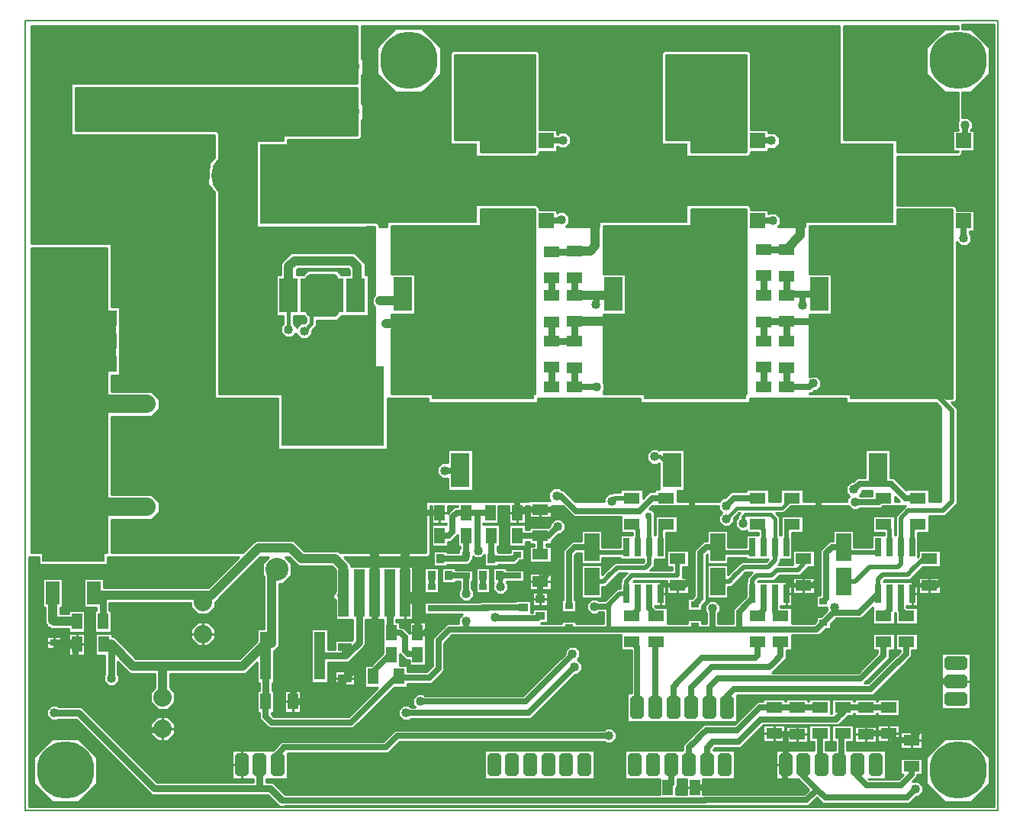
<source format=gbr>
G04 PROTEUS GERBER X2 FILE*
%TF.GenerationSoftware,Labcenter,Proteus,8.7-SP3-Build25561*%
%TF.CreationDate,2021-07-04T19:39:20+00:00*%
%TF.FileFunction,Copper,L1,Top*%
%TF.FilePolarity,Positive*%
%TF.Part,Single*%
%TF.SameCoordinates,{804bfe34-88de-486f-8887-f5b9ed786e22}*%
%FSLAX45Y45*%
%MOMM*%
G01*
%TA.AperFunction,Conductor*%
%ADD10C,0.762000*%
%ADD11C,0.508000*%
%ADD12C,0.635000*%
%ADD13C,1.016000*%
%ADD14C,0.254000*%
%ADD15C,0.381000*%
%ADD16C,1.270000*%
%ADD17C,2.032000*%
%ADD18C,0.203200*%
%TA.AperFunction,WasherPad*%
%ADD19C,1.016000*%
%TA.AperFunction,ViaPad*%
%ADD70C,1.016000*%
%ADD71C,0.762000*%
%TA.AperFunction,SMDPad,CuDef*%
%ADD20R,4.572000X1.651000*%
%ADD21R,1.651000X1.651000*%
%TA.AperFunction,ComponentPad*%
%ADD22C,5.080000*%
%TA.AperFunction,SMDPad,CuDef*%
%ADD23R,6.985000X6.985000*%
%ADD24R,1.524000X2.540000*%
%TA.AperFunction,SMDPad,CuDef*%
%ADD25R,0.889000X0.635000*%
%ADD26R,1.143000X1.803400*%
%TA.AperFunction,SMDPad,CuDef*%
%ADD27R,1.143000X5.207000*%
%ADD28R,10.744200X9.550400*%
%TA.AperFunction,SMDPad,CuDef*%
%ADD29R,1.193800X5.308600*%
%ADD72R,1.524000X0.889000*%
%ADD73R,1.803400X1.143000*%
%TA.AperFunction,SMDPad,CuDef*%
%ADD30R,0.635000X2.032000*%
%TA.AperFunction,SMDPad,CuDef*%
%ADD31R,1.651000X3.048000*%
%TA.AperFunction,SMDPad,CuDef*%
%ADD32R,0.889000X1.016000*%
%ADD33R,1.016000X0.889000*%
%AMDIL028*
4,1,8,
-1.270000,0.457200,-0.965200,0.762000,0.965200,0.762000,1.270000,0.457200,1.270000,-0.457200,
0.965200,-0.762000,-0.965200,-0.762000,-1.270000,-0.457200,-1.270000,0.457200,
0*%
%TA.AperFunction,ComponentPad*%
%ADD34DIL028*%
%AMDIL029*
4,1,8,
-0.762000,0.965200,-0.457200,1.270000,0.457200,1.270000,0.762000,0.965200,0.762000,-0.965200,
0.457200,-1.270000,-0.457200,-1.270000,-0.762000,-0.965200,-0.762000,0.965200,
0*%
%TA.AperFunction,ComponentPad*%
%ADD35DIL029*%
%TA.AperFunction,ComponentPad*%
%ADD36C,3.048000*%
%TA.AperFunction,OtherPad,Unknown*%
%ADD37C,6.350000*%
%TA.AperFunction,ComponentPad*%
%ADD38C,2.540000*%
%TA.AperFunction,SMDPad,CuDef*%
%ADD39R,11.430000X8.890000*%
%ADD40R,2.032000X3.810000*%
%TA.AperFunction,ComponentPad*%
%ADD41C,2.032000*%
%TA.AperFunction,Profile*%
%ADD42C,0.203200*%
%TD.AperFunction*%
G36*
X+7950200Y+867958D02*
X+7979958Y+838200D01*
X+8001000Y+838200D01*
X+8001000Y+551361D01*
X+7993561Y+558800D01*
X+7983039Y+558800D01*
X+7975600Y+551361D01*
X+7975600Y+540839D01*
X+7983039Y+533400D01*
X+7993561Y+533400D01*
X+8001000Y+540839D01*
X+8001000Y+304800D01*
X+7598958Y+304800D01*
X+7569200Y+275042D01*
X+7569200Y+63500D01*
X+7276312Y+63500D01*
X+7305259Y+92447D01*
X+7305259Y+166093D01*
X+7253183Y+218169D01*
X+7179537Y+218169D01*
X+7169149Y+207781D01*
X+7169149Y+247649D01*
X+6972300Y+247649D01*
X+6972300Y+275042D01*
X+6942542Y+304800D01*
X+5312958Y+304800D01*
X+5283200Y+275042D01*
X+5283200Y+63500D01*
X+4919930Y+63500D01*
X+4959916Y+103486D01*
X+4959916Y+177132D01*
X+4907840Y+229208D01*
X+4834194Y+229208D01*
X+4819649Y+214663D01*
X+4819649Y+247649D01*
X+4622800Y+247649D01*
X+4622800Y+275042D01*
X+4593042Y+304800D01*
X+2963458Y+304800D01*
X+2933700Y+275042D01*
X+2933700Y+63500D01*
X+2844800Y+63500D01*
X+2844800Y+84542D01*
X+2815042Y+114300D01*
X+1828800Y+114300D01*
X+1828800Y+1028700D01*
X+2624542Y+1028700D01*
X+2654300Y+1058458D01*
X+2654300Y+1245894D01*
X+2666999Y+1258593D01*
X+2666999Y+1416407D01*
X+2654300Y+1429106D01*
X+2654300Y+1745894D01*
X+2666999Y+1758593D01*
X+2666999Y+1916407D01*
X+2654300Y+1929106D01*
X+2654300Y+2286000D01*
X+7950200Y+2286000D01*
X+7950200Y+867958D01*
G37*
%LPC*%
G36*
X+6974861Y+1989639D02*
X+6974812Y+1968560D01*
X+6972876Y+1136649D01*
X+7169149Y+1136649D01*
X+7169149Y+1104899D01*
X+7237723Y+1104899D01*
X+7289799Y+1052823D01*
X+7289799Y+979177D01*
X+7237723Y+927101D01*
X+7169149Y+927101D01*
X+7169149Y+895351D01*
X+6972314Y+895351D01*
X+6972250Y+867874D01*
X+6942506Y+838200D01*
X+6011458Y+838200D01*
X+5981700Y+867958D01*
X+5981700Y+1989538D01*
X+6011451Y+2019295D01*
X+6945083Y+2019481D01*
X+6974861Y+1989639D01*
G37*
G36*
X+4622800Y+1989542D02*
X+4622800Y+1136649D01*
X+4819649Y+1136649D01*
X+4819649Y+1090878D01*
X+4830388Y+1090878D01*
X+4849438Y+1109928D01*
X+4923084Y+1109928D01*
X+4975160Y+1057852D01*
X+4975160Y+984206D01*
X+4923084Y+932130D01*
X+4849438Y+932130D01*
X+4830388Y+951180D01*
X+4819649Y+951180D01*
X+4819649Y+895351D01*
X+4622800Y+895351D01*
X+4622800Y+867958D01*
X+4593042Y+838200D01*
X+3661958Y+838200D01*
X+3632200Y+867958D01*
X+3632200Y+1989542D01*
X+3661958Y+2019300D01*
X+4593042Y+2019300D01*
X+4622800Y+1989542D01*
G37*
G36*
X+2819401Y+1757706D02*
X+2819401Y+2052294D01*
X+3027706Y+2260599D01*
X+3322294Y+2260599D01*
X+3530599Y+2052294D01*
X+3530599Y+1757706D01*
X+3322294Y+1549401D01*
X+3027706Y+1549401D01*
X+2819401Y+1757706D01*
G37*
G36*
X+2082800Y+528139D02*
X+2082800Y+538661D01*
X+2090239Y+546100D01*
X+2100761Y+546100D01*
X+2108200Y+538661D01*
X+2108200Y+528139D01*
X+2100761Y+520700D01*
X+2090239Y+520700D01*
X+2082800Y+528139D01*
G37*
G36*
X+3352800Y+540839D02*
X+3352800Y+551361D01*
X+3360239Y+558800D01*
X+3370761Y+558800D01*
X+3378200Y+551361D01*
X+3378200Y+540839D01*
X+3370761Y+533400D01*
X+3360239Y+533400D01*
X+3352800Y+540839D01*
G37*
G36*
X+5689600Y+540839D02*
X+5689600Y+551361D01*
X+5697039Y+558800D01*
X+5707561Y+558800D01*
X+5715000Y+551361D01*
X+5715000Y+540839D01*
X+5707561Y+533400D01*
X+5697039Y+533400D01*
X+5689600Y+540839D01*
G37*
G36*
X+3194050Y+1161599D02*
X+3194050Y+1187901D01*
X+3212649Y+1206500D01*
X+3238951Y+1206500D01*
X+3257550Y+1187901D01*
X+3257550Y+1161599D01*
X+3238951Y+1143000D01*
X+3212649Y+1143000D01*
X+3194050Y+1161599D01*
G37*
G36*
X+3448050Y+1161599D02*
X+3448050Y+1187901D01*
X+3466649Y+1206500D01*
X+3492951Y+1206500D01*
X+3511550Y+1187901D01*
X+3511550Y+1161599D01*
X+3492951Y+1143000D01*
X+3466649Y+1143000D01*
X+3448050Y+1161599D01*
G37*
G36*
X+5226050Y+1161599D02*
X+5226050Y+1187901D01*
X+5244649Y+1206500D01*
X+5270951Y+1206500D01*
X+5289550Y+1187901D01*
X+5289550Y+1161599D01*
X+5270951Y+1143000D01*
X+5244649Y+1143000D01*
X+5226050Y+1161599D01*
G37*
G36*
X+5480050Y+1161599D02*
X+5480050Y+1187901D01*
X+5498649Y+1206500D01*
X+5524951Y+1206500D01*
X+5543550Y+1187901D01*
X+5543550Y+1161599D01*
X+5524951Y+1143000D01*
X+5498649Y+1143000D01*
X+5480050Y+1161599D01*
G37*
G36*
X+5734050Y+1161599D02*
X+5734050Y+1187901D01*
X+5752649Y+1206500D01*
X+5778951Y+1206500D01*
X+5797550Y+1187901D01*
X+5797550Y+1161599D01*
X+5778951Y+1143000D01*
X+5752649Y+1143000D01*
X+5734050Y+1161599D01*
G37*
G36*
X+7512050Y+1161599D02*
X+7512050Y+1187901D01*
X+7530649Y+1206500D01*
X+7556951Y+1206500D01*
X+7575550Y+1187901D01*
X+7575550Y+1161599D01*
X+7556951Y+1143000D01*
X+7530649Y+1143000D01*
X+7512050Y+1161599D01*
G37*
G36*
X+7766050Y+1161599D02*
X+7766050Y+1187901D01*
X+7784649Y+1206500D01*
X+7810951Y+1206500D01*
X+7829550Y+1187901D01*
X+7829550Y+1161599D01*
X+7810951Y+1143000D01*
X+7784649Y+1143000D01*
X+7766050Y+1161599D01*
G37*
G36*
X+3067050Y+1381569D02*
X+3067050Y+1407871D01*
X+3085649Y+1426470D01*
X+3111951Y+1426470D01*
X+3130550Y+1407871D01*
X+3130550Y+1381569D01*
X+3111951Y+1362970D01*
X+3085649Y+1362970D01*
X+3067050Y+1381569D01*
G37*
G36*
X+3321050Y+1381569D02*
X+3321050Y+1407871D01*
X+3339649Y+1426470D01*
X+3365951Y+1426470D01*
X+3384550Y+1407871D01*
X+3384550Y+1381569D01*
X+3365951Y+1362970D01*
X+3339649Y+1362970D01*
X+3321050Y+1381569D01*
G37*
G36*
X+4845050Y+1381569D02*
X+4845050Y+1407871D01*
X+4863649Y+1426470D01*
X+4889951Y+1426470D01*
X+4908550Y+1407871D01*
X+4908550Y+1381569D01*
X+4889951Y+1362970D01*
X+4863649Y+1362970D01*
X+4845050Y+1381569D01*
G37*
G36*
X+5099050Y+1381569D02*
X+5099050Y+1407871D01*
X+5117649Y+1426470D01*
X+5143951Y+1426470D01*
X+5162550Y+1407871D01*
X+5162550Y+1381569D01*
X+5143951Y+1362970D01*
X+5117649Y+1362970D01*
X+5099050Y+1381569D01*
G37*
G36*
X+5353050Y+1381569D02*
X+5353050Y+1407871D01*
X+5371649Y+1426470D01*
X+5397951Y+1426470D01*
X+5416550Y+1407871D01*
X+5416550Y+1381569D01*
X+5397951Y+1362970D01*
X+5371649Y+1362970D01*
X+5353050Y+1381569D01*
G37*
G36*
X+5607050Y+1381569D02*
X+5607050Y+1407871D01*
X+5625649Y+1426470D01*
X+5651951Y+1426470D01*
X+5670550Y+1407871D01*
X+5670550Y+1381569D01*
X+5651951Y+1362970D01*
X+5625649Y+1362970D01*
X+5607050Y+1381569D01*
G37*
G36*
X+7131050Y+1381569D02*
X+7131050Y+1407871D01*
X+7149649Y+1426470D01*
X+7175951Y+1426470D01*
X+7194550Y+1407871D01*
X+7194550Y+1381569D01*
X+7175951Y+1362970D01*
X+7149649Y+1362970D01*
X+7131050Y+1381569D01*
G37*
G36*
X+7385050Y+1381569D02*
X+7385050Y+1407871D01*
X+7403649Y+1426470D01*
X+7429951Y+1426470D01*
X+7448550Y+1407871D01*
X+7448550Y+1381569D01*
X+7429951Y+1362970D01*
X+7403649Y+1362970D01*
X+7385050Y+1381569D01*
G37*
G36*
X+7639050Y+1381569D02*
X+7639050Y+1407871D01*
X+7657649Y+1426470D01*
X+7683951Y+1426470D01*
X+7702550Y+1407871D01*
X+7702550Y+1381569D01*
X+7683951Y+1362970D01*
X+7657649Y+1362970D01*
X+7639050Y+1381569D01*
G37*
G36*
X+4718050Y+1601539D02*
X+4718050Y+1627841D01*
X+4736649Y+1646440D01*
X+4762951Y+1646440D01*
X+4781550Y+1627841D01*
X+4781550Y+1601539D01*
X+4762951Y+1582940D01*
X+4736649Y+1582940D01*
X+4718050Y+1601539D01*
G37*
G36*
X+4972050Y+1601539D02*
X+4972050Y+1627841D01*
X+4990649Y+1646440D01*
X+5016951Y+1646440D01*
X+5035550Y+1627841D01*
X+5035550Y+1601539D01*
X+5016951Y+1582940D01*
X+4990649Y+1582940D01*
X+4972050Y+1601539D01*
G37*
G36*
X+5226050Y+1601539D02*
X+5226050Y+1627841D01*
X+5244649Y+1646440D01*
X+5270951Y+1646440D01*
X+5289550Y+1627841D01*
X+5289550Y+1601539D01*
X+5270951Y+1582940D01*
X+5244649Y+1582940D01*
X+5226050Y+1601539D01*
G37*
G36*
X+5480050Y+1601539D02*
X+5480050Y+1627841D01*
X+5498649Y+1646440D01*
X+5524951Y+1646440D01*
X+5543550Y+1627841D01*
X+5543550Y+1601539D01*
X+5524951Y+1582940D01*
X+5498649Y+1582940D01*
X+5480050Y+1601539D01*
G37*
G36*
X+5734050Y+1601539D02*
X+5734050Y+1627841D01*
X+5752649Y+1646440D01*
X+5778951Y+1646440D01*
X+5797550Y+1627841D01*
X+5797550Y+1601539D01*
X+5778951Y+1582940D01*
X+5752649Y+1582940D01*
X+5734050Y+1601539D01*
G37*
G36*
X+7258050Y+1601539D02*
X+7258050Y+1627841D01*
X+7276649Y+1646440D01*
X+7302951Y+1646440D01*
X+7321550Y+1627841D01*
X+7321550Y+1601539D01*
X+7302951Y+1582940D01*
X+7276649Y+1582940D01*
X+7258050Y+1601539D01*
G37*
G36*
X+7512050Y+1601539D02*
X+7512050Y+1627841D01*
X+7530649Y+1646440D01*
X+7556951Y+1646440D01*
X+7575550Y+1627841D01*
X+7575550Y+1601539D01*
X+7556951Y+1582940D01*
X+7530649Y+1582940D01*
X+7512050Y+1601539D01*
G37*
G36*
X+7766050Y+1601539D02*
X+7766050Y+1627841D01*
X+7784649Y+1646440D01*
X+7810951Y+1646440D01*
X+7829550Y+1627841D01*
X+7829550Y+1601539D01*
X+7810951Y+1582940D01*
X+7784649Y+1582940D01*
X+7766050Y+1601539D01*
G37*
G36*
X+4845050Y+1821509D02*
X+4845050Y+1847811D01*
X+4863649Y+1866410D01*
X+4889951Y+1866410D01*
X+4908550Y+1847811D01*
X+4908550Y+1821509D01*
X+4889951Y+1802910D01*
X+4863649Y+1802910D01*
X+4845050Y+1821509D01*
G37*
G36*
X+5099050Y+1821509D02*
X+5099050Y+1847811D01*
X+5117649Y+1866410D01*
X+5143951Y+1866410D01*
X+5162550Y+1847811D01*
X+5162550Y+1821509D01*
X+5143951Y+1802910D01*
X+5117649Y+1802910D01*
X+5099050Y+1821509D01*
G37*
G36*
X+5353050Y+1821509D02*
X+5353050Y+1847811D01*
X+5371649Y+1866410D01*
X+5397951Y+1866410D01*
X+5416550Y+1847811D01*
X+5416550Y+1821509D01*
X+5397951Y+1802910D01*
X+5371649Y+1802910D01*
X+5353050Y+1821509D01*
G37*
G36*
X+5607050Y+1821509D02*
X+5607050Y+1847811D01*
X+5625649Y+1866410D01*
X+5651951Y+1866410D01*
X+5670550Y+1847811D01*
X+5670550Y+1821509D01*
X+5651951Y+1802910D01*
X+5625649Y+1802910D01*
X+5607050Y+1821509D01*
G37*
G36*
X+7131050Y+1821509D02*
X+7131050Y+1847811D01*
X+7149649Y+1866410D01*
X+7175951Y+1866410D01*
X+7194550Y+1847811D01*
X+7194550Y+1821509D01*
X+7175951Y+1802910D01*
X+7149649Y+1802910D01*
X+7131050Y+1821509D01*
G37*
G36*
X+7385050Y+1821509D02*
X+7385050Y+1847811D01*
X+7403649Y+1866410D01*
X+7429951Y+1866410D01*
X+7448550Y+1847811D01*
X+7448550Y+1821509D01*
X+7429951Y+1802910D01*
X+7403649Y+1802910D01*
X+7385050Y+1821509D01*
G37*
G36*
X+7639050Y+1821509D02*
X+7639050Y+1847811D01*
X+7657649Y+1866410D01*
X+7683951Y+1866410D01*
X+7702550Y+1847811D01*
X+7702550Y+1821509D01*
X+7683951Y+1802910D01*
X+7657649Y+1802910D01*
X+7639050Y+1821509D01*
G37*
G36*
X+4718050Y+2041479D02*
X+4718050Y+2067781D01*
X+4736649Y+2086380D01*
X+4762951Y+2086380D01*
X+4781550Y+2067781D01*
X+4781550Y+2041479D01*
X+4762951Y+2022880D01*
X+4736649Y+2022880D01*
X+4718050Y+2041479D01*
G37*
G36*
X+4972050Y+2041479D02*
X+4972050Y+2067781D01*
X+4990649Y+2086380D01*
X+5016951Y+2086380D01*
X+5035550Y+2067781D01*
X+5035550Y+2041479D01*
X+5016951Y+2022880D01*
X+4990649Y+2022880D01*
X+4972050Y+2041479D01*
G37*
G36*
X+5226050Y+2041479D02*
X+5226050Y+2067781D01*
X+5244649Y+2086380D01*
X+5270951Y+2086380D01*
X+5289550Y+2067781D01*
X+5289550Y+2041479D01*
X+5270951Y+2022880D01*
X+5244649Y+2022880D01*
X+5226050Y+2041479D01*
G37*
G36*
X+5480050Y+2041479D02*
X+5480050Y+2067781D01*
X+5498649Y+2086380D01*
X+5524951Y+2086380D01*
X+5543550Y+2067781D01*
X+5543550Y+2041479D01*
X+5524951Y+2022880D01*
X+5498649Y+2022880D01*
X+5480050Y+2041479D01*
G37*
G36*
X+5734050Y+2041479D02*
X+5734050Y+2067781D01*
X+5752649Y+2086380D01*
X+5778951Y+2086380D01*
X+5797550Y+2067781D01*
X+5797550Y+2041479D01*
X+5778951Y+2022880D01*
X+5752649Y+2022880D01*
X+5734050Y+2041479D01*
G37*
G36*
X+7258050Y+2041479D02*
X+7258050Y+2067781D01*
X+7276649Y+2086380D01*
X+7302951Y+2086380D01*
X+7321550Y+2067781D01*
X+7321550Y+2041479D01*
X+7302951Y+2022880D01*
X+7276649Y+2022880D01*
X+7258050Y+2041479D01*
G37*
G36*
X+7512050Y+2041479D02*
X+7512050Y+2067781D01*
X+7530649Y+2086380D01*
X+7556951Y+2086380D01*
X+7575550Y+2067781D01*
X+7575550Y+2041479D01*
X+7556951Y+2022880D01*
X+7530649Y+2022880D01*
X+7512050Y+2041479D01*
G37*
G36*
X+7766050Y+2041479D02*
X+7766050Y+2067781D01*
X+7784649Y+2086380D01*
X+7810951Y+2086380D01*
X+7829550Y+2067781D01*
X+7829550Y+2041479D01*
X+7810951Y+2022880D01*
X+7784649Y+2022880D01*
X+7766050Y+2041479D01*
G37*
G36*
X+4972050Y+1161599D02*
X+4972050Y+1187901D01*
X+4990649Y+1206500D01*
X+5016951Y+1206500D01*
X+5035550Y+1187901D01*
X+5035550Y+1161599D01*
X+5016951Y+1143000D01*
X+4990649Y+1143000D01*
X+4972050Y+1161599D01*
G37*
G36*
X+2813050Y+1381569D02*
X+2813050Y+1407871D01*
X+2831649Y+1426470D01*
X+2857951Y+1426470D01*
X+2876550Y+1407871D01*
X+2876550Y+1381569D01*
X+2857951Y+1362970D01*
X+2831649Y+1362970D01*
X+2813050Y+1381569D01*
G37*
G36*
X+2889250Y+1193349D02*
X+2889250Y+1219651D01*
X+2907849Y+1238250D01*
X+2934151Y+1238250D01*
X+2952750Y+1219651D01*
X+2952750Y+1193349D01*
X+2934151Y+1174750D01*
X+2907849Y+1174750D01*
X+2889250Y+1193349D01*
G37*
G36*
X+4679950Y+725062D02*
X+4679950Y+751364D01*
X+4698549Y+769963D01*
X+4724851Y+769963D01*
X+4743450Y+751364D01*
X+4743450Y+725062D01*
X+4724851Y+706463D01*
X+4698549Y+706463D01*
X+4679950Y+725062D01*
G37*
G36*
X+7169150Y+725062D02*
X+7169150Y+751364D01*
X+7187749Y+769963D01*
X+7214051Y+769963D01*
X+7232650Y+751364D01*
X+7232650Y+725062D01*
X+7214051Y+706463D01*
X+7187749Y+706463D01*
X+7169150Y+725062D01*
G37*
G36*
X+7080250Y+2110873D02*
X+7080250Y+2137175D01*
X+7098849Y+2155774D01*
X+7125151Y+2155774D01*
X+7143750Y+2137175D01*
X+7143750Y+2110873D01*
X+7125151Y+2092274D01*
X+7098849Y+2092274D01*
X+7080250Y+2110873D01*
G37*
%LPD*%
G36*
X+6921500Y+889000D02*
X+6306819Y+889000D01*
X+6306819Y+1023619D01*
X+6032500Y+1023619D01*
X+6032500Y+1968500D01*
X+6924013Y+1968678D01*
X+6921500Y+889000D01*
G37*
%LPC*%
G36*
X+6662239Y+1028700D02*
X+6672761Y+1028700D01*
X+6680200Y+1021261D01*
X+6680200Y+1010739D01*
X+6672761Y+1003300D01*
X+6662239Y+1003300D01*
X+6654800Y+1010739D01*
X+6654800Y+1021261D01*
X+6662239Y+1028700D01*
G37*
G36*
X+6578600Y+1677676D02*
X+6578600Y+1751324D01*
X+6630676Y+1803400D01*
X+6704324Y+1803400D01*
X+6756400Y+1751324D01*
X+6756400Y+1677676D01*
X+6704324Y+1625600D01*
X+6630676Y+1625600D01*
X+6578600Y+1677676D01*
G37*
G36*
X+6332219Y+1039159D02*
X+6332219Y+1065461D01*
X+6350818Y+1084060D01*
X+6377120Y+1084060D01*
X+6395719Y+1065461D01*
X+6395719Y+1039159D01*
X+6377120Y+1020560D01*
X+6350818Y+1020560D01*
X+6332219Y+1039159D01*
G37*
G36*
X+6230619Y+1215135D02*
X+6230619Y+1241437D01*
X+6249218Y+1260036D01*
X+6275520Y+1260036D01*
X+6294119Y+1241437D01*
X+6294119Y+1215135D01*
X+6275520Y+1196536D01*
X+6249218Y+1196536D01*
X+6230619Y+1215135D01*
G37*
G36*
X+6433819Y+1215135D02*
X+6433819Y+1241437D01*
X+6452418Y+1260036D01*
X+6478720Y+1260036D01*
X+6497319Y+1241437D01*
X+6497319Y+1215135D01*
X+6478720Y+1196536D01*
X+6452418Y+1196536D01*
X+6433819Y+1215135D01*
G37*
G36*
X+6129019Y+1391111D02*
X+6129019Y+1417413D01*
X+6147618Y+1436012D01*
X+6173920Y+1436012D01*
X+6192519Y+1417413D01*
X+6192519Y+1391111D01*
X+6173920Y+1372512D01*
X+6147618Y+1372512D01*
X+6129019Y+1391111D01*
G37*
G36*
X+6332219Y+1391111D02*
X+6332219Y+1417413D01*
X+6350818Y+1436012D01*
X+6377120Y+1436012D01*
X+6395719Y+1417413D01*
X+6395719Y+1391111D01*
X+6377120Y+1372512D01*
X+6350818Y+1372512D01*
X+6332219Y+1391111D01*
G37*
G36*
X+6230619Y+1567087D02*
X+6230619Y+1593389D01*
X+6249218Y+1611988D01*
X+6275520Y+1611988D01*
X+6294119Y+1593389D01*
X+6294119Y+1567087D01*
X+6275520Y+1548488D01*
X+6249218Y+1548488D01*
X+6230619Y+1567087D01*
G37*
G36*
X+6129019Y+1743063D02*
X+6129019Y+1769365D01*
X+6147618Y+1787964D01*
X+6173920Y+1787964D01*
X+6192519Y+1769365D01*
X+6192519Y+1743063D01*
X+6173920Y+1724464D01*
X+6147618Y+1724464D01*
X+6129019Y+1743063D01*
G37*
G36*
X+6254750Y+1891849D02*
X+6254750Y+1918151D01*
X+6273349Y+1936750D01*
X+6299651Y+1936750D01*
X+6318250Y+1918151D01*
X+6318250Y+1891849D01*
X+6299651Y+1873250D01*
X+6273349Y+1873250D01*
X+6254750Y+1891849D01*
G37*
%LPD*%
G36*
X+4572000Y+889000D02*
X+3970019Y+889000D01*
X+3970019Y+1023619D01*
X+3683000Y+1023619D01*
X+3683000Y+1968500D01*
X+4572000Y+1968500D01*
X+4572000Y+889000D01*
G37*
%LPC*%
G36*
X+4312739Y+1028700D02*
X+4323261Y+1028700D01*
X+4330700Y+1021261D01*
X+4330700Y+1010739D01*
X+4323261Y+1003300D01*
X+4312739Y+1003300D01*
X+4305300Y+1010739D01*
X+4305300Y+1021261D01*
X+4312739Y+1028700D01*
G37*
G36*
X+4229100Y+1677676D02*
X+4229100Y+1751324D01*
X+4281176Y+1803400D01*
X+4354824Y+1803400D01*
X+4406900Y+1751324D01*
X+4406900Y+1677676D01*
X+4354824Y+1625600D01*
X+4281176Y+1625600D01*
X+4229100Y+1677676D01*
G37*
G36*
X+3981450Y+1039159D02*
X+3981450Y+1065461D01*
X+4000049Y+1084060D01*
X+4026351Y+1084060D01*
X+4044950Y+1065461D01*
X+4044950Y+1039159D01*
X+4026351Y+1020560D01*
X+4000049Y+1020560D01*
X+3981450Y+1039159D01*
G37*
G36*
X+3879850Y+1215135D02*
X+3879850Y+1241437D01*
X+3898449Y+1260036D01*
X+3924751Y+1260036D01*
X+3943350Y+1241437D01*
X+3943350Y+1215135D01*
X+3924751Y+1196536D01*
X+3898449Y+1196536D01*
X+3879850Y+1215135D01*
G37*
G36*
X+4083050Y+1215135D02*
X+4083050Y+1241437D01*
X+4101649Y+1260036D01*
X+4127951Y+1260036D01*
X+4146550Y+1241437D01*
X+4146550Y+1215135D01*
X+4127951Y+1196536D01*
X+4101649Y+1196536D01*
X+4083050Y+1215135D01*
G37*
G36*
X+3778250Y+1391111D02*
X+3778250Y+1417413D01*
X+3796849Y+1436012D01*
X+3823151Y+1436012D01*
X+3841750Y+1417413D01*
X+3841750Y+1391111D01*
X+3823151Y+1372512D01*
X+3796849Y+1372512D01*
X+3778250Y+1391111D01*
G37*
G36*
X+3981450Y+1391111D02*
X+3981450Y+1417413D01*
X+4000049Y+1436012D01*
X+4026351Y+1436012D01*
X+4044950Y+1417413D01*
X+4044950Y+1391111D01*
X+4026351Y+1372512D01*
X+4000049Y+1372512D01*
X+3981450Y+1391111D01*
G37*
G36*
X+3879850Y+1567087D02*
X+3879850Y+1593389D01*
X+3898449Y+1611988D01*
X+3924751Y+1611988D01*
X+3943350Y+1593389D01*
X+3943350Y+1567087D01*
X+3924751Y+1548488D01*
X+3898449Y+1548488D01*
X+3879850Y+1567087D01*
G37*
G36*
X+3778250Y+1743063D02*
X+3778250Y+1769365D01*
X+3796849Y+1787964D01*
X+3823151Y+1787964D01*
X+3841750Y+1769365D01*
X+3841750Y+1743063D01*
X+3823151Y+1724464D01*
X+3796849Y+1724464D01*
X+3778250Y+1743063D01*
G37*
G36*
X+3905250Y+1891849D02*
X+3905250Y+1918151D01*
X+3923849Y+1936750D01*
X+3950151Y+1936750D01*
X+3968750Y+1918151D01*
X+3968750Y+1891849D01*
X+3950151Y+1873250D01*
X+3923849Y+1873250D01*
X+3905250Y+1891849D01*
G37*
%LPD*%
G36*
X-177800Y-3556000D02*
X-1016000Y-3556000D01*
X-1016000Y-177800D01*
X-177800Y-177800D01*
X-177800Y-3556000D01*
G37*
%LPC*%
G36*
X-558800Y-3314881D02*
X-558800Y-3304359D01*
X-551361Y-3296920D01*
X-540839Y-3296920D01*
X-533400Y-3304359D01*
X-533400Y-3314881D01*
X-540839Y-3322320D01*
X-551361Y-3322320D01*
X-558800Y-3314881D01*
G37*
G36*
X-608324Y-1358900D02*
X-534676Y-1358900D01*
X-482600Y-1410976D01*
X-482600Y-1484624D01*
X-534676Y-1536700D01*
X-608324Y-1536700D01*
X-660400Y-1484624D01*
X-660400Y-1410976D01*
X-608324Y-1358900D01*
G37*
G36*
X-767261Y-223800D02*
X-756739Y-223800D01*
X-749300Y-231239D01*
X-749300Y-241761D01*
X-756739Y-249200D01*
X-767261Y-249200D01*
X-774700Y-241761D01*
X-774700Y-231239D01*
X-767261Y-223800D01*
G37*
G36*
X-555229Y-926462D02*
X-602569Y-870044D01*
X-596151Y-796678D01*
X-539733Y-749338D01*
X-466367Y-755756D01*
X-419027Y-812174D01*
X-425445Y-885540D01*
X-481863Y-932880D01*
X-555229Y-926462D01*
G37*
G36*
X-908050Y-2794451D02*
X-908050Y-2768149D01*
X-889451Y-2749550D01*
X-863149Y-2749550D01*
X-844550Y-2768149D01*
X-844550Y-2794451D01*
X-863149Y-2813050D01*
X-889451Y-2813050D01*
X-908050Y-2794451D01*
G37*
G36*
X-920750Y-2539961D02*
X-920750Y-2513659D01*
X-902151Y-2495060D01*
X-875849Y-2495060D01*
X-857250Y-2513659D01*
X-857250Y-2539961D01*
X-875849Y-2558560D01*
X-902151Y-2558560D01*
X-920750Y-2539961D01*
G37*
G36*
X-793750Y-2319991D02*
X-793750Y-2293689D01*
X-775151Y-2275090D01*
X-748849Y-2275090D01*
X-730250Y-2293689D01*
X-730250Y-2319991D01*
X-748849Y-2338590D01*
X-775151Y-2338590D01*
X-793750Y-2319991D01*
G37*
G36*
X-920750Y-2146751D02*
X-920750Y-2120449D01*
X-902151Y-2101850D01*
X-875849Y-2101850D01*
X-857250Y-2120449D01*
X-857250Y-2146751D01*
X-875849Y-2165350D01*
X-902151Y-2165350D01*
X-920750Y-2146751D01*
G37*
G36*
X-412750Y-2100021D02*
X-412750Y-2073719D01*
X-394151Y-2055120D01*
X-367849Y-2055120D01*
X-349250Y-2073719D01*
X-349250Y-2100021D01*
X-367849Y-2118620D01*
X-394151Y-2118620D01*
X-412750Y-2100021D01*
G37*
G36*
X-793750Y-1791151D02*
X-793750Y-1764849D01*
X-775151Y-1746250D01*
X-748849Y-1746250D01*
X-730250Y-1764849D01*
X-730250Y-1791151D01*
X-748849Y-1809750D01*
X-775151Y-1809750D01*
X-793750Y-1791151D01*
G37*
G36*
X-768350Y-1994351D02*
X-768350Y-1968049D01*
X-749751Y-1949450D01*
X-723449Y-1949450D01*
X-704850Y-1968049D01*
X-704850Y-1994351D01*
X-723449Y-2012950D01*
X-749751Y-2012950D01*
X-768350Y-1994351D01*
G37*
G36*
X-920750Y-1220141D02*
X-920750Y-1193839D01*
X-902151Y-1175240D01*
X-875849Y-1175240D01*
X-857250Y-1193839D01*
X-857250Y-1220141D01*
X-875849Y-1238740D01*
X-902151Y-1238740D01*
X-920750Y-1220141D01*
G37*
G36*
X-920750Y-965651D02*
X-920750Y-939349D01*
X-902151Y-920750D01*
X-875849Y-920750D01*
X-857250Y-939349D01*
X-857250Y-965651D01*
X-875849Y-984250D01*
X-902151Y-984250D01*
X-920750Y-965651D01*
G37*
G36*
X-920750Y-780201D02*
X-920750Y-753899D01*
X-902151Y-735300D01*
X-875849Y-735300D01*
X-857250Y-753899D01*
X-857250Y-780201D01*
X-875849Y-798800D01*
X-902151Y-798800D01*
X-920750Y-780201D01*
G37*
G36*
X-412750Y-340261D02*
X-412750Y-313959D01*
X-394151Y-295360D01*
X-367849Y-295360D01*
X-349250Y-313959D01*
X-349250Y-340261D01*
X-367849Y-358860D01*
X-394151Y-358860D01*
X-412750Y-340261D01*
G37*
G36*
X-768350Y-2654751D02*
X-768350Y-2628449D01*
X-749751Y-2609850D01*
X-723449Y-2609850D01*
X-704850Y-2628449D01*
X-704850Y-2654751D01*
X-723449Y-2673350D01*
X-749751Y-2673350D01*
X-768350Y-2654751D01*
G37*
G36*
X-742950Y-2495967D02*
X-742950Y-2469665D01*
X-724351Y-2451066D01*
X-698049Y-2451066D01*
X-679450Y-2469665D01*
X-679450Y-2495967D01*
X-698049Y-2514566D01*
X-724351Y-2514566D01*
X-742950Y-2495967D01*
G37*
%LPD*%
G36*
X+9271000Y+2255519D02*
X+9125810Y+2255519D01*
X+8920481Y+2050190D01*
X+8920481Y+1759810D01*
X+9125810Y+1554481D01*
X+9271000Y+1554481D01*
X+9271000Y+1227483D01*
X+9263767Y+1220250D01*
X+9263767Y+1150812D01*
X+9271000Y+1143579D01*
X+9271000Y+1131569D01*
X+9218931Y+1131569D01*
X+9218931Y+900431D01*
X+9271000Y+900431D01*
X+9271000Y+889000D01*
X+8592819Y+889000D01*
X+8592819Y+1023619D01*
X+8001000Y+1023619D01*
X+8001000Y+2286000D01*
X+9271000Y+2286000D01*
X+9271000Y+2255519D01*
G37*
%LPC*%
G36*
X+8948239Y+1028700D02*
X+8958761Y+1028700D01*
X+8966200Y+1021261D01*
X+8966200Y+1010739D01*
X+8958761Y+1003300D01*
X+8948239Y+1003300D01*
X+8940800Y+1010739D01*
X+8940800Y+1021261D01*
X+8948239Y+1028700D01*
G37*
G36*
X+8166100Y+1614176D02*
X+8166100Y+1687824D01*
X+8218176Y+1739900D01*
X+8291824Y+1739900D01*
X+8343900Y+1687824D01*
X+8343900Y+1614176D01*
X+8291824Y+1562100D01*
X+8218176Y+1562100D01*
X+8166100Y+1614176D01*
G37*
G36*
X+8566150Y+1215135D02*
X+8566150Y+1241437D01*
X+8584749Y+1260036D01*
X+8611051Y+1260036D01*
X+8629650Y+1241437D01*
X+8629650Y+1215135D01*
X+8611051Y+1196536D01*
X+8584749Y+1196536D01*
X+8566150Y+1215135D01*
G37*
G36*
X+8769350Y+1215135D02*
X+8769350Y+1241437D01*
X+8787949Y+1260036D01*
X+8814251Y+1260036D01*
X+8832850Y+1241437D01*
X+8832850Y+1215135D01*
X+8814251Y+1196536D01*
X+8787949Y+1196536D01*
X+8769350Y+1215135D01*
G37*
G36*
X+8566150Y+1567087D02*
X+8566150Y+1593389D01*
X+8584749Y+1611988D01*
X+8611051Y+1611988D01*
X+8629650Y+1593389D01*
X+8629650Y+1567087D01*
X+8611051Y+1548488D01*
X+8584749Y+1548488D01*
X+8566150Y+1567087D01*
G37*
G36*
X+8693150Y+1853749D02*
X+8693150Y+1880051D01*
X+8711749Y+1898650D01*
X+8738051Y+1898650D01*
X+8756650Y+1880051D01*
X+8756650Y+1853749D01*
X+8738051Y+1835150D01*
X+8711749Y+1835150D01*
X+8693150Y+1853749D01*
G37*
G36*
X+8274050Y+1244394D02*
X+8274050Y+1270696D01*
X+8292649Y+1289295D01*
X+8318951Y+1289295D01*
X+8337550Y+1270696D01*
X+8337550Y+1244394D01*
X+8318951Y+1225795D01*
X+8292649Y+1225795D01*
X+8274050Y+1244394D01*
G37*
G36*
X+9036050Y+1244394D02*
X+9036050Y+1270696D01*
X+9054649Y+1289295D01*
X+9080951Y+1289295D01*
X+9099550Y+1270696D01*
X+9099550Y+1244394D01*
X+9080951Y+1225795D01*
X+9054649Y+1225795D01*
X+9036050Y+1244394D01*
G37*
G36*
X+8477250Y+1929949D02*
X+8477250Y+1956251D01*
X+8495849Y+1974850D01*
X+8522151Y+1974850D01*
X+8540750Y+1956251D01*
X+8540750Y+1929949D01*
X+8522151Y+1911350D01*
X+8495849Y+1911350D01*
X+8477250Y+1929949D01*
G37*
G36*
X+8528050Y+2124274D02*
X+8528050Y+2150576D01*
X+8546649Y+2169175D01*
X+8572951Y+2169175D01*
X+8591550Y+2150576D01*
X+8591550Y+2124274D01*
X+8572951Y+2105675D01*
X+8546649Y+2105675D01*
X+8528050Y+2124274D01*
G37*
G36*
X+8782050Y+2124274D02*
X+8782050Y+2150576D01*
X+8800649Y+2169175D01*
X+8826951Y+2169175D01*
X+8845550Y+2150576D01*
X+8845550Y+2124274D01*
X+8826951Y+2105675D01*
X+8800649Y+2105675D01*
X+8782050Y+2124274D01*
G37*
G36*
X+8794750Y+1625149D02*
X+8794750Y+1651451D01*
X+8813349Y+1670050D01*
X+8839651Y+1670050D01*
X+8858250Y+1651451D01*
X+8858250Y+1625149D01*
X+8839651Y+1606550D01*
X+8813349Y+1606550D01*
X+8794750Y+1625149D01*
G37*
G36*
X+9074150Y+1447349D02*
X+9074150Y+1473651D01*
X+9092749Y+1492250D01*
X+9119051Y+1492250D01*
X+9137650Y+1473651D01*
X+9137650Y+1447349D01*
X+9119051Y+1428750D01*
X+9092749Y+1428750D01*
X+9074150Y+1447349D01*
G37*
%LPD*%
G36*
X+4572000Y-1790700D02*
X+2984500Y-1790700D01*
X+2984500Y-1071038D01*
X+3004819Y-1050719D01*
X+3004819Y-981281D01*
X+2984500Y-960962D01*
X+2984500Y-909319D01*
X+3246119Y-909319D01*
X+3246119Y-462281D01*
X+2984500Y-462281D01*
X+2984500Y+68581D01*
X+3970019Y+68581D01*
X+3970019Y+254000D01*
X+4572000Y+254000D01*
X+4572000Y-1790700D01*
G37*
%LPC*%
G36*
X+4312739Y+139700D02*
X+4323261Y+139700D01*
X+4330700Y+132261D01*
X+4330700Y+121739D01*
X+4323261Y+114300D01*
X+4312739Y+114300D01*
X+4305300Y+121739D01*
X+4305300Y+132261D01*
X+4312739Y+139700D01*
G37*
G36*
X+3606800Y-691061D02*
X+3606800Y-680539D01*
X+3614239Y-673100D01*
X+3624761Y-673100D01*
X+3632200Y-680539D01*
X+3632200Y-691061D01*
X+3624761Y-698500D01*
X+3614239Y-698500D01*
X+3606800Y-691061D01*
G37*
G36*
X+3987800Y-1414961D02*
X+3987800Y-1404439D01*
X+3995239Y-1397000D01*
X+4005761Y-1397000D01*
X+4013200Y-1404439D01*
X+4013200Y-1414961D01*
X+4005761Y-1422400D01*
X+3995239Y-1422400D01*
X+3987800Y-1414961D01*
G37*
G36*
X+3181350Y-1510805D02*
X+3181350Y-1484503D01*
X+3199949Y-1465904D01*
X+3226251Y-1465904D01*
X+3244850Y-1484503D01*
X+3244850Y-1510805D01*
X+3226251Y-1529404D01*
X+3199949Y-1529404D01*
X+3181350Y-1510805D01*
G37*
G36*
X+3079750Y-1334829D02*
X+3079750Y-1308527D01*
X+3098349Y-1289928D01*
X+3124651Y-1289928D01*
X+3143250Y-1308527D01*
X+3143250Y-1334829D01*
X+3124651Y-1353428D01*
X+3098349Y-1353428D01*
X+3079750Y-1334829D01*
G37*
G36*
X+3181350Y-1158853D02*
X+3181350Y-1132551D01*
X+3199949Y-1113952D01*
X+3226251Y-1113952D01*
X+3244850Y-1132551D01*
X+3244850Y-1158853D01*
X+3226251Y-1177452D01*
X+3199949Y-1177452D01*
X+3181350Y-1158853D01*
G37*
G36*
X+4095750Y-630925D02*
X+4095750Y-604623D01*
X+4114349Y-586024D01*
X+4140651Y-586024D01*
X+4159250Y-604623D01*
X+4159250Y-630925D01*
X+4140651Y-649524D01*
X+4114349Y-649524D01*
X+4095750Y-630925D01*
G37*
G36*
X+4298950Y-630925D02*
X+4298950Y-604623D01*
X+4317549Y-586024D01*
X+4343851Y-586024D01*
X+4362450Y-604623D01*
X+4362450Y-630925D01*
X+4343851Y-649524D01*
X+4317549Y-649524D01*
X+4298950Y-630925D01*
G37*
G36*
X+3282950Y-278973D02*
X+3282950Y-252671D01*
X+3301549Y-234072D01*
X+3327851Y-234072D01*
X+3346450Y-252671D01*
X+3346450Y-278973D01*
X+3327851Y-297572D01*
X+3301549Y-297572D01*
X+3282950Y-278973D01*
G37*
G36*
X+3486150Y-278973D02*
X+3486150Y-252671D01*
X+3504749Y-234072D01*
X+3531051Y-234072D01*
X+3549650Y-252671D01*
X+3549650Y-278973D01*
X+3531051Y-297572D01*
X+3504749Y-297572D01*
X+3486150Y-278973D01*
G37*
G36*
X+3689350Y-278973D02*
X+3689350Y-252671D01*
X+3707949Y-234072D01*
X+3734251Y-234072D01*
X+3752850Y-252671D01*
X+3752850Y-278973D01*
X+3734251Y-297572D01*
X+3707949Y-297572D01*
X+3689350Y-278973D01*
G37*
G36*
X+3892550Y-278973D02*
X+3892550Y-252671D01*
X+3911149Y-234072D01*
X+3937451Y-234072D01*
X+3956050Y-252671D01*
X+3956050Y-278973D01*
X+3937451Y-297572D01*
X+3911149Y-297572D01*
X+3892550Y-278973D01*
G37*
G36*
X+4095750Y-278973D02*
X+4095750Y-252671D01*
X+4114349Y-234072D01*
X+4140651Y-234072D01*
X+4159250Y-252671D01*
X+4159250Y-278973D01*
X+4140651Y-297572D01*
X+4114349Y-297572D01*
X+4095750Y-278973D01*
G37*
G36*
X+3181350Y-102997D02*
X+3181350Y-76695D01*
X+3199949Y-58096D01*
X+3226251Y-58096D01*
X+3244850Y-76695D01*
X+3244850Y-102997D01*
X+3226251Y-121596D01*
X+3199949Y-121596D01*
X+3181350Y-102997D01*
G37*
G36*
X+3384550Y-102997D02*
X+3384550Y-76695D01*
X+3403149Y-58096D01*
X+3429451Y-58096D01*
X+3448050Y-76695D01*
X+3448050Y-102997D01*
X+3429451Y-121596D01*
X+3403149Y-121596D01*
X+3384550Y-102997D01*
G37*
G36*
X+3587750Y-102997D02*
X+3587750Y-76695D01*
X+3606349Y-58096D01*
X+3632651Y-58096D01*
X+3651250Y-76695D01*
X+3651250Y-102997D01*
X+3632651Y-121596D01*
X+3606349Y-121596D01*
X+3587750Y-102997D01*
G37*
G36*
X+3790950Y-102997D02*
X+3790950Y-76695D01*
X+3809549Y-58096D01*
X+3835851Y-58096D01*
X+3854450Y-76695D01*
X+3854450Y-102997D01*
X+3835851Y-121596D01*
X+3809549Y-121596D01*
X+3790950Y-102997D01*
G37*
G36*
X+3994150Y-102997D02*
X+3994150Y-76695D01*
X+4012749Y-58096D01*
X+4039051Y-58096D01*
X+4057650Y-76695D01*
X+4057650Y-102997D01*
X+4039051Y-121596D01*
X+4012749Y-121596D01*
X+3994150Y-102997D01*
G37*
G36*
X+4400550Y-102997D02*
X+4400550Y-76695D01*
X+4419149Y-58096D01*
X+4445451Y-58096D01*
X+4464050Y-76695D01*
X+4464050Y-102997D01*
X+4445451Y-121596D01*
X+4419149Y-121596D01*
X+4400550Y-102997D01*
G37*
G36*
X+3079750Y-1686781D02*
X+3079750Y-1660479D01*
X+3098349Y-1641880D01*
X+3124651Y-1641880D01*
X+3143250Y-1660479D01*
X+3143250Y-1686781D01*
X+3124651Y-1705380D01*
X+3098349Y-1705380D01*
X+3079750Y-1686781D01*
G37*
G36*
X+4095750Y-806901D02*
X+4095750Y-780599D01*
X+4114349Y-762000D01*
X+4140651Y-762000D01*
X+4159250Y-780599D01*
X+4159250Y-806901D01*
X+4140651Y-825500D01*
X+4114349Y-825500D01*
X+4095750Y-806901D01*
G37*
G36*
X+4349750Y-806901D02*
X+4349750Y-780599D01*
X+4368349Y-762000D01*
X+4394651Y-762000D01*
X+4413250Y-780599D01*
X+4413250Y-806901D01*
X+4394651Y-825500D01*
X+4368349Y-825500D01*
X+4349750Y-806901D01*
G37*
G36*
X+3892550Y-837065D02*
X+3892550Y-810763D01*
X+3911149Y-792164D01*
X+3937451Y-792164D01*
X+3956050Y-810763D01*
X+3956050Y-837065D01*
X+3937451Y-855664D01*
X+3911149Y-855664D01*
X+3892550Y-837065D01*
G37*
G36*
X+3384550Y-661089D02*
X+3384550Y-634787D01*
X+3403149Y-616188D01*
X+3429451Y-616188D01*
X+3448050Y-634787D01*
X+3448050Y-661089D01*
X+3429451Y-679688D01*
X+3403149Y-679688D01*
X+3384550Y-661089D01*
G37*
G36*
X+3790950Y-661089D02*
X+3790950Y-634787D01*
X+3809549Y-616188D01*
X+3835851Y-616188D01*
X+3854450Y-634787D01*
X+3854450Y-661089D01*
X+3835851Y-679688D01*
X+3809549Y-679688D01*
X+3790950Y-661089D01*
G37*
%LPD*%
G36*
X+6921500Y-1790700D02*
X+5334000Y-1790700D01*
X+5334000Y-1756838D01*
X+5341619Y-1749219D01*
X+5341619Y-1679781D01*
X+5334000Y-1672162D01*
X+5334000Y-909319D01*
X+5582919Y-909319D01*
X+5582919Y-462281D01*
X+5334000Y-462281D01*
X+5334000Y+68581D01*
X+6306819Y+68581D01*
X+6306819Y+254000D01*
X+6921500Y+254000D01*
X+6921500Y-1790700D01*
G37*
%LPC*%
G36*
X+6662239Y+139700D02*
X+6672761Y+139700D01*
X+6680200Y+132261D01*
X+6680200Y+121739D01*
X+6672761Y+114300D01*
X+6662239Y+114300D01*
X+6654800Y+121739D01*
X+6654800Y+132261D01*
X+6662239Y+139700D01*
G37*
G36*
X+5943600Y-691061D02*
X+5943600Y-680539D01*
X+5951039Y-673100D01*
X+5961561Y-673100D01*
X+5969000Y-680539D01*
X+5969000Y-691061D01*
X+5961561Y-698500D01*
X+5951039Y-698500D01*
X+5943600Y-691061D01*
G37*
G36*
X+6337300Y-1414961D02*
X+6337300Y-1404439D01*
X+6344739Y-1397000D01*
X+6355261Y-1397000D01*
X+6362700Y-1404439D01*
X+6362700Y-1414961D01*
X+6355261Y-1422400D01*
X+6344739Y-1422400D01*
X+6337300Y-1414961D01*
G37*
G36*
X+5607050Y-1622036D02*
X+5607050Y-1595734D01*
X+5625649Y-1577135D01*
X+5651951Y-1577135D01*
X+5670550Y-1595734D01*
X+5670550Y-1622036D01*
X+5651951Y-1640635D01*
X+5625649Y-1640635D01*
X+5607050Y-1622036D01*
G37*
G36*
X+5518150Y-1468057D02*
X+5518150Y-1441755D01*
X+5536749Y-1423156D01*
X+5563051Y-1423156D01*
X+5581650Y-1441755D01*
X+5581650Y-1468057D01*
X+5563051Y-1486656D01*
X+5536749Y-1486656D01*
X+5518150Y-1468057D01*
G37*
G36*
X+5429250Y-1314078D02*
X+5429250Y-1287776D01*
X+5447849Y-1269177D01*
X+5474151Y-1269177D01*
X+5492750Y-1287776D01*
X+5492750Y-1314078D01*
X+5474151Y-1332677D01*
X+5447849Y-1332677D01*
X+5429250Y-1314078D01*
G37*
G36*
X+5607050Y-1314078D02*
X+5607050Y-1287776D01*
X+5625649Y-1269177D01*
X+5651951Y-1269177D01*
X+5670550Y-1287776D01*
X+5670550Y-1314078D01*
X+5651951Y-1332677D01*
X+5625649Y-1332677D01*
X+5607050Y-1314078D01*
G37*
G36*
X+5518150Y-1160099D02*
X+5518150Y-1133797D01*
X+5536749Y-1115198D01*
X+5563051Y-1115198D01*
X+5581650Y-1133797D01*
X+5581650Y-1160099D01*
X+5563051Y-1178698D01*
X+5536749Y-1178698D01*
X+5518150Y-1160099D01*
G37*
G36*
X+5695950Y-852141D02*
X+5695950Y-825839D01*
X+5714549Y-807240D01*
X+5740851Y-807240D01*
X+5759450Y-825839D01*
X+5759450Y-852141D01*
X+5740851Y-870740D01*
X+5714549Y-870740D01*
X+5695950Y-852141D01*
G37*
G36*
X+6584950Y-852141D02*
X+6584950Y-825839D01*
X+6603549Y-807240D01*
X+6629851Y-807240D01*
X+6648450Y-825839D01*
X+6648450Y-852141D01*
X+6629851Y-870740D01*
X+6603549Y-870740D01*
X+6584950Y-852141D01*
G37*
G36*
X+6496050Y-698162D02*
X+6496050Y-671860D01*
X+6514649Y-653261D01*
X+6540951Y-653261D01*
X+6559550Y-671860D01*
X+6559550Y-698162D01*
X+6540951Y-716761D01*
X+6514649Y-716761D01*
X+6496050Y-698162D01*
G37*
G36*
X+6673850Y-698162D02*
X+6673850Y-671860D01*
X+6692449Y-653261D01*
X+6718751Y-653261D01*
X+6737350Y-671860D01*
X+6737350Y-698162D01*
X+6718751Y-716761D01*
X+6692449Y-716761D01*
X+6673850Y-698162D01*
G37*
G36*
X+5695950Y-544183D02*
X+5695950Y-517881D01*
X+5714549Y-499282D01*
X+5740851Y-499282D01*
X+5759450Y-517881D01*
X+5759450Y-544183D01*
X+5740851Y-562782D01*
X+5714549Y-562782D01*
X+5695950Y-544183D01*
G37*
G36*
X+6584950Y-544183D02*
X+6584950Y-517881D01*
X+6603549Y-499282D01*
X+6629851Y-499282D01*
X+6648450Y-517881D01*
X+6648450Y-544183D01*
X+6629851Y-562782D01*
X+6603549Y-562782D01*
X+6584950Y-544183D01*
G37*
G36*
X+5784850Y-390204D02*
X+5784850Y-363902D01*
X+5803449Y-345303D01*
X+5829751Y-345303D01*
X+5848350Y-363902D01*
X+5848350Y-390204D01*
X+5829751Y-408803D01*
X+5803449Y-408803D01*
X+5784850Y-390204D01*
G37*
G36*
X+5962650Y-390204D02*
X+5962650Y-363902D01*
X+5981249Y-345303D01*
X+6007551Y-345303D01*
X+6026150Y-363902D01*
X+6026150Y-390204D01*
X+6007551Y-408803D01*
X+5981249Y-408803D01*
X+5962650Y-390204D01*
G37*
G36*
X+5518150Y-236225D02*
X+5518150Y-209923D01*
X+5536749Y-191324D01*
X+5563051Y-191324D01*
X+5581650Y-209923D01*
X+5581650Y-236225D01*
X+5563051Y-254824D01*
X+5536749Y-254824D01*
X+5518150Y-236225D01*
G37*
G36*
X+5695950Y-236225D02*
X+5695950Y-209923D01*
X+5714549Y-191324D01*
X+5740851Y-191324D01*
X+5759450Y-209923D01*
X+5759450Y-236225D01*
X+5740851Y-254824D01*
X+5714549Y-254824D01*
X+5695950Y-236225D01*
G37*
G36*
X+5873750Y-236225D02*
X+5873750Y-209923D01*
X+5892349Y-191324D01*
X+5918651Y-191324D01*
X+5937250Y-209923D01*
X+5937250Y-236225D01*
X+5918651Y-254824D01*
X+5892349Y-254824D01*
X+5873750Y-236225D01*
G37*
G36*
X+6051550Y-236225D02*
X+6051550Y-209923D01*
X+6070149Y-191324D01*
X+6096451Y-191324D01*
X+6115050Y-209923D01*
X+6115050Y-236225D01*
X+6096451Y-254824D01*
X+6070149Y-254824D01*
X+6051550Y-236225D01*
G37*
G36*
X+6229350Y-236225D02*
X+6229350Y-209923D01*
X+6247949Y-191324D01*
X+6274251Y-191324D01*
X+6292850Y-209923D01*
X+6292850Y-236225D01*
X+6274251Y-254824D01*
X+6247949Y-254824D01*
X+6229350Y-236225D01*
G37*
G36*
X+6407150Y-236225D02*
X+6407150Y-209923D01*
X+6425749Y-191324D01*
X+6452051Y-191324D01*
X+6470650Y-209923D01*
X+6470650Y-236225D01*
X+6452051Y-254824D01*
X+6425749Y-254824D01*
X+6407150Y-236225D01*
G37*
G36*
X+5429250Y-82246D02*
X+5429250Y-55944D01*
X+5447849Y-37345D01*
X+5474151Y-37345D01*
X+5492750Y-55944D01*
X+5492750Y-82246D01*
X+5474151Y-100845D01*
X+5447849Y-100845D01*
X+5429250Y-82246D01*
G37*
G36*
X+5607050Y-82246D02*
X+5607050Y-55944D01*
X+5625649Y-37345D01*
X+5651951Y-37345D01*
X+5670550Y-55944D01*
X+5670550Y-82246D01*
X+5651951Y-100845D01*
X+5625649Y-100845D01*
X+5607050Y-82246D01*
G37*
G36*
X+5784850Y-82246D02*
X+5784850Y-55944D01*
X+5803449Y-37345D01*
X+5829751Y-37345D01*
X+5848350Y-55944D01*
X+5848350Y-82246D01*
X+5829751Y-100845D01*
X+5803449Y-100845D01*
X+5784850Y-82246D01*
G37*
G36*
X+5962650Y-82246D02*
X+5962650Y-55944D01*
X+5981249Y-37345D01*
X+6007551Y-37345D01*
X+6026150Y-55944D01*
X+6026150Y-82246D01*
X+6007551Y-100845D01*
X+5981249Y-100845D01*
X+5962650Y-82246D01*
G37*
G36*
X+6140450Y-82246D02*
X+6140450Y-55944D01*
X+6159049Y-37345D01*
X+6185351Y-37345D01*
X+6203950Y-55944D01*
X+6203950Y-82246D01*
X+6185351Y-100845D01*
X+6159049Y-100845D01*
X+6140450Y-82246D01*
G37*
G36*
X+6318250Y-82246D02*
X+6318250Y-55944D01*
X+6336849Y-37345D01*
X+6363151Y-37345D01*
X+6381750Y-55944D01*
X+6381750Y-82246D01*
X+6363151Y-100845D01*
X+6336849Y-100845D01*
X+6318250Y-82246D01*
G37*
G36*
X+6343650Y-806901D02*
X+6343650Y-780599D01*
X+6362249Y-762000D01*
X+6388551Y-762000D01*
X+6407150Y-780599D01*
X+6407150Y-806901D01*
X+6388551Y-825500D01*
X+6362249Y-825500D01*
X+6343650Y-806901D01*
G37*
%LPD*%
G36*
X+9207500Y-1841500D02*
X+9131300Y-1841500D01*
X+9131300Y-1820458D01*
X+9101542Y-1790700D01*
X+7620000Y-1790700D01*
X+7620000Y-1779269D01*
X+7653926Y-1779269D01*
X+7672513Y-1760682D01*
X+7699455Y-1760682D01*
X+7748555Y-1711582D01*
X+7748555Y-1642144D01*
X+7699455Y-1593044D01*
X+7630017Y-1593044D01*
X+7620000Y-1603061D01*
X+7620000Y-909319D01*
X+7868919Y-909319D01*
X+7868919Y-462281D01*
X+7620000Y-462281D01*
X+7620000Y+68581D01*
X+8592819Y+68581D01*
X+8592819Y+254000D01*
X+9207500Y+254000D01*
X+9207500Y-1841500D01*
G37*
%LPC*%
G36*
X+8948239Y+139700D02*
X+8958761Y+139700D01*
X+8966200Y+132261D01*
X+8966200Y+121739D01*
X+8958761Y+114300D01*
X+8948239Y+114300D01*
X+8940800Y+121739D01*
X+8940800Y+132261D01*
X+8948239Y+139700D01*
G37*
G36*
X+8229600Y-691061D02*
X+8229600Y-680539D01*
X+8237039Y-673100D01*
X+8247561Y-673100D01*
X+8255000Y-680539D01*
X+8255000Y-691061D01*
X+8247561Y-698500D01*
X+8237039Y-698500D01*
X+8229600Y-691061D01*
G37*
G36*
X+8623300Y-1414961D02*
X+8623300Y-1404439D01*
X+8630739Y-1397000D01*
X+8641261Y-1397000D01*
X+8648700Y-1404439D01*
X+8648700Y-1414961D01*
X+8641261Y-1422400D01*
X+8630739Y-1422400D01*
X+8623300Y-1414961D01*
G37*
G36*
X+7893050Y-1622036D02*
X+7893050Y-1595734D01*
X+7911649Y-1577135D01*
X+7937951Y-1577135D01*
X+7956550Y-1595734D01*
X+7956550Y-1622036D01*
X+7937951Y-1640635D01*
X+7911649Y-1640635D01*
X+7893050Y-1622036D01*
G37*
G36*
X+7804150Y-1468057D02*
X+7804150Y-1441755D01*
X+7822749Y-1423156D01*
X+7849051Y-1423156D01*
X+7867650Y-1441755D01*
X+7867650Y-1468057D01*
X+7849051Y-1486656D01*
X+7822749Y-1486656D01*
X+7804150Y-1468057D01*
G37*
G36*
X+7715250Y-1314078D02*
X+7715250Y-1287776D01*
X+7733849Y-1269177D01*
X+7760151Y-1269177D01*
X+7778750Y-1287776D01*
X+7778750Y-1314078D01*
X+7760151Y-1332677D01*
X+7733849Y-1332677D01*
X+7715250Y-1314078D01*
G37*
G36*
X+7893050Y-1314078D02*
X+7893050Y-1287776D01*
X+7911649Y-1269177D01*
X+7937951Y-1269177D01*
X+7956550Y-1287776D01*
X+7956550Y-1314078D01*
X+7937951Y-1332677D01*
X+7911649Y-1332677D01*
X+7893050Y-1314078D01*
G37*
G36*
X+7804150Y-1160099D02*
X+7804150Y-1133797D01*
X+7822749Y-1115198D01*
X+7849051Y-1115198D01*
X+7867650Y-1133797D01*
X+7867650Y-1160099D01*
X+7849051Y-1178698D01*
X+7822749Y-1178698D01*
X+7804150Y-1160099D01*
G37*
G36*
X+7981950Y-852141D02*
X+7981950Y-825839D01*
X+8000549Y-807240D01*
X+8026851Y-807240D01*
X+8045450Y-825839D01*
X+8045450Y-852141D01*
X+8026851Y-870740D01*
X+8000549Y-870740D01*
X+7981950Y-852141D01*
G37*
G36*
X+8515350Y-852141D02*
X+8515350Y-825839D01*
X+8533949Y-807240D01*
X+8560251Y-807240D01*
X+8578850Y-825839D01*
X+8578850Y-852141D01*
X+8560251Y-870740D01*
X+8533949Y-870740D01*
X+8515350Y-852141D01*
G37*
G36*
X+8693150Y-852141D02*
X+8693150Y-825839D01*
X+8711749Y-807240D01*
X+8738051Y-807240D01*
X+8756650Y-825839D01*
X+8756650Y-852141D01*
X+8738051Y-870740D01*
X+8711749Y-870740D01*
X+8693150Y-852141D01*
G37*
G36*
X+8870950Y-852141D02*
X+8870950Y-825839D01*
X+8889549Y-807240D01*
X+8915851Y-807240D01*
X+8934450Y-825839D01*
X+8934450Y-852141D01*
X+8915851Y-870740D01*
X+8889549Y-870740D01*
X+8870950Y-852141D01*
G37*
G36*
X+8604250Y-698162D02*
X+8604250Y-671860D01*
X+8622849Y-653261D01*
X+8649151Y-653261D01*
X+8667750Y-671860D01*
X+8667750Y-698162D01*
X+8649151Y-716761D01*
X+8622849Y-716761D01*
X+8604250Y-698162D01*
G37*
G36*
X+8782050Y-698162D02*
X+8782050Y-671860D01*
X+8800649Y-653261D01*
X+8826951Y-653261D01*
X+8845550Y-671860D01*
X+8845550Y-698162D01*
X+8826951Y-716761D01*
X+8800649Y-716761D01*
X+8782050Y-698162D01*
G37*
G36*
X+8959850Y-698162D02*
X+8959850Y-671860D01*
X+8978449Y-653261D01*
X+9004751Y-653261D01*
X+9023350Y-671860D01*
X+9023350Y-698162D01*
X+9004751Y-716761D01*
X+8978449Y-716761D01*
X+8959850Y-698162D01*
G37*
G36*
X+7981950Y-544183D02*
X+7981950Y-517881D01*
X+8000549Y-499282D01*
X+8026851Y-499282D01*
X+8045450Y-517881D01*
X+8045450Y-544183D01*
X+8026851Y-562782D01*
X+8000549Y-562782D01*
X+7981950Y-544183D01*
G37*
G36*
X+8070850Y-390204D02*
X+8070850Y-363902D01*
X+8089449Y-345303D01*
X+8115751Y-345303D01*
X+8134350Y-363902D01*
X+8134350Y-390204D01*
X+8115751Y-408803D01*
X+8089449Y-408803D01*
X+8070850Y-390204D01*
G37*
G36*
X+8248650Y-390204D02*
X+8248650Y-363902D01*
X+8267249Y-345303D01*
X+8293551Y-345303D01*
X+8312150Y-363902D01*
X+8312150Y-390204D01*
X+8293551Y-408803D01*
X+8267249Y-408803D01*
X+8248650Y-390204D01*
G37*
G36*
X+8426450Y-390204D02*
X+8426450Y-363902D01*
X+8445049Y-345303D01*
X+8471351Y-345303D01*
X+8489950Y-363902D01*
X+8489950Y-390204D01*
X+8471351Y-408803D01*
X+8445049Y-408803D01*
X+8426450Y-390204D01*
G37*
G36*
X+7804150Y-236225D02*
X+7804150Y-209923D01*
X+7822749Y-191324D01*
X+7849051Y-191324D01*
X+7867650Y-209923D01*
X+7867650Y-236225D01*
X+7849051Y-254824D01*
X+7822749Y-254824D01*
X+7804150Y-236225D01*
G37*
G36*
X+7981950Y-236225D02*
X+7981950Y-209923D01*
X+8000549Y-191324D01*
X+8026851Y-191324D01*
X+8045450Y-209923D01*
X+8045450Y-236225D01*
X+8026851Y-254824D01*
X+8000549Y-254824D01*
X+7981950Y-236225D01*
G37*
G36*
X+8159750Y-236225D02*
X+8159750Y-209923D01*
X+8178349Y-191324D01*
X+8204651Y-191324D01*
X+8223250Y-209923D01*
X+8223250Y-236225D01*
X+8204651Y-254824D01*
X+8178349Y-254824D01*
X+8159750Y-236225D01*
G37*
G36*
X+8337550Y-236225D02*
X+8337550Y-209923D01*
X+8356149Y-191324D01*
X+8382451Y-191324D01*
X+8401050Y-209923D01*
X+8401050Y-236225D01*
X+8382451Y-254824D01*
X+8356149Y-254824D01*
X+8337550Y-236225D01*
G37*
G36*
X+8515350Y-236225D02*
X+8515350Y-209923D01*
X+8533949Y-191324D01*
X+8560251Y-191324D01*
X+8578850Y-209923D01*
X+8578850Y-236225D01*
X+8560251Y-254824D01*
X+8533949Y-254824D01*
X+8515350Y-236225D01*
G37*
G36*
X+8693150Y-236225D02*
X+8693150Y-209923D01*
X+8711749Y-191324D01*
X+8738051Y-191324D01*
X+8756650Y-209923D01*
X+8756650Y-236225D01*
X+8738051Y-254824D01*
X+8711749Y-254824D01*
X+8693150Y-236225D01*
G37*
G36*
X+7715250Y-82246D02*
X+7715250Y-55944D01*
X+7733849Y-37345D01*
X+7760151Y-37345D01*
X+7778750Y-55944D01*
X+7778750Y-82246D01*
X+7760151Y-100845D01*
X+7733849Y-100845D01*
X+7715250Y-82246D01*
G37*
G36*
X+7893050Y-82246D02*
X+7893050Y-55944D01*
X+7911649Y-37345D01*
X+7937951Y-37345D01*
X+7956550Y-55944D01*
X+7956550Y-82246D01*
X+7937951Y-100845D01*
X+7911649Y-100845D01*
X+7893050Y-82246D01*
G37*
G36*
X+8070850Y-82246D02*
X+8070850Y-55944D01*
X+8089449Y-37345D01*
X+8115751Y-37345D01*
X+8134350Y-55944D01*
X+8134350Y-82246D01*
X+8115751Y-100845D01*
X+8089449Y-100845D01*
X+8070850Y-82246D01*
G37*
G36*
X+8248650Y-82246D02*
X+8248650Y-55944D01*
X+8267249Y-37345D01*
X+8293551Y-37345D01*
X+8312150Y-55944D01*
X+8312150Y-82246D01*
X+8293551Y-100845D01*
X+8267249Y-100845D01*
X+8248650Y-82246D01*
G37*
G36*
X+8426450Y-82246D02*
X+8426450Y-55944D01*
X+8445049Y-37345D01*
X+8471351Y-37345D01*
X+8489950Y-55944D01*
X+8489950Y-82246D01*
X+8471351Y-100845D01*
X+8445049Y-100845D01*
X+8426450Y-82246D01*
G37*
G36*
X+8604250Y-82246D02*
X+8604250Y-55944D01*
X+8622849Y-37345D01*
X+8649151Y-37345D01*
X+8667750Y-55944D01*
X+8667750Y-82246D01*
X+8649151Y-100845D01*
X+8622849Y-100845D01*
X+8604250Y-82246D01*
G37*
G36*
X+8782050Y-82246D02*
X+8782050Y-55944D01*
X+8800649Y-37345D01*
X+8826951Y-37345D01*
X+8845550Y-55944D01*
X+8845550Y-82246D01*
X+8826951Y-100845D01*
X+8800649Y-100845D01*
X+8782050Y-82246D01*
G37*
%LPD*%
G36*
X+2603500Y+1079500D02*
X+1778000Y+1079500D01*
X+1778000Y+1015999D01*
X+1485901Y+1015999D01*
X+1485901Y+50801D01*
X+2705099Y+50801D01*
X+2705099Y+63500D01*
X+2794000Y+63500D01*
X+2794000Y-699778D01*
X+2768601Y-725177D01*
X+2768601Y-798823D01*
X+2794000Y-824222D01*
X+2794000Y-1790700D01*
X+1066800Y-1790700D01*
X+1066800Y+1100542D01*
X+1037042Y+1130300D01*
X-520700Y+1130300D01*
X-520700Y+1600200D01*
X+2603500Y+1600200D01*
X+2603500Y+1079500D01*
G37*
%LPC*%
G36*
X+375739Y+1490700D02*
X+386261Y+1490700D01*
X+393700Y+1483261D01*
X+393700Y+1472739D01*
X+386261Y+1465300D01*
X+375739Y+1465300D01*
X+368300Y+1472739D01*
X+368300Y+1483261D01*
X+375739Y+1490700D01*
G37*
G36*
X+1709239Y+1473200D02*
X+1719761Y+1473200D01*
X+1727200Y+1465761D01*
X+1727200Y+1455239D01*
X+1719761Y+1447800D01*
X+1709239Y+1447800D01*
X+1701800Y+1455239D01*
X+1701800Y+1465761D01*
X+1709239Y+1473200D01*
G37*
G36*
X+1176300Y-1148261D02*
X+1176300Y-1137739D01*
X+1183739Y-1130300D01*
X+1194261Y-1130300D01*
X+1201700Y-1137739D01*
X+1201700Y-1148261D01*
X+1194261Y-1155700D01*
X+1183739Y-1155700D01*
X+1176300Y-1148261D01*
G37*
G36*
X+1195949Y+542950D02*
X+1148609Y+599368D01*
X+1155027Y+672734D01*
X+1211445Y+720074D01*
X+1284811Y+713656D01*
X+1332151Y+657238D01*
X+1325733Y+583872D01*
X+1269315Y+536532D01*
X+1195949Y+542950D01*
G37*
G36*
X+1009650Y+1304567D02*
X+1009650Y+1362433D01*
X+1050567Y+1403350D01*
X+1108433Y+1403350D01*
X+1149350Y+1362433D01*
X+1149350Y+1304567D01*
X+1108433Y+1263650D01*
X+1050567Y+1263650D01*
X+1009650Y+1304567D01*
G37*
G36*
X-387350Y+1304567D02*
X-387350Y+1362433D01*
X-346433Y+1403350D01*
X-288567Y+1403350D01*
X-247650Y+1362433D01*
X-247650Y+1304567D01*
X-288567Y+1263650D01*
X-346433Y+1263650D01*
X-387350Y+1304567D01*
G37*
G36*
X+2406650Y+1308567D02*
X+2406650Y+1366433D01*
X+2447567Y+1407350D01*
X+2505433Y+1407350D01*
X+2546350Y+1366433D01*
X+2546350Y+1308567D01*
X+2505433Y+1267650D01*
X+2447567Y+1267650D01*
X+2406650Y+1308567D01*
G37*
G36*
X+2602861Y-254639D02*
X+2692399Y-344177D01*
X+2692399Y-469901D01*
X+2726164Y-469901D01*
X+2726164Y-927099D01*
X+2432784Y-927099D01*
X+2381405Y-978478D01*
X+2307759Y-978478D01*
X+2307180Y-977899D01*
X+2152648Y-977899D01*
X+2152648Y-1037217D01*
X+2103104Y-1086761D01*
X+2103104Y-1131663D01*
X+2051028Y-1183739D01*
X+1977382Y-1183739D01*
X+1925306Y-1131663D01*
X+1925306Y-1121416D01*
X+1878323Y-1168399D01*
X+1804677Y-1168399D01*
X+1752601Y-1116323D01*
X+1752601Y-1042677D01*
X+1784351Y-1010927D01*
X+1784351Y-927099D01*
X+1701801Y-927099D01*
X+1701801Y-469901D01*
X+1752601Y-469901D01*
X+1752601Y-344177D01*
X+1868177Y-228601D01*
X+2576823Y-228601D01*
X+2602861Y-254639D01*
G37*
G36*
X+1567436Y-1208251D02*
X+1567436Y-1181949D01*
X+1586035Y-1163350D01*
X+1612337Y-1163350D01*
X+1630936Y-1181949D01*
X+1630936Y-1208251D01*
X+1612337Y-1226850D01*
X+1586035Y-1226850D01*
X+1567436Y-1208251D01*
G37*
G36*
X+1440436Y-988281D02*
X+1440436Y-961979D01*
X+1459035Y-943380D01*
X+1485337Y-943380D01*
X+1503936Y-961979D01*
X+1503936Y-988281D01*
X+1485337Y-1006880D01*
X+1459035Y-1006880D01*
X+1440436Y-988281D01*
G37*
G36*
X+1313436Y-768311D02*
X+1313436Y-742009D01*
X+1332035Y-723410D01*
X+1358337Y-723410D01*
X+1376936Y-742009D01*
X+1376936Y-768311D01*
X+1358337Y-786910D01*
X+1332035Y-786910D01*
X+1313436Y-768311D01*
G37*
G36*
X+1440436Y-548341D02*
X+1440436Y-522039D01*
X+1459035Y-503440D01*
X+1485337Y-503440D01*
X+1503936Y-522039D01*
X+1503936Y-548341D01*
X+1485337Y-566940D01*
X+1459035Y-566940D01*
X+1440436Y-548341D01*
G37*
G36*
X+1313436Y-328371D02*
X+1313436Y-302069D01*
X+1332035Y-283470D01*
X+1358337Y-283470D01*
X+1376936Y-302069D01*
X+1376936Y-328371D01*
X+1358337Y-346970D01*
X+1332035Y-346970D01*
X+1313436Y-328371D01*
G37*
G36*
X+1567436Y-328371D02*
X+1567436Y-302069D01*
X+1586035Y-283470D01*
X+1612337Y-283470D01*
X+1630936Y-302069D01*
X+1630936Y-328371D01*
X+1612337Y-346970D01*
X+1586035Y-346970D01*
X+1567436Y-328371D01*
G37*
G36*
X+1440436Y-108401D02*
X+1440436Y-82099D01*
X+1459035Y-63500D01*
X+1485337Y-63500D01*
X+1503936Y-82099D01*
X+1503936Y-108401D01*
X+1485337Y-127000D01*
X+1459035Y-127000D01*
X+1440436Y-108401D01*
G37*
G36*
X+1313436Y+111569D02*
X+1313436Y+137871D01*
X+1332035Y+156470D01*
X+1358337Y+156470D01*
X+1376936Y+137871D01*
X+1376936Y+111569D01*
X+1358337Y+92970D01*
X+1332035Y+92970D01*
X+1313436Y+111569D01*
G37*
G36*
X+1682750Y-76651D02*
X+1682750Y-50349D01*
X+1701349Y-31750D01*
X+1727651Y-31750D01*
X+1746250Y-50349D01*
X+1746250Y-76651D01*
X+1727651Y-95250D01*
X+1701349Y-95250D01*
X+1682750Y-76651D01*
G37*
G36*
X+1174750Y+939349D02*
X+1174750Y+965651D01*
X+1193349Y+984250D01*
X+1219651Y+984250D01*
X+1238250Y+965651D01*
X+1238250Y+939349D01*
X+1219651Y+920750D01*
X+1193349Y+920750D01*
X+1174750Y+939349D01*
G37*
G36*
X+1555750Y+1129849D02*
X+1555750Y+1156151D01*
X+1574349Y+1174750D01*
X+1600651Y+1174750D01*
X+1619250Y+1156151D01*
X+1619250Y+1129849D01*
X+1600651Y+1111250D01*
X+1574349Y+1111250D01*
X+1555750Y+1129849D01*
G37*
G36*
X+1313436Y-1648191D02*
X+1313436Y-1621889D01*
X+1332035Y-1603290D01*
X+1358337Y-1603290D01*
X+1376936Y-1621889D01*
X+1376936Y-1648191D01*
X+1358337Y-1666790D01*
X+1332035Y-1666790D01*
X+1313436Y-1648191D01*
G37*
G36*
X+1186436Y-1428221D02*
X+1186436Y-1401919D01*
X+1205035Y-1383320D01*
X+1231337Y-1383320D01*
X+1249936Y-1401919D01*
X+1249936Y-1428221D01*
X+1231337Y-1446820D01*
X+1205035Y-1446820D01*
X+1186436Y-1428221D01*
G37*
G36*
X+1948436Y-108401D02*
X+1948436Y-82099D01*
X+1967035Y-63500D01*
X+1993337Y-63500D01*
X+2011936Y-82099D01*
X+2011936Y-108401D01*
X+1993337Y-127000D01*
X+1967035Y-127000D01*
X+1948436Y-108401D01*
G37*
%LPD*%
G36*
X+2514601Y-417823D02*
X+2514601Y-469901D01*
X+2426747Y-469901D01*
X+2380166Y-423320D01*
X+2054003Y-423320D01*
X+2007422Y-469901D01*
X+1930399Y-469901D01*
X+1930399Y-417823D01*
X+1941823Y-406399D01*
X+2503177Y-406399D01*
X+2514601Y-417823D01*
G37*
G36*
X+2038352Y-957574D02*
X+2038352Y-989873D01*
X+2022284Y-1005941D01*
X+1977382Y-1005941D01*
X+1930399Y-1052924D01*
X+1930399Y-1042677D01*
X+1898649Y-1010927D01*
X+1898649Y-927099D01*
X+2007877Y-927099D01*
X+2038352Y-957574D01*
G37*
G36*
X+2603500Y+1651000D02*
X-571500Y+1651000D01*
X-571500Y+1079500D01*
X+1016000Y+1079500D01*
X+1016000Y+821334D01*
X+959938Y+774292D01*
X+938848Y+533230D01*
X+1016000Y+441284D01*
X+1016000Y-1841500D01*
X+1722866Y-1841500D01*
X+1722866Y-2412999D01*
X+2942064Y-2412999D01*
X+2942064Y-1841500D01*
X+3390901Y-1841500D01*
X+3390901Y-1892299D01*
X+4610099Y-1892299D01*
X+4610099Y-1841500D01*
X+5740401Y-1841500D01*
X+5740401Y-1892299D01*
X+6959599Y-1892299D01*
X+6959599Y-1841500D01*
X+8026401Y-1841500D01*
X+8026401Y-1892299D01*
X+9030755Y-1892299D01*
X+9080500Y-1942044D01*
X+9080500Y-2984500D01*
X+8954769Y-2984500D01*
X+8954769Y-2853251D01*
X+8698231Y-2853251D01*
X+8698231Y-2862187D01*
X+8559762Y-2723717D01*
X+8521699Y-2723717D01*
X+8521699Y-2413001D01*
X+8242301Y-2413001D01*
X+8242301Y-2723717D01*
X+8149435Y-2723717D01*
X+8108338Y-2764815D01*
X+8081396Y-2764815D01*
X+8029320Y-2816891D01*
X+8029320Y-2890537D01*
X+8067388Y-2928606D01*
X+8038951Y-2957043D01*
X+8038951Y-2984500D01*
X+7557769Y-2984500D01*
X+7557769Y-2853251D01*
X+7301231Y-2853251D01*
X+7301231Y-2984500D01*
X+7176769Y-2984500D01*
X+7176769Y-2853251D01*
X+6920231Y-2853251D01*
X+6920231Y-2878651D01*
X+6754583Y-2878651D01*
X+6686363Y-2946871D01*
X+6659421Y-2946871D01*
X+6621792Y-2984500D01*
X+6160769Y-2984500D01*
X+6160769Y-2870199D01*
X+6235699Y-2870199D01*
X+6235699Y-2413001D01*
X+5956301Y-2413001D01*
X+5956301Y-2414279D01*
X+5942323Y-2400301D01*
X+5868677Y-2400301D01*
X+5816601Y-2452377D01*
X+5816601Y-2526023D01*
X+5868677Y-2578099D01*
X+5942323Y-2578099D01*
X+5954725Y-2565697D01*
X+5956301Y-2567563D01*
X+5956301Y-2853251D01*
X+5904231Y-2853251D01*
X+5904231Y-2878651D01*
X+5849249Y-2878651D01*
X+5779769Y-2948131D01*
X+5779769Y-2853251D01*
X+5523231Y-2853251D01*
X+5523231Y-2885001D01*
X+5439185Y-2885001D01*
X+5430484Y-2893702D01*
X+5394562Y-2893702D01*
X+5342486Y-2945778D01*
X+5342486Y-2984500D01*
X+5023367Y-2984500D01*
X+4894306Y-2855439D01*
X+4874761Y-2855439D01*
X+4855711Y-2836389D01*
X+4782065Y-2836389D01*
X+4729989Y-2888465D01*
X+4729989Y-2962111D01*
X+4748129Y-2980251D01*
X+4507231Y-2980251D01*
X+4507231Y-2984500D01*
X+4476749Y-2984500D01*
X+4476749Y-2983231D01*
X+4286251Y-2983231D01*
X+4286251Y-2984500D01*
X+4176749Y-2984500D01*
X+4176749Y-2983231D01*
X+3986251Y-2983231D01*
X+3986251Y-2984500D01*
X+3905249Y-2984500D01*
X+3905249Y-2983231D01*
X+3714751Y-2983231D01*
X+3714751Y-2984500D01*
X+3615249Y-2984500D01*
X+3615249Y-2983231D01*
X+3424751Y-2983231D01*
X+3424751Y-2984500D01*
X+3365500Y-2984500D01*
X+3365500Y-3556000D01*
X+2414910Y-3556000D01*
X+2394737Y-3535827D01*
X+2018441Y-3535827D01*
X+1898393Y-3415779D01*
X+1473955Y-3415779D01*
X+1333734Y-3556000D01*
X-127000Y-3556000D01*
X-127000Y-3187699D01*
X+327365Y-3187699D01*
X+409199Y-3105865D01*
X+409199Y-2990135D01*
X+327365Y-2908301D01*
X-127000Y-2908301D01*
X-127000Y-2044699D01*
X+323365Y-2044699D01*
X+405199Y-1962865D01*
X+405199Y-1847135D01*
X+323365Y-1765301D01*
X-127000Y-1765301D01*
X-127000Y-1588769D01*
X-31751Y-1588769D01*
X-31751Y-824231D01*
X-127000Y-824231D01*
X-127000Y-127000D01*
X-1016000Y-127000D01*
X-1016000Y+2286000D01*
X+2603500Y+2286000D01*
X+2603500Y+1651000D01*
G37*
%LPC*%
G36*
X+2799261Y-3060700D02*
X+2788739Y-3060700D01*
X+2781300Y-3053261D01*
X+2781300Y-3042739D01*
X+2788739Y-3035300D01*
X+2799261Y-3035300D01*
X+2806700Y-3042739D01*
X+2806700Y-3053261D01*
X+2799261Y-3060700D01*
G37*
G36*
X+185700Y-1455239D02*
X+185700Y-1465761D01*
X+178261Y-1473200D01*
X+167739Y-1473200D01*
X+160300Y-1465761D01*
X+160300Y-1455239D01*
X+167739Y-1447800D01*
X+178261Y-1447800D01*
X+185700Y-1455239D01*
G37*
G36*
X+185700Y-947239D02*
X+185700Y-957761D01*
X+178261Y-965200D01*
X+167739Y-965200D01*
X+160300Y-957761D01*
X+160300Y-947239D01*
X+167739Y-939800D01*
X+178261Y-939800D01*
X+185700Y-947239D01*
G37*
G36*
X+185700Y-1201239D02*
X+185700Y-1211761D01*
X+178261Y-1219200D01*
X+167739Y-1219200D01*
X+160300Y-1211761D01*
X+160300Y-1201239D01*
X+167739Y-1193800D01*
X+178261Y-1193800D01*
X+185700Y-1201239D01*
G37*
G36*
X+375739Y+1790700D02*
X+386261Y+1790700D01*
X+393700Y+1783261D01*
X+393700Y+1772739D01*
X+386261Y+1765300D01*
X+375739Y+1765300D01*
X+368300Y+1772739D01*
X+368300Y+1783261D01*
X+375739Y+1790700D01*
G37*
G36*
X+1709239Y+1773200D02*
X+1719761Y+1773200D01*
X+1727200Y+1765761D01*
X+1727200Y+1755239D01*
X+1719761Y+1747800D01*
X+1709239Y+1747800D01*
X+1701800Y+1755239D01*
X+1701800Y+1765761D01*
X+1709239Y+1773200D01*
G37*
G36*
X+876300Y-1148261D02*
X+876300Y-1137739D01*
X+883739Y-1130300D01*
X+894261Y-1130300D01*
X+901700Y-1137739D01*
X+901700Y-1148261D01*
X+894261Y-1155700D01*
X+883739Y-1155700D01*
X+876300Y-1148261D01*
G37*
G36*
X-608324Y+787400D02*
X-534676Y+787400D01*
X-482600Y+735324D01*
X-482600Y+661676D01*
X-534676Y+609600D01*
X-608324Y+609600D01*
X-660400Y+661676D01*
X-660400Y+735324D01*
X-608324Y+787400D01*
G37*
G36*
X+5011239Y-1991800D02*
X+5021761Y-1991800D01*
X+5029200Y-1999239D01*
X+5029200Y-2009761D01*
X+5021761Y-2017200D01*
X+5011239Y-2017200D01*
X+5003800Y-2009761D01*
X+5003800Y-1999239D01*
X+5011239Y-1991800D01*
G37*
G36*
X+4757239Y-2001800D02*
X+4767761Y-2001800D01*
X+4775200Y-2009239D01*
X+4775200Y-2019761D01*
X+4767761Y-2027200D01*
X+4757239Y-2027200D01*
X+4749800Y-2019761D01*
X+4749800Y-2009239D01*
X+4757239Y-2001800D01*
G37*
G36*
X+7117261Y-2027200D02*
X+7106739Y-2027200D01*
X+7099300Y-2019761D01*
X+7099300Y-2009239D01*
X+7106739Y-2001800D01*
X+7117261Y-2001800D01*
X+7124700Y-2009239D01*
X+7124700Y-2019761D01*
X+7117261Y-2027200D01*
G37*
G36*
X+7371261Y-2017200D02*
X+7360739Y-2017200D01*
X+7353300Y-2009761D01*
X+7353300Y-1999239D01*
X+7360739Y-1991800D01*
X+7371261Y-1991800D01*
X+7378700Y-1999239D01*
X+7378700Y-2009761D01*
X+7371261Y-2017200D01*
G37*
G36*
X-767261Y+76200D02*
X-756739Y+76200D01*
X-749300Y+68761D01*
X-749300Y+58239D01*
X-756739Y+50800D01*
X-767261Y+50800D01*
X-774700Y+58239D01*
X-774700Y+68761D01*
X-767261Y+76200D01*
G37*
G36*
X+1009650Y+1804567D02*
X+1009650Y+1862433D01*
X+1050567Y+1903350D01*
X+1108433Y+1903350D01*
X+1149350Y+1862433D01*
X+1149350Y+1804567D01*
X+1108433Y+1763650D01*
X+1050567Y+1763650D01*
X+1009650Y+1804567D01*
G37*
G36*
X-387350Y+1804567D02*
X-387350Y+1862433D01*
X-346433Y+1903350D01*
X-288567Y+1903350D01*
X-247650Y+1862433D01*
X-247650Y+1804567D01*
X-288567Y+1763650D01*
X-346433Y+1763650D01*
X-387350Y+1804567D01*
G37*
G36*
X+2406650Y+1808567D02*
X+2406650Y+1866433D01*
X+2447567Y+1907350D01*
X+2505433Y+1907350D01*
X+2546350Y+1866433D01*
X+2546350Y+1808567D01*
X+2505433Y+1767650D01*
X+2447567Y+1767650D01*
X+2406650Y+1808567D01*
G37*
G36*
X+1644650Y-3267433D02*
X+1644650Y-3209567D01*
X+1685567Y-3168650D01*
X+1743433Y-3168650D01*
X+1784350Y-3209567D01*
X+1784350Y-3267433D01*
X+1743433Y-3308350D01*
X+1685567Y-3308350D01*
X+1644650Y-3267433D01*
G37*
G36*
X+3886199Y-2870199D02*
X+3606801Y-2870199D01*
X+3606801Y-2732021D01*
X+3539522Y-2732021D01*
X+3487446Y-2679945D01*
X+3487446Y-2606299D01*
X+3539522Y-2554223D01*
X+3606801Y-2554223D01*
X+3606801Y-2413001D01*
X+3886199Y-2413001D01*
X+3886199Y-2870199D01*
G37*
G36*
X+4241800Y-2646861D02*
X+4241800Y-2636339D01*
X+4249239Y-2628900D01*
X+4259761Y-2628900D01*
X+4267200Y-2636339D01*
X+4267200Y-2646861D01*
X+4259761Y-2654300D01*
X+4249239Y-2654300D01*
X+4241800Y-2646861D01*
G37*
G36*
X+6591300Y-2646861D02*
X+6591300Y-2636339D01*
X+6598739Y-2628900D01*
X+6609261Y-2628900D01*
X+6616700Y-2636339D01*
X+6616700Y-2646861D01*
X+6609261Y-2654300D01*
X+6598739Y-2654300D01*
X+6591300Y-2646861D01*
G37*
G36*
X+8877300Y-2646861D02*
X+8877300Y-2636339D01*
X+8884739Y-2628900D01*
X+8895261Y-2628900D01*
X+8902700Y-2636339D01*
X+8902700Y-2646861D01*
X+8895261Y-2654300D01*
X+8884739Y-2654300D01*
X+8877300Y-2646861D01*
G37*
G36*
X+564700Y-1926042D02*
X+564700Y-1883958D01*
X+594458Y-1854200D01*
X+636542Y-1854200D01*
X+666300Y-1883958D01*
X+666300Y-1926042D01*
X+636542Y-1955800D01*
X+594458Y-1955800D01*
X+564700Y-1926042D01*
G37*
G36*
X+568700Y-3069042D02*
X+568700Y-3026958D01*
X+598458Y-2997200D01*
X+640542Y-2997200D01*
X+670300Y-3026958D01*
X+670300Y-3069042D01*
X+640542Y-3098800D01*
X+598458Y-3098800D01*
X+568700Y-3069042D01*
G37*
G36*
X+603250Y-3391426D02*
X+603250Y-3365124D01*
X+621849Y-3346525D01*
X+648151Y-3346525D01*
X+666750Y-3365124D01*
X+666750Y-3391426D01*
X+648151Y-3410025D01*
X+621849Y-3410025D01*
X+603250Y-3391426D01*
G37*
G36*
X+857250Y-3391426D02*
X+857250Y-3365124D01*
X+875849Y-3346525D01*
X+902151Y-3346525D01*
X+920750Y-3365124D01*
X+920750Y-3391426D01*
X+902151Y-3410025D01*
X+875849Y-3410025D01*
X+857250Y-3391426D01*
G37*
G36*
X+1111250Y-3391426D02*
X+1111250Y-3365124D01*
X+1129849Y-3346525D01*
X+1156151Y-3346525D01*
X+1174750Y-3365124D01*
X+1174750Y-3391426D01*
X+1156151Y-3410025D01*
X+1129849Y-3410025D01*
X+1111250Y-3391426D01*
G37*
G36*
X+1365250Y-3391426D02*
X+1365250Y-3365124D01*
X+1383849Y-3346525D01*
X+1410151Y-3346525D01*
X+1428750Y-3365124D01*
X+1428750Y-3391426D01*
X+1410151Y-3410025D01*
X+1383849Y-3410025D01*
X+1365250Y-3391426D01*
G37*
G36*
X+1911350Y-3378651D02*
X+1911350Y-3352349D01*
X+1929949Y-3333750D01*
X+1956251Y-3333750D01*
X+1974850Y-3352349D01*
X+1974850Y-3378651D01*
X+1956251Y-3397250D01*
X+1929949Y-3397250D01*
X+1911350Y-3378651D01*
G37*
G36*
X+2127250Y-3391426D02*
X+2127250Y-3365124D01*
X+2145849Y-3346525D01*
X+2172151Y-3346525D01*
X+2190750Y-3365124D01*
X+2190750Y-3391426D01*
X+2172151Y-3410025D01*
X+2145849Y-3410025D01*
X+2127250Y-3391426D01*
G37*
G36*
X+31750Y-3277051D02*
X+31750Y-3250749D01*
X+50349Y-3232150D01*
X+76651Y-3232150D01*
X+95250Y-3250749D01*
X+95250Y-3277051D01*
X+76651Y-3295650D01*
X+50349Y-3295650D01*
X+31750Y-3277051D01*
G37*
G36*
X+374650Y-3188151D02*
X+374650Y-3161849D01*
X+393249Y-3143250D01*
X+419551Y-3143250D01*
X+438150Y-3161849D01*
X+438150Y-3188151D01*
X+419551Y-3206750D01*
X+393249Y-3206750D01*
X+374650Y-3188151D01*
G37*
G36*
X+1619250Y-2680151D02*
X+1619250Y-2653849D01*
X+1637849Y-2635250D01*
X+1664151Y-2635250D01*
X+1682750Y-2653849D01*
X+1682750Y-2680151D01*
X+1664151Y-2698750D01*
X+1637849Y-2698750D01*
X+1619250Y-2680151D01*
G37*
G36*
X+1619250Y-2299151D02*
X+1619250Y-2272849D01*
X+1637849Y-2254250D01*
X+1664151Y-2254250D01*
X+1682750Y-2272849D01*
X+1682750Y-2299151D01*
X+1664151Y-2317750D01*
X+1637849Y-2317750D01*
X+1619250Y-2299151D01*
G37*
G36*
X+1428750Y-2489651D02*
X+1428750Y-2463349D01*
X+1447349Y-2444750D01*
X+1473651Y-2444750D01*
X+1492250Y-2463349D01*
X+1492250Y-2489651D01*
X+1473651Y-2508250D01*
X+1447349Y-2508250D01*
X+1428750Y-2489651D01*
G37*
G36*
X+920750Y-3048451D02*
X+920750Y-3022149D01*
X+939349Y-3003550D01*
X+965651Y-3003550D01*
X+984250Y-3022149D01*
X+984250Y-3048451D01*
X+965651Y-3067050D01*
X+939349Y-3067050D01*
X+920750Y-3048451D01*
G37*
G36*
X+476250Y-2731516D02*
X+476250Y-2705214D01*
X+494849Y-2686615D01*
X+521151Y-2686615D01*
X+539750Y-2705214D01*
X+539750Y-2731516D01*
X+521151Y-2750115D01*
X+494849Y-2750115D01*
X+476250Y-2731516D01*
G37*
G36*
X+1428750Y-2870651D02*
X+1428750Y-2844349D01*
X+1447349Y-2825750D01*
X+1473651Y-2825750D01*
X+1492250Y-2844349D01*
X+1492250Y-2870651D01*
X+1473651Y-2889250D01*
X+1447349Y-2889250D01*
X+1428750Y-2870651D01*
G37*
G36*
X+1428750Y-2680151D02*
X+1428750Y-2653849D01*
X+1447349Y-2635250D01*
X+1473651Y-2635250D01*
X+1492250Y-2653849D01*
X+1492250Y-2680151D01*
X+1473651Y-2698750D01*
X+1447349Y-2698750D01*
X+1428750Y-2680151D01*
G37*
G36*
X+1619250Y-2489651D02*
X+1619250Y-2463349D01*
X+1637849Y-2444750D01*
X+1664151Y-2444750D01*
X+1682750Y-2463349D01*
X+1682750Y-2489651D01*
X+1664151Y-2508250D01*
X+1637849Y-2508250D01*
X+1619250Y-2489651D01*
G37*
G36*
X+349250Y-2511546D02*
X+349250Y-2485244D01*
X+367849Y-2466645D01*
X+394151Y-2466645D01*
X+412750Y-2485244D01*
X+412750Y-2511546D01*
X+394151Y-2530145D01*
X+367849Y-2530145D01*
X+349250Y-2511546D01*
G37*
G36*
X+349250Y-1664151D02*
X+349250Y-1637849D01*
X+367849Y-1619250D01*
X+394151Y-1619250D01*
X+412750Y-1637849D01*
X+412750Y-1664151D01*
X+394151Y-1682750D01*
X+367849Y-1682750D01*
X+349250Y-1664151D01*
G37*
G36*
X+1238250Y-2489651D02*
X+1238250Y-2463349D01*
X+1256849Y-2444750D01*
X+1283151Y-2444750D01*
X+1301750Y-2463349D01*
X+1301750Y-2489651D01*
X+1283151Y-2508250D01*
X+1256849Y-2508250D01*
X+1238250Y-2489651D01*
G37*
G36*
X+1238250Y-2680151D02*
X+1238250Y-2653849D01*
X+1256849Y-2635250D01*
X+1283151Y-2635250D01*
X+1301750Y-2653849D01*
X+1301750Y-2680151D01*
X+1283151Y-2698750D01*
X+1256849Y-2698750D01*
X+1238250Y-2680151D01*
G37*
G36*
X+3079750Y-2426151D02*
X+3079750Y-2399849D01*
X+3098349Y-2381250D01*
X+3124651Y-2381250D01*
X+3143250Y-2399849D01*
X+3143250Y-2426151D01*
X+3124651Y-2444750D01*
X+3098349Y-2444750D01*
X+3079750Y-2426151D01*
G37*
G36*
X+4413250Y-2553151D02*
X+4413250Y-2526849D01*
X+4431849Y-2508250D01*
X+4458151Y-2508250D01*
X+4476750Y-2526849D01*
X+4476750Y-2553151D01*
X+4458151Y-2571750D01*
X+4431849Y-2571750D01*
X+4413250Y-2553151D01*
G37*
G36*
X+6953250Y-2511546D02*
X+6953250Y-2485244D01*
X+6971849Y-2466645D01*
X+6998151Y-2466645D01*
X+7016750Y-2485244D01*
X+7016750Y-2511546D01*
X+6998151Y-2530145D01*
X+6971849Y-2530145D01*
X+6953250Y-2511546D01*
G37*
G36*
X+120650Y-1702251D02*
X+120650Y-1675949D01*
X+139249Y-1657350D01*
X+165551Y-1657350D01*
X+184150Y-1675949D01*
X+184150Y-1702251D01*
X+165551Y-1720850D01*
X+139249Y-1720850D01*
X+120650Y-1702251D01*
G37*
G36*
X+311150Y-2159451D02*
X+311150Y-2133149D01*
X+329749Y-2114550D01*
X+356051Y-2114550D01*
X+374650Y-2133149D01*
X+374650Y-2159451D01*
X+356051Y-2178050D01*
X+329749Y-2178050D01*
X+311150Y-2159451D01*
G37*
G36*
X+476250Y-2291576D02*
X+476250Y-2265274D01*
X+494849Y-2246675D01*
X+521151Y-2246675D01*
X+539750Y-2265274D01*
X+539750Y-2291576D01*
X+521151Y-2310175D01*
X+494849Y-2310175D01*
X+476250Y-2291576D01*
G37*
G36*
X+984250Y-2291576D02*
X+984250Y-2265274D01*
X+1002849Y-2246675D01*
X+1029151Y-2246675D01*
X+1047750Y-2265274D01*
X+1047750Y-2291576D01*
X+1029151Y-2310175D01*
X+1002849Y-2310175D01*
X+984250Y-2291576D01*
G37*
G36*
X+1238250Y-2291576D02*
X+1238250Y-2265274D01*
X+1256849Y-2246675D01*
X+1283151Y-2246675D01*
X+1301750Y-2265274D01*
X+1301750Y-2291576D01*
X+1283151Y-2310175D01*
X+1256849Y-2310175D01*
X+1238250Y-2291576D01*
G37*
G36*
X+1238250Y-2870651D02*
X+1238250Y-2844349D01*
X+1256849Y-2825750D01*
X+1283151Y-2825750D01*
X+1301750Y-2844349D01*
X+1301750Y-2870651D01*
X+1283151Y-2889250D01*
X+1256849Y-2889250D01*
X+1238250Y-2870651D01*
G37*
G36*
X+1238250Y-1981651D02*
X+1238250Y-1955349D01*
X+1256849Y-1936750D01*
X+1283151Y-1936750D01*
X+1301750Y-1955349D01*
X+1301750Y-1981651D01*
X+1283151Y-2000250D01*
X+1256849Y-2000250D01*
X+1238250Y-1981651D01*
G37*
G36*
X+1428750Y-1981651D02*
X+1428750Y-1955349D01*
X+1447349Y-1936750D01*
X+1473651Y-1936750D01*
X+1492250Y-1955349D01*
X+1492250Y-1981651D01*
X+1473651Y-2000250D01*
X+1447349Y-2000250D01*
X+1428750Y-1981651D01*
G37*
G36*
X+1428750Y-2299151D02*
X+1428750Y-2272849D01*
X+1447349Y-2254250D01*
X+1473651Y-2254250D01*
X+1492250Y-2272849D01*
X+1492250Y-2299151D01*
X+1473651Y-2317750D01*
X+1447349Y-2317750D01*
X+1428750Y-2299151D01*
G37*
G36*
X+6826250Y-2291576D02*
X+6826250Y-2265274D01*
X+6844849Y-2246675D01*
X+6871151Y-2246675D01*
X+6889750Y-2265274D01*
X+6889750Y-2291576D01*
X+6871151Y-2310175D01*
X+6844849Y-2310175D01*
X+6826250Y-2291576D01*
G37*
G36*
X+412750Y-1816551D02*
X+412750Y-1790249D01*
X+431349Y-1771650D01*
X+457651Y-1771650D01*
X+476250Y-1790249D01*
X+476250Y-1816551D01*
X+457651Y-1835150D01*
X+431349Y-1835150D01*
X+412750Y-1816551D01*
G37*
G36*
X+1555750Y-2108651D02*
X+1555750Y-2082349D01*
X+1574349Y-2063750D01*
X+1600651Y-2063750D01*
X+1619250Y-2082349D01*
X+1619250Y-2108651D01*
X+1600651Y-2127250D01*
X+1574349Y-2127250D01*
X+1555750Y-2108651D01*
G37*
G36*
X+476250Y-1411696D02*
X+476250Y-1385394D01*
X+494849Y-1366795D01*
X+521151Y-1366795D01*
X+539750Y-1385394D01*
X+539750Y-1411696D01*
X+521151Y-1430295D01*
X+494849Y-1430295D01*
X+476250Y-1411696D01*
G37*
G36*
X+476250Y-971756D02*
X+476250Y-945454D01*
X+494849Y-926855D01*
X+521151Y-926855D01*
X+539750Y-945454D01*
X+539750Y-971756D01*
X+521151Y-990355D01*
X+494849Y-990355D01*
X+476250Y-971756D01*
G37*
G36*
X+730250Y-971756D02*
X+730250Y-945454D01*
X+748849Y-926855D01*
X+775151Y-926855D01*
X+793750Y-945454D01*
X+793750Y-971756D01*
X+775151Y-990355D01*
X+748849Y-990355D01*
X+730250Y-971756D01*
G37*
G36*
X+349250Y-751786D02*
X+349250Y-725484D01*
X+367849Y-706885D01*
X+394151Y-706885D01*
X+412750Y-725484D01*
X+412750Y-751786D01*
X+394151Y-770385D01*
X+367849Y-770385D01*
X+349250Y-751786D01*
G37*
G36*
X+603250Y-751786D02*
X+603250Y-725484D01*
X+621849Y-706885D01*
X+648151Y-706885D01*
X+666750Y-725484D01*
X+666750Y-751786D01*
X+648151Y-770385D01*
X+621849Y-770385D01*
X+603250Y-751786D01*
G37*
G36*
X-31750Y-531816D02*
X-31750Y-505514D01*
X-13151Y-486915D01*
X+13151Y-486915D01*
X+31750Y-505514D01*
X+31750Y-531816D01*
X+13151Y-550415D01*
X-13151Y-550415D01*
X-31750Y-531816D01*
G37*
G36*
X+476250Y-531816D02*
X+476250Y-505514D01*
X+494849Y-486915D01*
X+521151Y-486915D01*
X+539750Y-505514D01*
X+539750Y-531816D01*
X+521151Y-550415D01*
X+494849Y-550415D01*
X+476250Y-531816D01*
G37*
G36*
X+730250Y-531816D02*
X+730250Y-505514D01*
X+748849Y-486915D01*
X+775151Y-486915D01*
X+793750Y-505514D01*
X+793750Y-531816D01*
X+775151Y-550415D01*
X+748849Y-550415D01*
X+730250Y-531816D01*
G37*
G36*
X+349250Y-311846D02*
X+349250Y-285544D01*
X+367849Y-266945D01*
X+394151Y-266945D01*
X+412750Y-285544D01*
X+412750Y-311846D01*
X+394151Y-330445D01*
X+367849Y-330445D01*
X+349250Y-311846D01*
G37*
G36*
X+603250Y-311846D02*
X+603250Y-285544D01*
X+621849Y-266945D01*
X+648151Y-266945D01*
X+666750Y-285544D01*
X+666750Y-311846D01*
X+648151Y-330445D01*
X+621849Y-330445D01*
X+603250Y-311846D01*
G37*
G36*
X-31750Y-91876D02*
X-31750Y-65574D01*
X-13151Y-46975D01*
X+13151Y-46975D01*
X+31750Y-65574D01*
X+31750Y-91876D01*
X+13151Y-110475D01*
X-13151Y-110475D01*
X-31750Y-91876D01*
G37*
G36*
X+476250Y-91876D02*
X+476250Y-65574D01*
X+494849Y-46975D01*
X+521151Y-46975D01*
X+539750Y-65574D01*
X+539750Y-91876D01*
X+521151Y-110475D01*
X+494849Y-110475D01*
X+476250Y-91876D01*
G37*
G36*
X+730250Y-91876D02*
X+730250Y-65574D01*
X+748849Y-46975D01*
X+775151Y-46975D01*
X+793750Y-65574D01*
X+793750Y-91876D01*
X+775151Y-110475D01*
X+748849Y-110475D01*
X+730250Y-91876D01*
G37*
G36*
X-412750Y+128094D02*
X-412750Y+154396D01*
X-394151Y+172995D01*
X-367849Y+172995D01*
X-349250Y+154396D01*
X-349250Y+128094D01*
X-367849Y+109495D01*
X-394151Y+109495D01*
X-412750Y+128094D01*
G37*
G36*
X-158750Y+128094D02*
X-158750Y+154396D01*
X-140151Y+172995D01*
X-113849Y+172995D01*
X-95250Y+154396D01*
X-95250Y+128094D01*
X-113849Y+109495D01*
X-140151Y+109495D01*
X-158750Y+128094D01*
G37*
G36*
X+349250Y+128094D02*
X+349250Y+154396D01*
X+367849Y+172995D01*
X+394151Y+172995D01*
X+412750Y+154396D01*
X+412750Y+128094D01*
X+394151Y+109495D01*
X+367849Y+109495D01*
X+349250Y+128094D01*
G37*
G36*
X+603250Y+128094D02*
X+603250Y+154396D01*
X+621849Y+172995D01*
X+648151Y+172995D01*
X+666750Y+154396D01*
X+666750Y+128094D01*
X+648151Y+109495D01*
X+621849Y+109495D01*
X+603250Y+128094D01*
G37*
G36*
X-539750Y+348064D02*
X-539750Y+374366D01*
X-521151Y+392965D01*
X-494849Y+392965D01*
X-476250Y+374366D01*
X-476250Y+348064D01*
X-494849Y+329465D01*
X-521151Y+329465D01*
X-539750Y+348064D01*
G37*
G36*
X-285750Y+348064D02*
X-285750Y+374366D01*
X-267151Y+392965D01*
X-240849Y+392965D01*
X-222250Y+374366D01*
X-222250Y+348064D01*
X-240849Y+329465D01*
X-267151Y+329465D01*
X-285750Y+348064D01*
G37*
G36*
X-31750Y+348064D02*
X-31750Y+374366D01*
X-13151Y+392965D01*
X+13151Y+392965D01*
X+31750Y+374366D01*
X+31750Y+348064D01*
X+13151Y+329465D01*
X-13151Y+329465D01*
X-31750Y+348064D01*
G37*
G36*
X+476250Y+348064D02*
X+476250Y+374366D01*
X+494849Y+392965D01*
X+521151Y+392965D01*
X+539750Y+374366D01*
X+539750Y+348064D01*
X+521151Y+329465D01*
X+494849Y+329465D01*
X+476250Y+348064D01*
G37*
G36*
X+730250Y+348064D02*
X+730250Y+374366D01*
X+748849Y+392965D01*
X+775151Y+392965D01*
X+793750Y+374366D01*
X+793750Y+348064D01*
X+775151Y+329465D01*
X+748849Y+329465D01*
X+730250Y+348064D01*
G37*
G36*
X-920750Y+568034D02*
X-920750Y+594336D01*
X-902151Y+612935D01*
X-875849Y+612935D01*
X-857250Y+594336D01*
X-857250Y+568034D01*
X-875849Y+549435D01*
X-902151Y+549435D01*
X-920750Y+568034D01*
G37*
G36*
X+349250Y+568034D02*
X+349250Y+594336D01*
X+367849Y+612935D01*
X+394151Y+612935D01*
X+412750Y+594336D01*
X+412750Y+568034D01*
X+394151Y+549435D01*
X+367849Y+549435D01*
X+349250Y+568034D01*
G37*
G36*
X+603250Y+568034D02*
X+603250Y+594336D01*
X+621849Y+612935D01*
X+648151Y+612935D01*
X+666750Y+594336D01*
X+666750Y+568034D01*
X+648151Y+549435D01*
X+621849Y+549435D01*
X+603250Y+568034D01*
G37*
G36*
X+222250Y+788004D02*
X+222250Y+814306D01*
X+240849Y+832905D01*
X+267151Y+832905D01*
X+285750Y+814306D01*
X+285750Y+788004D01*
X+267151Y+769405D01*
X+240849Y+769405D01*
X+222250Y+788004D01*
G37*
G36*
X+476250Y+788004D02*
X+476250Y+814306D01*
X+494849Y+832905D01*
X+521151Y+832905D01*
X+539750Y+814306D01*
X+539750Y+788004D01*
X+521151Y+769405D01*
X+494849Y+769405D01*
X+476250Y+788004D01*
G37*
G36*
X+730250Y+788004D02*
X+730250Y+814306D01*
X+748849Y+832905D01*
X+775151Y+832905D01*
X+793750Y+814306D01*
X+793750Y+788004D01*
X+775151Y+769405D01*
X+748849Y+769405D01*
X+730250Y+788004D01*
G37*
G36*
X-920750Y+1887854D02*
X-920750Y+1914156D01*
X-902151Y+1932755D01*
X-875849Y+1932755D01*
X-857250Y+1914156D01*
X-857250Y+1887854D01*
X-875849Y+1869255D01*
X-902151Y+1869255D01*
X-920750Y+1887854D01*
G37*
G36*
X-793750Y+2107824D02*
X-793750Y+2134126D01*
X-775151Y+2152725D01*
X-748849Y+2152725D01*
X-730250Y+2134126D01*
X-730250Y+2107824D01*
X-748849Y+2089225D01*
X-775151Y+2089225D01*
X-793750Y+2107824D01*
G37*
G36*
X-539750Y+2107824D02*
X-539750Y+2134126D01*
X-521151Y+2152725D01*
X-494849Y+2152725D01*
X-476250Y+2134126D01*
X-476250Y+2107824D01*
X-494849Y+2089225D01*
X-521151Y+2089225D01*
X-539750Y+2107824D01*
G37*
G36*
X-285750Y+2107824D02*
X-285750Y+2134126D01*
X-267151Y+2152725D01*
X-240849Y+2152725D01*
X-222250Y+2134126D01*
X-222250Y+2107824D01*
X-240849Y+2089225D01*
X-267151Y+2089225D01*
X-285750Y+2107824D01*
G37*
G36*
X-31750Y+2107824D02*
X-31750Y+2134126D01*
X-13151Y+2152725D01*
X+13151Y+2152725D01*
X+31750Y+2134126D01*
X+31750Y+2107824D01*
X+13151Y+2089225D01*
X-13151Y+2089225D01*
X-31750Y+2107824D01*
G37*
G36*
X+222250Y+2107824D02*
X+222250Y+2134126D01*
X+240849Y+2152725D01*
X+267151Y+2152725D01*
X+285750Y+2134126D01*
X+285750Y+2107824D01*
X+267151Y+2089225D01*
X+240849Y+2089225D01*
X+222250Y+2107824D01*
G37*
G36*
X+476250Y+2107824D02*
X+476250Y+2134126D01*
X+494849Y+2152725D01*
X+521151Y+2152725D01*
X+539750Y+2134126D01*
X+539750Y+2107824D01*
X+521151Y+2089225D01*
X+494849Y+2089225D01*
X+476250Y+2107824D01*
G37*
G36*
X+730250Y+2107824D02*
X+730250Y+2134126D01*
X+748849Y+2152725D01*
X+775151Y+2152725D01*
X+793750Y+2134126D01*
X+793750Y+2107824D01*
X+775151Y+2089225D01*
X+748849Y+2089225D01*
X+730250Y+2107824D01*
G37*
G36*
X+984250Y+2107824D02*
X+984250Y+2134126D01*
X+1002849Y+2152725D01*
X+1029151Y+2152725D01*
X+1047750Y+2134126D01*
X+1047750Y+2107824D01*
X+1029151Y+2089225D01*
X+1002849Y+2089225D01*
X+984250Y+2107824D01*
G37*
G36*
X+1238250Y+2107824D02*
X+1238250Y+2134126D01*
X+1256849Y+2152725D01*
X+1283151Y+2152725D01*
X+1301750Y+2134126D01*
X+1301750Y+2107824D01*
X+1283151Y+2089225D01*
X+1256849Y+2089225D01*
X+1238250Y+2107824D01*
G37*
G36*
X+1492250Y+2107824D02*
X+1492250Y+2134126D01*
X+1510849Y+2152725D01*
X+1537151Y+2152725D01*
X+1555750Y+2134126D01*
X+1555750Y+2107824D01*
X+1537151Y+2089225D01*
X+1510849Y+2089225D01*
X+1492250Y+2107824D01*
G37*
G36*
X+1746250Y+2107824D02*
X+1746250Y+2134126D01*
X+1764849Y+2152725D01*
X+1791151Y+2152725D01*
X+1809750Y+2134126D01*
X+1809750Y+2107824D01*
X+1791151Y+2089225D01*
X+1764849Y+2089225D01*
X+1746250Y+2107824D01*
G37*
G36*
X+2000250Y+2107824D02*
X+2000250Y+2134126D01*
X+2018849Y+2152725D01*
X+2045151Y+2152725D01*
X+2063750Y+2134126D01*
X+2063750Y+2107824D01*
X+2045151Y+2089225D01*
X+2018849Y+2089225D01*
X+2000250Y+2107824D01*
G37*
G36*
X+2254250Y+2107824D02*
X+2254250Y+2134126D01*
X+2272849Y+2152725D01*
X+2299151Y+2152725D01*
X+2317750Y+2134126D01*
X+2317750Y+2107824D01*
X+2299151Y+2089225D01*
X+2272849Y+2089225D01*
X+2254250Y+2107824D01*
G37*
G36*
X+2635250Y-2489651D02*
X+2635250Y-2463349D01*
X+2653849Y-2444750D01*
X+2680151Y-2444750D01*
X+2698750Y-2463349D01*
X+2698750Y-2489651D01*
X+2680151Y-2508250D01*
X+2653849Y-2508250D01*
X+2635250Y-2489651D01*
G37*
G36*
X+1022350Y-2934151D02*
X+1022350Y-2907849D01*
X+1040949Y-2889250D01*
X+1067251Y-2889250D01*
X+1085850Y-2907849D01*
X+1085850Y-2934151D01*
X+1067251Y-2952750D01*
X+1040949Y-2952750D01*
X+1022350Y-2934151D01*
G37*
G36*
X+1619250Y-2951486D02*
X+1619250Y-2925184D01*
X+1637849Y-2906585D01*
X+1664151Y-2906585D01*
X+1682750Y-2925184D01*
X+1682750Y-2951486D01*
X+1664151Y-2970085D01*
X+1637849Y-2970085D01*
X+1619250Y-2951486D01*
G37*
G36*
X+1873250Y-2951486D02*
X+1873250Y-2925184D01*
X+1891849Y-2906585D01*
X+1918151Y-2906585D01*
X+1936750Y-2925184D01*
X+1936750Y-2951486D01*
X+1918151Y-2970085D01*
X+1891849Y-2970085D01*
X+1873250Y-2951486D01*
G37*
G36*
X+222250Y-2731516D02*
X+222250Y-2705214D01*
X+240849Y-2686615D01*
X+267151Y-2686615D01*
X+285750Y-2705214D01*
X+285750Y-2731516D01*
X+267151Y-2750115D01*
X+240849Y-2750115D01*
X+222250Y-2731516D01*
G37*
G36*
X+984250Y-2731516D02*
X+984250Y-2705214D01*
X+1002849Y-2686615D01*
X+1029151Y-2686615D01*
X+1047750Y-2705214D01*
X+1047750Y-2731516D01*
X+1029151Y-2750115D01*
X+1002849Y-2750115D01*
X+984250Y-2731516D01*
G37*
G36*
X+488950Y-2057851D02*
X+488950Y-2031549D01*
X+507549Y-2012950D01*
X+533851Y-2012950D01*
X+552450Y-2031549D01*
X+552450Y-2057851D01*
X+533851Y-2076450D01*
X+507549Y-2076450D01*
X+488950Y-2057851D01*
G37*
G36*
X+603250Y-2511546D02*
X+603250Y-2485244D01*
X+621849Y-2466645D01*
X+648151Y-2466645D01*
X+666750Y-2485244D01*
X+666750Y-2511546D01*
X+648151Y-2530145D01*
X+621849Y-2530145D01*
X+603250Y-2511546D01*
G37*
G36*
X+7969250Y-2511546D02*
X+7969250Y-2485244D01*
X+7987849Y-2466645D01*
X+8014151Y-2466645D01*
X+8032750Y-2485244D01*
X+8032750Y-2511546D01*
X+8014151Y-2530145D01*
X+7987849Y-2530145D01*
X+7969250Y-2511546D01*
G37*
G36*
X+6318250Y-2291576D02*
X+6318250Y-2265274D01*
X+6336849Y-2246675D01*
X+6363151Y-2246675D01*
X+6381750Y-2265274D01*
X+6381750Y-2291576D01*
X+6363151Y-2310175D01*
X+6336849Y-2310175D01*
X+6318250Y-2291576D01*
G37*
G36*
X+7842250Y-2291576D02*
X+7842250Y-2265274D01*
X+7860849Y-2246675D01*
X+7887151Y-2246675D01*
X+7905750Y-2265274D01*
X+7905750Y-2291576D01*
X+7887151Y-2310175D01*
X+7860849Y-2310175D01*
X+7842250Y-2291576D01*
G37*
G36*
X+8096250Y-2291576D02*
X+8096250Y-2265274D01*
X+8114849Y-2246675D01*
X+8141151Y-2246675D01*
X+8159750Y-2265274D01*
X+8159750Y-2291576D01*
X+8141151Y-2310175D01*
X+8114849Y-2310175D01*
X+8096250Y-2291576D01*
G37*
G36*
X+8350250Y-2291576D02*
X+8350250Y-2265274D01*
X+8368849Y-2246675D01*
X+8395151Y-2246675D01*
X+8413750Y-2265274D01*
X+8413750Y-2291576D01*
X+8395151Y-2310175D01*
X+8368849Y-2310175D01*
X+8350250Y-2291576D01*
G37*
G36*
X+8477250Y-2071606D02*
X+8477250Y-2045304D01*
X+8495849Y-2026705D01*
X+8522151Y-2026705D01*
X+8540750Y-2045304D01*
X+8540750Y-2071606D01*
X+8522151Y-2090205D01*
X+8495849Y-2090205D01*
X+8477250Y-2071606D01*
G37*
G36*
X+8731250Y-2071606D02*
X+8731250Y-2045304D01*
X+8749849Y-2026705D01*
X+8776151Y-2026705D01*
X+8794750Y-2045304D01*
X+8794750Y-2071606D01*
X+8776151Y-2090205D01*
X+8749849Y-2090205D01*
X+8731250Y-2071606D01*
G37*
G36*
X+2012950Y-3259445D02*
X+2012950Y-3233143D01*
X+2031549Y-3214544D01*
X+2057851Y-3214544D01*
X+2076450Y-3233143D01*
X+2076450Y-3259445D01*
X+2057851Y-3278044D01*
X+2031549Y-3278044D01*
X+2012950Y-3259445D01*
G37*
G36*
X+1060450Y-2083251D02*
X+1060450Y-2056949D01*
X+1079049Y-2038350D01*
X+1105351Y-2038350D01*
X+1123950Y-2056949D01*
X+1123950Y-2083251D01*
X+1105351Y-2101850D01*
X+1079049Y-2101850D01*
X+1060450Y-2083251D01*
G37*
G36*
X+679450Y-2797508D02*
X+679450Y-2771206D01*
X+698049Y-2752607D01*
X+724351Y-2752607D01*
X+742950Y-2771206D01*
X+742950Y-2797508D01*
X+724351Y-2816107D01*
X+698049Y-2816107D01*
X+679450Y-2797508D01*
G37*
G36*
X+1746250Y-2797508D02*
X+1746250Y-2771206D01*
X+1764849Y-2752607D01*
X+1791151Y-2752607D01*
X+1809750Y-2771206D01*
X+1809750Y-2797508D01*
X+1791151Y-2816107D01*
X+1764849Y-2816107D01*
X+1746250Y-2797508D01*
G37*
G36*
X+1035050Y-2489550D02*
X+1035050Y-2463248D01*
X+1053649Y-2444649D01*
X+1079951Y-2444649D01*
X+1098550Y-2463248D01*
X+1098550Y-2489550D01*
X+1079951Y-2508149D01*
X+1053649Y-2508149D01*
X+1035050Y-2489550D01*
G37*
G36*
X+6991350Y-2335571D02*
X+6991350Y-2309269D01*
X+7009949Y-2290670D01*
X+7036251Y-2290670D01*
X+7054850Y-2309269D01*
X+7054850Y-2335571D01*
X+7036251Y-2354170D01*
X+7009949Y-2354170D01*
X+6991350Y-2335571D01*
G37*
G36*
X+679450Y-2181592D02*
X+679450Y-2155290D01*
X+698049Y-2136691D01*
X+724351Y-2136691D01*
X+742950Y-2155290D01*
X+742950Y-2181592D01*
X+724351Y-2200191D01*
X+698049Y-2200191D01*
X+679450Y-2181592D01*
G37*
G36*
X+3524250Y-2181592D02*
X+3524250Y-2155290D01*
X+3542849Y-2136691D01*
X+3569151Y-2136691D01*
X+3587750Y-2155290D01*
X+3587750Y-2181592D01*
X+3569151Y-2200191D01*
X+3542849Y-2200191D01*
X+3524250Y-2181592D01*
G37*
G36*
X+3702050Y-2181592D02*
X+3702050Y-2155290D01*
X+3720649Y-2136691D01*
X+3746951Y-2136691D01*
X+3765550Y-2155290D01*
X+3765550Y-2181592D01*
X+3746951Y-2200191D01*
X+3720649Y-2200191D01*
X+3702050Y-2181592D01*
G37*
G36*
X+6191250Y-2181592D02*
X+6191250Y-2155290D01*
X+6209849Y-2136691D01*
X+6236151Y-2136691D01*
X+6254750Y-2155290D01*
X+6254750Y-2181592D01*
X+6236151Y-2200191D01*
X+6209849Y-2200191D01*
X+6191250Y-2181592D01*
G37*
G36*
X+7969250Y-2181592D02*
X+7969250Y-2155290D01*
X+7987849Y-2136691D01*
X+8014151Y-2136691D01*
X+8032750Y-2155290D01*
X+8032750Y-2181592D01*
X+8014151Y-2200191D01*
X+7987849Y-2200191D01*
X+7969250Y-2181592D01*
G37*
G36*
X+768350Y-795781D02*
X+768350Y-769479D01*
X+786949Y-750880D01*
X+813251Y-750880D01*
X+831850Y-769479D01*
X+831850Y-795781D01*
X+813251Y-814380D01*
X+786949Y-814380D01*
X+768350Y-795781D01*
G37*
G36*
X-31750Y-333844D02*
X-31750Y-307542D01*
X-13151Y-288943D01*
X+13151Y-288943D01*
X+31750Y-307542D01*
X+31750Y-333844D01*
X+13151Y-352443D01*
X-13151Y-352443D01*
X-31750Y-333844D01*
G37*
G36*
X+768350Y+128093D02*
X+768350Y+154395D01*
X+786949Y+172994D01*
X+813251Y+172994D01*
X+831850Y+154395D01*
X+831850Y+128093D01*
X+813251Y+109494D01*
X+786949Y+109494D01*
X+768350Y+128093D01*
G37*
G36*
X-920750Y+282072D02*
X-920750Y+308374D01*
X-902151Y+326973D01*
X-875849Y+326973D01*
X-857250Y+308374D01*
X-857250Y+282072D01*
X-875849Y+263473D01*
X-902151Y+263473D01*
X-920750Y+282072D01*
G37*
G36*
X-654050Y+1975841D02*
X-654050Y+2002143D01*
X-635451Y+2020742D01*
X-609149Y+2020742D01*
X-590550Y+2002143D01*
X-590550Y+1975841D01*
X-609149Y+1957242D01*
X-635451Y+1957242D01*
X-654050Y+1975841D01*
G37*
G36*
X+590550Y+1975841D02*
X+590550Y+2002143D01*
X+609149Y+2020742D01*
X+635451Y+2020742D01*
X+654050Y+2002143D01*
X+654050Y+1975841D01*
X+635451Y+1957242D01*
X+609149Y+1957242D01*
X+590550Y+1975841D01*
G37*
G36*
X+9013349Y-2626552D02*
X+9013349Y-2600250D01*
X+9031948Y-2581651D01*
X+9058250Y-2581651D01*
X+9076849Y-2600250D01*
X+9076849Y-2626552D01*
X+9058250Y-2645151D01*
X+9031948Y-2645151D01*
X+9013349Y-2626552D01*
G37*
%LPD*%
G36*
X+8622984Y-2984500D02*
X+8573769Y-2984500D01*
X+8573769Y-2935285D01*
X+8622984Y-2984500D01*
G37*
G36*
X+8242301Y-2870199D02*
X+8317231Y-2870199D01*
X+8317231Y-2924017D01*
X+8183723Y-2924017D01*
X+8178680Y-2918974D01*
X+8207118Y-2890537D01*
X+8207118Y-2863595D01*
X+8207298Y-2863415D01*
X+8242301Y-2863415D01*
X+8242301Y-2870199D01*
G37*
G36*
X+9672320Y-6370320D02*
X-1036320Y-6370320D01*
X-1036320Y-3606800D01*
X-928369Y-3606800D01*
X-928369Y-3691889D01*
X-163831Y-3691889D01*
X-163831Y-3606800D01*
X+1290120Y-3606800D01*
X+950839Y-3946081D01*
X-208281Y-3946081D01*
X-208281Y-3840481D01*
X-426719Y-3840481D01*
X-426719Y-4160519D01*
X-289119Y-4160519D01*
X-289119Y-4194811D01*
X-308169Y-4194811D01*
X-308169Y-4441189D01*
X-127831Y-4441189D01*
X-127831Y-4194811D01*
X-146881Y-4194811D01*
X-146881Y-4113719D01*
X+754381Y-4113719D01*
X+754381Y-4160661D01*
X+833239Y-4239519D01*
X+944761Y-4239519D01*
X+1023619Y-4160661D01*
X+1023619Y-4110375D01*
X+1069375Y-4064619D01*
X+1069375Y-4064617D01*
X+1527192Y-3606800D01*
X+1619899Y-3606800D01*
X+1554481Y-3672218D01*
X+1554481Y-3804782D01*
X+1567181Y-3817482D01*
X+1567181Y-4400551D01*
X+1494791Y-4400551D01*
X+1494791Y-4532845D01*
X+1298155Y-4729481D01*
X+149017Y-4729481D01*
X-43181Y-4537283D01*
X-43181Y-4537281D01*
X-92281Y-4488181D01*
X-117831Y-4488181D01*
X-117831Y-4448811D01*
X-298169Y-4448811D01*
X-298169Y-4695189D01*
X-198119Y-4695189D01*
X-198119Y-4905581D01*
X-210819Y-4918281D01*
X-210819Y-4987719D01*
X-161719Y-5036819D01*
X-92281Y-5036819D01*
X-43181Y-4987719D01*
X-43181Y-4918281D01*
X-55881Y-4905581D01*
X-55881Y-4761655D01*
X+79583Y-4897119D01*
X+360681Y-4897119D01*
X+360681Y-5052439D01*
X+309881Y-5103239D01*
X+309881Y-5214761D01*
X+388739Y-5293619D01*
X+500261Y-5293619D01*
X+579119Y-5214761D01*
X+579119Y-5103239D01*
X+528319Y-5052439D01*
X+528319Y-4897119D01*
X+1367589Y-4897119D01*
X+1494791Y-4769917D01*
X+1494791Y-4997449D01*
X+1516381Y-4997449D01*
X+1516381Y-5083811D01*
X+1497331Y-5083811D01*
X+1497331Y-5330189D01*
X+1522731Y-5330189D01*
X+1522731Y-5399588D01*
X+1624957Y-5501814D01*
X+2563282Y-5501814D01*
X+3014307Y-5050789D01*
X+3161469Y-5050789D01*
X+3161469Y-5005069D01*
X+3430427Y-5005069D01*
X+3569969Y-4865527D01*
X+3569969Y-4556325D01*
X+3655403Y-4470891D01*
X+3700508Y-4470891D01*
X+3700509Y-4470890D01*
X+3719671Y-4470890D01*
X+3719672Y-4470891D01*
X+5528311Y-4470891D01*
X+5528311Y-4634669D01*
X+5647231Y-4634669D01*
X+5647231Y-5110481D01*
X+5602781Y-5110481D01*
X+5602781Y-5430519D01*
X+6821219Y-5430519D01*
X+6821219Y-5133193D01*
X+8331385Y-5133193D01*
X+8759706Y-4704872D01*
X+8759706Y-4634669D01*
X+8822689Y-4634669D01*
X+8822689Y-4454331D01*
X+8576311Y-4454331D01*
X+8576311Y-4634669D01*
X+8630168Y-4634669D01*
X+8630168Y-4651218D01*
X+8277731Y-5003655D01*
X+8232441Y-5003655D01*
X+8510268Y-4725828D01*
X+8510268Y-4634669D01*
X+8568689Y-4634669D01*
X+8568689Y-4454331D01*
X+8322311Y-4454331D01*
X+8322311Y-4634669D01*
X+8380732Y-4634669D01*
X+8380732Y-4672172D01*
X+8164673Y-4888231D01*
X+7204866Y-4888231D01*
X+7367269Y-4725828D01*
X+7367268Y-4634669D01*
X+7425689Y-4634669D01*
X+7425689Y-4470891D01*
X+7730156Y-4470891D01*
X+7805577Y-4395469D01*
X+7856219Y-4395469D01*
X+7856219Y-4344827D01*
X+7917204Y-4283842D01*
X+7964238Y-4283842D01*
X+7964238Y-4283843D01*
X+8202953Y-4283843D01*
X+8322311Y-4164485D01*
X+8322311Y-4344669D01*
X+8568689Y-4344669D01*
X+8568689Y-4222907D01*
X+8572500Y-4219096D01*
X+8576311Y-4222907D01*
X+8576311Y-4344669D01*
X+8822689Y-4344669D01*
X+8822689Y-4164331D01*
X+8700927Y-4164331D01*
X+8700769Y-4164173D01*
X+8700769Y-4147819D01*
X+8827769Y-4147819D01*
X+8827769Y-3878581D01*
X+8440419Y-3878581D01*
X+8440419Y-3872297D01*
X+8456997Y-3855719D01*
X+8737808Y-3855719D01*
X+8883858Y-3709669D01*
X+9076689Y-3709669D01*
X+9076689Y-3529331D01*
X+8830311Y-3529331D01*
X+8830311Y-3597984D01*
X+8827769Y-3600526D01*
X+8827769Y-3357881D01*
X+8821419Y-3357881D01*
X+8821419Y-3328669D01*
X+8949689Y-3328669D01*
X+8949689Y-3149572D01*
X+9129151Y-3149572D01*
X+9163372Y-3115350D01*
X+9265919Y-3012804D01*
X+9265918Y-1955046D01*
X+9198092Y-1887220D01*
X+9226436Y-1887220D01*
X+9226437Y-1887219D01*
X+9240519Y-1887219D01*
X+9240519Y-1873137D01*
X+9253220Y-1860436D01*
X+9253220Y-105679D01*
X+9299781Y-152240D01*
X+9369219Y-152240D01*
X+9418319Y-103140D01*
X+9418319Y-33702D01*
X+9399269Y-14652D01*
X+9399269Y+11431D01*
X+9450069Y+11431D01*
X+9450069Y+242569D01*
X+9253220Y+242569D01*
X+9253220Y+272936D01*
X+9226436Y+299720D01*
X+8592819Y+299720D01*
X+8592819Y+843280D01*
X+9289936Y+843280D01*
X+9316720Y+870064D01*
X+9316720Y+900431D01*
X+9450069Y+900431D01*
X+9450069Y+1131569D01*
X+9412355Y+1131569D01*
X+9412355Y+1131762D01*
X+9431405Y+1150812D01*
X+9431405Y+1220250D01*
X+9382305Y+1269350D01*
X+9316720Y+1269350D01*
X+9316720Y+1554481D01*
X+9416190Y+1554481D01*
X+9621519Y+1759810D01*
X+9621519Y+2050190D01*
X+9416190Y+2255519D01*
X+9316720Y+2255519D01*
X+9316720Y+2304936D01*
X+9315336Y+2306320D01*
X+9672320Y+2306320D01*
X+9672320Y-6370320D01*
G37*
%LPC*%
G36*
X-665481Y-4160519D02*
X-690881Y-4160519D01*
X-690881Y-4234181D01*
X-598169Y-4234181D01*
X-598169Y-4194811D01*
X-417831Y-4194811D01*
X-417831Y-4441189D01*
X-598169Y-4441189D01*
X-598169Y-4401819D01*
X-796719Y-4401819D01*
X-815719Y-4382819D01*
X-839469Y-4382819D01*
X-839469Y-4359069D01*
X-845819Y-4352719D01*
X-845819Y-4352717D01*
X-858519Y-4340017D01*
X-858519Y-4160519D01*
X-883919Y-4160519D01*
X-883919Y-3840481D01*
X-665481Y-3840481D01*
X-665481Y-4160519D01*
G37*
G36*
X-684531Y-4488231D02*
X-684531Y-4617769D01*
X-839469Y-4617769D01*
X-839469Y-4488231D01*
X-684531Y-4488231D01*
G37*
G36*
X-598169Y-4448811D02*
X-417831Y-4448811D01*
X-417831Y-4695189D01*
X-598169Y-4695189D01*
X-598169Y-4448811D01*
G37*
G36*
X+9076689Y-3829331D02*
X+9076689Y-4009669D01*
X+8830311Y-4009669D01*
X+8830311Y-3829331D01*
X+9076689Y-3829331D01*
G37*
G36*
X+8622689Y-5360669D02*
X+8376311Y-5360669D01*
X+8376311Y-5335269D01*
X+8368689Y-5335269D01*
X+8368689Y-5360669D01*
X+8122311Y-5360669D01*
X+8122311Y-5335269D01*
X+8114689Y-5335269D01*
X+8114689Y-5360669D01*
X+8052720Y-5360669D01*
X+7944185Y-5469204D01*
X+7110375Y-5469204D01*
X+7109248Y-5470331D01*
X+7352689Y-5470331D01*
X+7352689Y-5650669D01*
X+7106311Y-5650669D01*
X+7106311Y-5473268D01*
X+6858648Y-5720932D01*
X+6576424Y-5720932D01*
X+6553377Y-5743979D01*
X+6553377Y-5745481D01*
X+6795719Y-5745481D01*
X+6795719Y-6065519D01*
X+6440169Y-6065519D01*
X+6440169Y-6234431D01*
X+7564357Y-6234431D01*
X+7615596Y-6183192D01*
X+7497923Y-6065519D01*
X+7247281Y-6065519D01*
X+7247281Y-5745481D01*
X+7672731Y-5745481D01*
X+7672731Y-5650669D01*
X+7614311Y-5650669D01*
X+7614311Y-5470331D01*
X+7860689Y-5470331D01*
X+7860689Y-5650669D01*
X+7802269Y-5650669D01*
X+7802269Y-5745481D01*
X+7910731Y-5745481D01*
X+7910731Y-5650669D01*
X+7868311Y-5650669D01*
X+7868311Y-5470331D01*
X+8114689Y-5470331D01*
X+8114689Y-5650669D01*
X+8040269Y-5650669D01*
X+8040269Y-5745481D01*
X+8465719Y-5745481D01*
X+8465719Y-6065519D01*
X+8278805Y-6065519D01*
X+8282617Y-6069331D01*
X+8611214Y-6069331D01*
X+8665075Y-6015470D01*
X+8630311Y-6015470D01*
X+8630311Y-5835132D01*
X+8876689Y-5835132D01*
X+8876689Y-6015470D01*
X+8818269Y-6015470D01*
X+8818269Y-6045468D01*
X+8770012Y-6093725D01*
X+8837344Y-6093725D01*
X+8886444Y-6142825D01*
X+8886444Y-6212263D01*
X+8837344Y-6261363D01*
X+8810402Y-6261363D01*
X+8733196Y-6338569D01*
X+7770973Y-6338569D01*
X+7707192Y-6274788D01*
X+7618011Y-6363969D01*
X+6492416Y-6363969D01*
X+6488993Y-6367392D01*
X+1797684Y-6367392D01*
X+1794997Y-6370079D01*
X+1736081Y-6370079D01*
X+1609321Y-6243319D01*
X+324263Y-6243319D01*
X-513937Y-5405119D01*
X-714581Y-5405119D01*
X-727281Y-5417819D01*
X-796719Y-5417819D01*
X-845819Y-5368719D01*
X-845819Y-5299281D01*
X-796719Y-5250181D01*
X-727281Y-5250181D01*
X-714581Y-5262881D01*
X-455023Y-5262881D01*
X+383177Y-6101081D01*
X+1451612Y-6101081D01*
X+1451612Y-6065519D01*
X+1213512Y-6065519D01*
X+1213512Y-5745481D01*
X+1675162Y-5745481D01*
X+1722970Y-5697673D01*
X+1722970Y-5688172D01*
X+1760911Y-5650231D01*
X+2894173Y-5650231D01*
X+3021172Y-5523232D01*
X+3048000Y-5523232D01*
X+5343731Y-5523231D01*
X+5362781Y-5504181D01*
X+5432219Y-5504181D01*
X+5481319Y-5553281D01*
X+5481319Y-5622719D01*
X+5432219Y-5671819D01*
X+5362781Y-5671819D01*
X+5343731Y-5652769D01*
X+3074828Y-5652768D01*
X+2947827Y-5779769D01*
X+1831950Y-5779769D01*
X+1831950Y-6065519D01*
X+1593850Y-6065519D01*
X+1593850Y-6101081D01*
X+1668236Y-6101081D01*
X+1709897Y-6142743D01*
X+1805008Y-6237854D01*
X+5959831Y-6237854D01*
X+5959831Y-6065519D01*
X+5577281Y-6065519D01*
X+5577281Y-5745481D01*
X+6221731Y-5745481D01*
X+6221731Y-5688173D01*
X+6450173Y-5459731D01*
X+6793971Y-5459731D01*
X+7047970Y-5205731D01*
X+7106311Y-5205731D01*
X+7106311Y-5180331D01*
X+7352689Y-5180331D01*
X+7352689Y-5205731D01*
X+7360311Y-5205731D01*
X+7360311Y-5180331D01*
X+7606689Y-5180331D01*
X+7606689Y-5205731D01*
X+7614311Y-5205731D01*
X+7614311Y-5180331D01*
X+7860689Y-5180331D01*
X+7860689Y-5339666D01*
X+7868311Y-5339666D01*
X+7868311Y-5180331D01*
X+8114689Y-5180331D01*
X+8114689Y-5205731D01*
X+8122311Y-5205731D01*
X+8122311Y-5180331D01*
X+8368689Y-5180331D01*
X+8368689Y-5205731D01*
X+8376311Y-5205731D01*
X+8376311Y-5180331D01*
X+8622689Y-5180331D01*
X+8622689Y-5360669D01*
G37*
G36*
X+8122311Y-5660669D02*
X+8122311Y-5480331D01*
X+8368689Y-5480331D01*
X+8368689Y-5660669D01*
X+8122311Y-5660669D01*
G37*
G36*
X+7360311Y-5660668D02*
X+7360311Y-5480330D01*
X+7606689Y-5480330D01*
X+7606689Y-5660668D01*
X+7360311Y-5660668D01*
G37*
G36*
X+9405619Y-4890719D02*
X+9405619Y-5290719D01*
X+9085581Y-5290719D01*
X+9085581Y-4672281D01*
X+9405619Y-4672281D01*
X+9405619Y-4890719D01*
G37*
G36*
X+8876689Y-5545132D02*
X+8876689Y-5725470D01*
X+8630311Y-5725470D01*
X+8630311Y-5545132D01*
X+8876689Y-5545132D01*
G37*
G36*
X+8622689Y-5470331D02*
X+8622689Y-5650669D01*
X+8376311Y-5650669D01*
X+8376311Y-5470331D01*
X+8622689Y-5470331D01*
G37*
G36*
X+8920481Y-6114190D02*
X+8920481Y-5823810D01*
X+9125810Y-5618481D01*
X+9416190Y-5618481D01*
X+9621519Y-5823810D01*
X+9621519Y-6114190D01*
X+9416190Y-6319519D01*
X+9125810Y-6319519D01*
X+8920481Y-6114190D01*
G37*
G36*
X-985519Y-6114190D02*
X-985519Y-5823810D01*
X-780190Y-5618481D01*
X-489810Y-5618481D01*
X-284481Y-5823810D01*
X-284481Y-6114190D01*
X-489810Y-6319519D01*
X-780190Y-6319519D01*
X-985519Y-6114190D01*
G37*
G36*
X+5233719Y-6065519D02*
X+4015281Y-6065519D01*
X+4015281Y-5745481D01*
X+5233719Y-5745481D01*
X+5233719Y-6065519D01*
G37*
G36*
X+754381Y-4510661D02*
X+754381Y-4399139D01*
X+833239Y-4320281D01*
X+944761Y-4320281D01*
X+1023619Y-4399139D01*
X+1023619Y-4510661D01*
X+944761Y-4589519D01*
X+833239Y-4589519D01*
X+754381Y-4510661D01*
G37*
G36*
X+309881Y-5564761D02*
X+309881Y-5453239D01*
X+388739Y-5374381D01*
X+500261Y-5374381D01*
X+579119Y-5453239D01*
X+579119Y-5564761D01*
X+500261Y-5643619D01*
X+388739Y-5643619D01*
X+309881Y-5564761D01*
G37*
G36*
X+5077218Y-4646203D02*
X+5077218Y-4715641D01*
X+5050678Y-4742181D01*
X+5051219Y-4742181D01*
X+5100319Y-4791281D01*
X+5100319Y-4860719D01*
X+5051219Y-4909819D01*
X+5024277Y-4909819D01*
X+4536224Y-5397872D01*
X+3199586Y-5397872D01*
X+3180536Y-5416922D01*
X+3111098Y-5416922D01*
X+3061998Y-5367822D01*
X+3061998Y-5298384D01*
X+3111098Y-5249284D01*
X+3180536Y-5249284D01*
X+3199586Y-5268334D01*
X+3244796Y-5268334D01*
X+3218181Y-5241719D01*
X+3218181Y-5172281D01*
X+3267281Y-5123181D01*
X+3336719Y-5123181D01*
X+3355769Y-5142231D01*
X+4443072Y-5142231D01*
X+4909580Y-4675723D01*
X+4909580Y-4646203D01*
X+4958680Y-4597103D01*
X+5028118Y-4597103D01*
X+5077218Y-4646203D01*
G37*
G36*
X+8878558Y-4530241D02*
X+8878558Y-4503939D01*
X+8897157Y-4485340D01*
X+8923459Y-4485340D01*
X+8942058Y-4503939D01*
X+8942058Y-4530241D01*
X+8923459Y-4548840D01*
X+8897157Y-4548840D01*
X+8878558Y-4530241D01*
G37*
G36*
X+9149712Y-3790372D02*
X+9149712Y-3764070D01*
X+9168311Y-3745471D01*
X+9194613Y-3745471D01*
X+9213212Y-3764070D01*
X+9213212Y-3790372D01*
X+9194613Y-3808971D01*
X+9168311Y-3808971D01*
X+9149712Y-3790372D01*
G37*
%LPD*%
G36*
X+6259831Y-6237854D02*
X+6140169Y-6237854D01*
X+6140169Y-6160927D01*
X+6156294Y-6144802D01*
X+6156294Y-6065519D01*
X+6259831Y-6065519D01*
X+6259831Y-6237854D01*
G37*
G36*
X+6612425Y-3070489D02*
X+6651498Y-3109562D01*
X+6614986Y-3146075D01*
X+6614986Y-3215513D01*
X+6664086Y-3264613D01*
X+6733524Y-3264613D01*
X+6782624Y-3215513D01*
X+6782624Y-3170611D01*
X+6836657Y-3116578D01*
X+6853761Y-3116578D01*
X+6836819Y-3133520D01*
X+6831069Y-3139275D01*
X+6831069Y-3163620D01*
X+6799319Y-3195370D01*
X+6799319Y-3264808D01*
X+6848419Y-3313908D01*
X+6917857Y-3313908D01*
X+6925311Y-3306454D01*
X+6925311Y-3328669D01*
X+7053581Y-3328669D01*
X+7053581Y-3357881D01*
X+6920231Y-3357881D01*
X+6920231Y-3497581D01*
X+6719569Y-3497581D01*
X+6719569Y-3307081D01*
X+6488431Y-3307081D01*
X+6488431Y-3427731D01*
X+6450172Y-3427731D01*
X+6348731Y-3529173D01*
X+6348731Y-4037173D01*
X+6323173Y-4062731D01*
X+6272531Y-4062731D01*
X+6272531Y-4192269D01*
X+6427469Y-4192269D01*
X+6427469Y-4141627D01*
X+6478269Y-4090827D01*
X+6478269Y-3582827D01*
X+6488431Y-3572665D01*
X+6488431Y-3677919D01*
X+6719569Y-3677919D01*
X+6719569Y-3614419D01*
X+6920231Y-3614419D01*
X+6920231Y-3627119D01*
X+7168990Y-3627119D01*
X+7140719Y-3655390D01*
X+6866494Y-3655390D01*
X+6719569Y-3802315D01*
X+6719569Y-3688081D01*
X+6488431Y-3688081D01*
X+6488431Y-4058919D01*
X+6719569Y-4058919D01*
X+6719569Y-3931919D01*
X+6755197Y-3931919D01*
X+6914888Y-3772228D01*
X+6990955Y-3772228D01*
X+6926581Y-3836602D01*
X+6926581Y-3878581D01*
X+6920231Y-3878581D01*
X+6920231Y-4043178D01*
X+6780531Y-4182878D01*
X+6780531Y-4341353D01*
X+6610595Y-4341353D01*
X+6610595Y-4225775D01*
X+6629645Y-4206725D01*
X+6629645Y-4137287D01*
X+6580545Y-4088187D01*
X+6511107Y-4088187D01*
X+6462007Y-4137287D01*
X+6462007Y-4206725D01*
X+6481057Y-4225775D01*
X+6481057Y-4341353D01*
X+6427469Y-4341353D01*
X+6427469Y-4297681D01*
X+6272531Y-4297681D01*
X+6272531Y-4341353D01*
X+6046189Y-4341353D01*
X+6046189Y-4164331D01*
X+5924427Y-4164331D01*
X+5907915Y-4147819D01*
X+6033769Y-4147819D01*
X+6033769Y-3878581D01*
X+5665535Y-3878581D01*
X+5675697Y-3868419D01*
X+6036311Y-3868419D01*
X+6036311Y-4009669D01*
X+6282689Y-4009669D01*
X+6282689Y-3829331D01*
X+6217919Y-3829331D01*
X+6217919Y-3709669D01*
X+6282689Y-3709669D01*
X+6282689Y-3529331D01*
X+6036311Y-3529331D01*
X+6036311Y-3709669D01*
X+6101081Y-3709669D01*
X+6101081Y-3751581D01*
X+5856035Y-3751581D01*
X+5900419Y-3707197D01*
X+5900419Y-3627119D01*
X+6033769Y-3627119D01*
X+6033769Y-3357881D01*
X+6027419Y-3357881D01*
X+6027419Y-3328669D01*
X+6155689Y-3328669D01*
X+6155689Y-3148331D01*
X+5909311Y-3148331D01*
X+5909311Y-3328669D01*
X+5910581Y-3328669D01*
X+5910581Y-3357881D01*
X+5900419Y-3357881D01*
X+5900419Y-3181625D01*
X+5908229Y-3173815D01*
X+5908229Y-3114899D01*
X+5866568Y-3073238D01*
X+5845038Y-3073238D01*
X+5882976Y-3035300D01*
X+5909311Y-3035300D01*
X+5909311Y-3038669D01*
X+6155689Y-3038669D01*
X+6155689Y-3035300D01*
X+6612425Y-3035300D01*
X+6612425Y-3070489D01*
G37*
G36*
X+8594692Y-3127507D02*
X+8577581Y-3144618D01*
X+8577581Y-3357881D01*
X+8567419Y-3357881D01*
X+8567419Y-3328669D01*
X+8568689Y-3328669D01*
X+8568689Y-3148331D01*
X+8322311Y-3148331D01*
X+8322311Y-3328669D01*
X+8450581Y-3328669D01*
X+8450581Y-3357881D01*
X+8317231Y-3357881D01*
X+8317231Y-3497581D01*
X+8116569Y-3497581D01*
X+8116569Y-3307081D01*
X+7885431Y-3307081D01*
X+7885431Y-3427731D01*
X+7847172Y-3427731D01*
X+7745731Y-3529173D01*
X+7745731Y-4030981D01*
X+7701281Y-4030981D01*
X+7701281Y-4160519D01*
X+7821611Y-4160519D01*
X+7821611Y-4196243D01*
X+7751923Y-4265931D01*
X+7701281Y-4265931D01*
X+7701281Y-4316573D01*
X+7676501Y-4341353D01*
X+7425689Y-4341353D01*
X+7425689Y-4164331D01*
X+7303769Y-4164331D01*
X+7303769Y-4147819D01*
X+7430769Y-4147819D01*
X+7430769Y-3878581D01*
X+7049835Y-3878581D01*
X+7059997Y-3868419D01*
X+7227919Y-3868419D01*
X+7291419Y-3804919D01*
X+7517197Y-3804919D01*
X+7612447Y-3709669D01*
X+7679689Y-3709669D01*
X+7679689Y-3529331D01*
X+7433311Y-3529331D01*
X+7433311Y-3688081D01*
X+7273260Y-3688081D01*
X+7297419Y-3663922D01*
X+7297419Y-3627119D01*
X+7430769Y-3627119D01*
X+7430769Y-3357881D01*
X+7424419Y-3357881D01*
X+7424419Y-3328669D01*
X+7552689Y-3328669D01*
X+7552689Y-3148331D01*
X+7306311Y-3148331D01*
X+7306311Y-3328669D01*
X+7307581Y-3328669D01*
X+7307581Y-3357881D01*
X+7291069Y-3357881D01*
X+7291069Y-3157196D01*
X+7250451Y-3116578D01*
X+7338386Y-3116578D01*
X+7413044Y-3041920D01*
X+7416144Y-3038669D01*
X+7552689Y-3038669D01*
X+7552689Y-3035300D01*
X+8050746Y-3035300D01*
X+8093131Y-3077685D01*
X+8162569Y-3077685D01*
X+8181619Y-3058635D01*
X+8416575Y-3058635D01*
X+8436541Y-3038669D01*
X+8568689Y-3038669D01*
X+8568689Y-3035300D01*
X+8686899Y-3035300D01*
X+8594692Y-3127507D01*
G37*
%LPC*%
G36*
X+7679689Y-3829331D02*
X+7679689Y-4009669D01*
X+7433311Y-4009669D01*
X+7433311Y-3829331D01*
X+7679689Y-3829331D01*
G37*
%LPD*%
G36*
X+3719831Y-3046731D02*
X+3681253Y-3046731D01*
X+3610169Y-3117815D01*
X+3610169Y-3035300D01*
X+3719831Y-3035300D01*
X+3719831Y-3046731D01*
G37*
G36*
X+4884581Y-3036090D02*
X+5006772Y-3158281D01*
X+5528311Y-3158281D01*
X+5528311Y-3328669D01*
X+5656581Y-3328669D01*
X+5656581Y-3357881D01*
X+5523231Y-3357881D01*
X+5523231Y-3497581D01*
X+5322569Y-3497581D01*
X+5322569Y-3307081D01*
X+5091431Y-3307081D01*
X+5091431Y-3427731D01*
X+4989673Y-3427731D01*
X+4888231Y-3529173D01*
X+4888231Y-4081781D01*
X+4875531Y-4081781D01*
X+4875531Y-4211319D01*
X+5030469Y-4211319D01*
X+5030469Y-4081781D01*
X+5017769Y-4081781D01*
X+5017769Y-3582827D01*
X+5043327Y-3557269D01*
X+5091431Y-3557269D01*
X+5091431Y-3677919D01*
X+5322569Y-3677919D01*
X+5322569Y-3614419D01*
X+5523231Y-3614419D01*
X+5523231Y-3627119D01*
X+5783581Y-3627119D01*
X+5783581Y-3658803D01*
X+5781401Y-3660983D01*
X+5463901Y-3660983D01*
X+5322569Y-3802315D01*
X+5322569Y-3688081D01*
X+5091431Y-3688081D01*
X+5091431Y-4058919D01*
X+5322569Y-4058919D01*
X+5322569Y-3931919D01*
X+5358197Y-3931919D01*
X+5512295Y-3777821D01*
X+5601062Y-3777821D01*
X+5593081Y-3785803D01*
X+5529581Y-3849302D01*
X+5529581Y-3878581D01*
X+5523231Y-3878581D01*
X+5523231Y-3954781D01*
X+5487603Y-3954781D01*
X+5355700Y-4086684D01*
X+5290052Y-4086684D01*
X+5271002Y-4067634D01*
X+5201564Y-4067634D01*
X+5152464Y-4116734D01*
X+5152464Y-4186172D01*
X+5201564Y-4235272D01*
X+5271002Y-4235272D01*
X+5290052Y-4216222D01*
X+5339081Y-4216222D01*
X+5339081Y-4341353D01*
X+5030469Y-4341353D01*
X+5030469Y-4316731D01*
X+4875531Y-4316731D01*
X+4875531Y-4341353D01*
X+4640243Y-4341353D01*
X+4649627Y-4331969D01*
X+4719319Y-4331969D01*
X+4719319Y-4177031D01*
X+4551681Y-4177031D01*
X+4551681Y-4218242D01*
X+4528819Y-4218242D01*
X+4528819Y-4083051D01*
X+4361181Y-4083051D01*
X+4361181Y-4095751D01*
X+3973672Y-4095751D01*
X+3962242Y-4107181D01*
X+3923031Y-4107181D01*
X+3714750Y-4107182D01*
X+3351531Y-4107181D01*
X+3351531Y-4236719D01*
X+3506469Y-4236719D01*
X+3714750Y-4236718D01*
X+3772743Y-4236719D01*
X+3726181Y-4283281D01*
X+3726181Y-4341353D01*
X+3719672Y-4341353D01*
X+3719671Y-4341354D01*
X+3700509Y-4341354D01*
X+3700508Y-4341353D01*
X+3646852Y-4341353D01*
X+3646851Y-4341354D01*
X+3601748Y-4341353D01*
X+3563807Y-4379295D01*
X+3440431Y-4502671D01*
X+3440431Y-4811873D01*
X+3376773Y-4875531D01*
X+3163569Y-4875531D01*
X+3163569Y-4862831D01*
X+3161469Y-4862831D01*
X+3161469Y-4804411D01*
X+3074669Y-4804411D01*
X+3074669Y-4677565D01*
X+3145016Y-4747912D01*
X+3184331Y-4747912D01*
X+3184331Y-4809489D01*
X+3364669Y-4809489D01*
X+3364669Y-4321811D01*
X+3184331Y-4321811D01*
X+3184331Y-4451635D01*
X+3112927Y-4380231D01*
X+3074669Y-4380231D01*
X+3074669Y-4321811D01*
X+3035299Y-4321811D01*
X+3035299Y-4293869D01*
X+3224529Y-4293869D01*
X+3224529Y-3707131D01*
X+2530581Y-3707131D01*
X+2530581Y-3678857D01*
X+2458524Y-3606800D01*
X+3386542Y-3606800D01*
X+3416300Y-3577042D01*
X+3416300Y-3035300D01*
X+3429831Y-3035300D01*
X+3429831Y-3234689D01*
X+3595598Y-3234689D01*
X+3595598Y-3242311D01*
X+3429831Y-3242311D01*
X+3429831Y-3488689D01*
X+3610169Y-3488689D01*
X+3610169Y-3430269D01*
X+3647166Y-3430269D01*
X+3719831Y-3357604D01*
X+3719831Y-3488689D01*
X+3745231Y-3488689D01*
X+3745231Y-3510281D01*
X+3732531Y-3510281D01*
X+3732531Y-3554731D01*
X+3666490Y-3554732D01*
X+3600449Y-3554731D01*
X+3600449Y-3535681D01*
X+3445511Y-3535681D01*
X+3445511Y-3703319D01*
X+3600449Y-3703319D01*
X+3600449Y-3684269D01*
X+3666490Y-3684268D01*
X+3836828Y-3684269D01*
X+3874769Y-3646328D01*
X+3874769Y-3639819D01*
X+3887469Y-3639819D01*
X+3887469Y-3593805D01*
X+3910033Y-3616369D01*
X+3979471Y-3616369D01*
X+4017011Y-3578829D01*
X+4017011Y-3703319D01*
X+4171949Y-3703319D01*
X+4171949Y-3684269D01*
X+4363877Y-3684269D01*
X+4408327Y-3639819D01*
X+4458969Y-3639819D01*
X+4458969Y-3510281D01*
X+4304031Y-3510281D01*
X+4304031Y-3554731D01*
X+4171949Y-3554731D01*
X+4171949Y-3535681D01*
X+4156269Y-3535681D01*
X+4156269Y-3488689D01*
X+4181669Y-3488689D01*
X+4181669Y-3242311D01*
X+4001769Y-3242311D01*
X+4001769Y-3234689D01*
X+4171669Y-3234689D01*
X+4171669Y-3035300D01*
X+4291331Y-3035300D01*
X+4291331Y-3234689D01*
X+4471669Y-3234689D01*
X+4471669Y-3035300D01*
X+4512311Y-3035300D01*
X+4512311Y-3165669D01*
X+4758689Y-3165669D01*
X+4758689Y-3035300D01*
X+4883791Y-3035300D01*
X+4884581Y-3036090D01*
G37*
%LPC*%
G36*
X+3506469Y-3893819D02*
X+3506469Y-4001769D01*
X+3351531Y-4001769D01*
X+3351531Y-3726181D01*
X+3506469Y-3726181D01*
X+3506469Y-3893819D01*
G37*
G36*
X+3694429Y-3745231D02*
X+3887469Y-3745231D01*
X+3887469Y-3874769D01*
X+3874769Y-3874769D01*
X+3874769Y-3954396D01*
X+3895562Y-3975189D01*
X+3895562Y-4044627D01*
X+3846462Y-4093727D01*
X+3777024Y-4093727D01*
X+3727924Y-4044627D01*
X+3727924Y-3975189D01*
X+3745231Y-3957882D01*
X+3745231Y-3874769D01*
X+3694429Y-3874769D01*
X+3694429Y-3893819D01*
X+3539491Y-3893819D01*
X+3539491Y-3726181D01*
X+3694429Y-3726181D01*
X+3694429Y-3745231D01*
G37*
G36*
X+4077969Y-3893819D02*
X+4077969Y-4001769D01*
X+3923031Y-4001769D01*
X+3923031Y-3726181D01*
X+4077969Y-3726181D01*
X+4077969Y-3893819D01*
G37*
G36*
X+4265929Y-3745231D02*
X+4458969Y-3745231D01*
X+4458969Y-3874769D01*
X+4265929Y-3874769D01*
X+4265929Y-3893391D01*
X+4274819Y-3902281D01*
X+4274819Y-3971719D01*
X+4225719Y-4020819D01*
X+4156281Y-4020819D01*
X+4107181Y-3971719D01*
X+4107181Y-3902281D01*
X+4115643Y-3893819D01*
X+4110991Y-3893819D01*
X+4110991Y-3726181D01*
X+4265929Y-3726181D01*
X+4265929Y-3745231D01*
G37*
G36*
X+4719319Y-3989071D02*
X+4719319Y-4144009D01*
X+4551681Y-4144009D01*
X+4551681Y-3989071D01*
X+4719319Y-3989071D01*
G37*
G36*
X+4909864Y-3233041D02*
X+4909864Y-3302479D01*
X+4860764Y-3351579D01*
X+4833822Y-3351579D01*
X+4758689Y-3426712D01*
X+4758689Y-3455669D01*
X+4700269Y-3455669D01*
X+4700269Y-3483331D01*
X+4758689Y-3483331D01*
X+4758689Y-3663669D01*
X+4512311Y-3663669D01*
X+4512311Y-3483331D01*
X+4570731Y-3483331D01*
X+4570731Y-3455669D01*
X+4512311Y-3455669D01*
X+4512311Y-3430269D01*
X+4471669Y-3430269D01*
X+4471669Y-3488689D01*
X+4291331Y-3488689D01*
X+4291331Y-3242311D01*
X+4471669Y-3242311D01*
X+4471669Y-3300731D01*
X+4512311Y-3300731D01*
X+4512311Y-3275331D01*
X+4726878Y-3275331D01*
X+4742226Y-3259983D01*
X+4742226Y-3233041D01*
X+4791326Y-3183941D01*
X+4860764Y-3183941D01*
X+4909864Y-3233041D01*
G37*
G36*
X+4758689Y-3783331D02*
X+4758689Y-3963669D01*
X+4512311Y-3963669D01*
X+4512311Y-3783331D01*
X+4758689Y-3783331D01*
G37*
G36*
X+3411235Y-4363166D02*
X+3411235Y-4336864D01*
X+3429834Y-4318265D01*
X+3456136Y-4318265D01*
X+3474735Y-4336864D01*
X+3474735Y-4363166D01*
X+3456136Y-4381765D01*
X+3429834Y-4381765D01*
X+3411235Y-4363166D01*
G37*
%LPD*%
G36*
X+1946901Y-3708545D02*
X+2323197Y-3708545D01*
X+2362943Y-3748291D01*
X+2362943Y-3979725D01*
X+2327038Y-4052519D01*
X+2363471Y-4080427D01*
X+2363471Y-4293869D01*
X+2552701Y-4293869D01*
X+2552701Y-4522223D01*
X+2546056Y-4528868D01*
X+2360618Y-4528868D01*
X+2360618Y-4627881D01*
X+2280209Y-4627881D01*
X+2280209Y-4400551D01*
X+2094791Y-4400551D01*
X+2094791Y-4997449D01*
X+2280209Y-4997449D01*
X+2280209Y-4770119D01*
X+2505958Y-4770119D01*
X+2547619Y-4728457D01*
X+2694939Y-4581137D01*
X+2694939Y-4293869D01*
X+2893061Y-4293869D01*
X+2893061Y-4454137D01*
X+2894331Y-4455407D01*
X+2894331Y-4673893D01*
X+2884406Y-4682098D01*
X+2762093Y-4804411D01*
X+2691131Y-4804411D01*
X+2691131Y-5050789D01*
X+2831115Y-5050789D01*
X+2509628Y-5372276D01*
X+1678611Y-5372276D01*
X+1652269Y-5345934D01*
X+1652269Y-5330189D01*
X+1677669Y-5330189D01*
X+1677669Y-5083811D01*
X+1658619Y-5083811D01*
X+1658619Y-4997449D01*
X+1680209Y-4997449D01*
X+1680209Y-4642491D01*
X+1685717Y-4642491D01*
X+1734819Y-4593389D01*
X+1734819Y-3898519D01*
X+1780782Y-3898519D01*
X+1874519Y-3804782D01*
X+1874519Y-3672218D01*
X+1809101Y-3606800D01*
X+1845156Y-3606800D01*
X+1946901Y-3708545D01*
G37*
%LPC*%
G36*
X+2360618Y-5023806D02*
X+2360618Y-4868868D01*
X+2579056Y-4868868D01*
X+2579056Y-5023806D01*
X+2360618Y-5023806D01*
G37*
G36*
X+1977669Y-5330189D02*
X+1797331Y-5330189D01*
X+1797331Y-5083811D01*
X+1977669Y-5083811D01*
X+1977669Y-5330189D01*
G37*
G36*
X+1839171Y-3996797D02*
X+1839171Y-3970495D01*
X+1857770Y-3951896D01*
X+1884072Y-3951896D01*
X+1902671Y-3970495D01*
X+1902671Y-3996797D01*
X+1884072Y-4015396D01*
X+1857770Y-4015396D01*
X+1839171Y-3996797D01*
G37*
%LPD*%
D10*
X+4318000Y+1016000D02*
X+4318000Y+1714500D01*
X+6667500Y+1016000D02*
X+6667500Y+1714500D01*
D11*
X+5969000Y-3492500D02*
X+5969000Y-3302000D01*
X+6032500Y-3238500D01*
X+5715000Y-3492500D02*
X+5715000Y-3302000D01*
X+5651500Y-3238500D01*
X+6159500Y-3619500D02*
X+6159500Y-3810000D01*
X+6159500Y-3919500D02*
X+5986500Y-3919500D01*
X+5969000Y-3937000D01*
X+5969000Y-4013200D01*
X+7112000Y-3492500D02*
X+7112000Y-3302000D01*
X+7048500Y-3238500D01*
X+7366000Y-3492500D02*
X+7366000Y-3302000D01*
X+7429500Y-3238500D01*
X+8509000Y-3492500D02*
X+8509000Y-3302000D01*
X+8445500Y-3238500D01*
X+8763000Y-3492500D02*
X+8763000Y-3302000D01*
X+8826500Y-3238500D01*
D12*
X+4953000Y-4146550D02*
X+4953000Y-3556000D01*
X+5016500Y-3492500D01*
X+5207000Y-3492500D01*
D11*
X+7366000Y-4013200D02*
X+7366000Y-3937293D01*
X+7387948Y-3915345D01*
X+7552345Y-3915345D01*
X+7556500Y-3919500D01*
D12*
X+7937500Y-3492500D02*
X+7874000Y-3492500D01*
X+7810500Y-3556000D01*
X+7810500Y-4064000D01*
X+7778750Y-4095750D01*
X+7937500Y-3492500D02*
X+8001000Y-3492500D01*
X+6477000Y-3492500D02*
X+6413500Y-3556000D01*
X+6413500Y-3873500D01*
X+6413500Y-4064000D01*
X+6350000Y-4127500D01*
X+6604000Y-3492500D02*
X+6477000Y-3492500D01*
D11*
X+8908869Y-3919500D02*
X+8780500Y-3919500D01*
X+8763000Y-3937000D01*
X+8763000Y-4013200D01*
X+5207000Y-3492500D02*
X+5207000Y-3556000D01*
X+5588000Y-3556000D01*
X+5588000Y-3492500D01*
X+6985000Y-3492500D02*
X+6985000Y-3556000D01*
X+6604000Y-3556000D01*
X+6604000Y-3492500D01*
X+8001000Y-3492500D02*
X+8001000Y-3556000D01*
X+8382000Y-3556000D01*
X+8382000Y-3492500D01*
D12*
X+4091500Y-3365500D02*
X+4091500Y-3616520D01*
X+4094480Y-3619500D01*
X+3810000Y-3575050D02*
X+3810000Y-3365500D01*
X+3522980Y-3619500D02*
X+3810000Y-3619500D01*
X+3810000Y-3575050D01*
X+4094480Y-3619500D02*
X+4337050Y-3619500D01*
X+4381500Y-3575050D01*
X+4635500Y-3365500D02*
X+4635500Y-3573500D01*
X+4635500Y-3075500D02*
X+4417500Y-3075500D01*
X+4381500Y-3111500D01*
X+3520000Y-3365500D02*
X+3620339Y-3365500D01*
X+3635218Y-3350621D01*
X+3660367Y-3325472D01*
X+3660367Y-3159213D01*
X+3708080Y-3111500D01*
X+3810000Y-3111500D01*
X+3429000Y-3810000D02*
X+3429000Y-3937000D01*
X+4000500Y-3810000D02*
X+4000500Y-3937000D01*
X+4381500Y-3365500D02*
X+4635500Y-3365500D01*
D13*
X+2794000Y-3106063D02*
X+2794000Y-3048000D01*
X+2808574Y-3106063D02*
X+2794000Y-3048000D01*
X+2794000Y-3106063D02*
X+2808574Y-3106063D01*
X+2827080Y-3087557D01*
X+2794000Y-3048000D01*
D10*
X+2964180Y-4000500D02*
X+2964180Y-4424680D01*
X+2984500Y-4445000D01*
X+3134360Y-4000500D02*
X+3274500Y-4140640D01*
X+3274500Y-4445000D01*
X+2469837Y-4606337D02*
X+2469837Y-4692337D01*
X+2476500Y-4699000D01*
X+2623820Y-4000500D02*
X+2623820Y-4551680D01*
X+2476500Y-4699000D01*
X+2187500Y-4699000D01*
X+1587500Y-5207000D02*
X+1587500Y-4699000D01*
X+1887500Y-5207000D02*
X+2209174Y-5207000D01*
X+2469837Y-4946337D01*
X+2796352Y-4619822D01*
X+2796352Y-4487595D01*
X+2796352Y-4042312D01*
X+2808896Y-4029768D01*
X+2794000Y-4000500D01*
D13*
X-774700Y-4000500D02*
X-774700Y-4305300D01*
X-762000Y-4318000D01*
D10*
X-127000Y-4953000D02*
X-127000Y-4572000D01*
D13*
X-208000Y-4572000D02*
X-127000Y-4572000D01*
D12*
X+3746500Y-3810000D02*
X+3810000Y-3810000D01*
X+4000500Y-4160520D02*
X+4000500Y-4171950D01*
X+4188460Y-3810000D02*
X+4318000Y-3810000D01*
X+4381500Y-3810000D01*
X+4081500Y-3111500D02*
X+3937000Y-3111500D01*
X+3810000Y-3111500D01*
D10*
X+1870921Y-3983646D02*
X+1887500Y-4000225D01*
X+1887500Y-4002734D01*
X+1887500Y-4057245D01*
X+1887500Y-5207000D02*
X+1887500Y-4057245D01*
D14*
X+1887500Y-4002734D02*
X+1878448Y-3993682D01*
D13*
X-127000Y-1206500D02*
X-127000Y-952500D01*
X+173000Y-952500D02*
X+173000Y-1206500D01*
X+173000Y-1460500D01*
X-317500Y+1833500D02*
X-678639Y+1833500D01*
X-806504Y+1705635D01*
X-806504Y+933504D01*
X-571500Y+698500D01*
X+77611Y+698500D01*
X+181274Y+594837D01*
X+181274Y-944226D01*
X+173000Y-952500D01*
X+381000Y+1837500D02*
X-313500Y+1837500D01*
X-317500Y+1833500D01*
X+381000Y+1478000D02*
X+381000Y+1333500D01*
X-317500Y+1333500D02*
X+381000Y+1333500D01*
X+1079500Y+1333500D01*
X+381000Y+1778000D02*
X+381000Y+1837500D01*
X+927100Y+1837500D01*
X+1079500Y+1833500D01*
X+1714500Y+1760500D02*
X+1714500Y+1837500D01*
X+1231900Y+1837500D01*
X+1079500Y+1833500D01*
X+2476500Y+1837500D02*
X+1714500Y+1837500D01*
X+1231900Y+1837500D02*
X+927100Y+1837500D01*
X+1714500Y+1460500D02*
X+1714500Y+1333500D01*
X+2472500Y+1333500D01*
X+2476500Y+1337500D01*
X+1079500Y+1333500D02*
X+1397000Y+1333500D01*
X+1714500Y+1333500D01*
X+889000Y-1143000D02*
X+698500Y-1143000D01*
X+236500Y-1143000D01*
X+173000Y-1206500D01*
X-762000Y+63500D02*
X-762000Y+508000D01*
X-571500Y+698500D01*
X-762000Y-236500D02*
X-762000Y-455734D01*
X-571500Y-646234D01*
X-582734Y-635000D01*
D12*
X+4826000Y-4406122D02*
X+4928378Y-4406122D01*
X+5397500Y-4406122D01*
X+5462683Y-4406122D01*
X+4928378Y-4406122D02*
X+4953000Y-4381500D01*
D10*
X+8953500Y+1016000D02*
X+8953500Y+1460500D01*
X+8255000Y+1460500D01*
X+8255000Y+1651000D01*
X+2984500Y+571500D02*
X+2984500Y+1143000D01*
X+2921000Y+1206500D01*
X+7366000Y-490500D02*
X+7366000Y-698500D01*
X+7112000Y-480500D02*
X+7112000Y-698500D01*
X+7112000Y-190500D02*
X+7366000Y-190500D01*
X+5016500Y-1714500D02*
X+5016500Y-1506500D01*
X+4762500Y-1496500D02*
X+4762500Y-1714500D01*
X+4762500Y-998500D02*
X+4762500Y-1206500D01*
X+5016500Y-1206500D01*
X+5016500Y-988500D01*
X+5016500Y-508000D02*
X+5016500Y-698500D01*
X+4762500Y-218000D02*
X+5006500Y-218000D01*
X+5016500Y-208000D01*
X+4762500Y-508000D02*
X+4762500Y-698500D01*
X+7112000Y-998500D02*
X+7112000Y-1206500D01*
X+7366000Y-988500D02*
X+7122000Y-988500D01*
X+7112000Y-998500D01*
X+7366000Y-988500D02*
X+7366000Y-1206500D01*
X+7112000Y-1496500D02*
X+7112000Y-1714500D01*
X+7366000Y-1506500D02*
X+7366000Y-1714500D01*
X+7393500Y-2032000D02*
X+7366000Y-2032000D01*
D11*
X+5842000Y-3556000D02*
X+5842000Y-3492500D01*
X+5842000Y-3149247D01*
X+5837110Y-3144357D01*
X+5207000Y-3873500D02*
X+5334000Y-3873500D01*
X+5397500Y-3810000D01*
X+5488098Y-3719402D01*
X+5722261Y-3719402D01*
X+5805598Y-3719402D01*
X+5842000Y-3683000D01*
X+5842000Y-3556000D01*
D10*
X+4762500Y-2014500D02*
X+4784541Y-2014500D01*
X+5006500Y-2014500D01*
X+5016500Y-2004500D01*
D11*
X+6350000Y-2004500D01*
D12*
X+3616960Y-3810000D02*
X+3683000Y-3810000D01*
X+3746500Y-3810000D01*
X+3520000Y-3111500D02*
X+2814011Y-3111500D01*
D14*
X+2794000Y-3111500D01*
D13*
X+2794000Y-4000500D02*
X+2794000Y-3111500D01*
X+3134360Y-4000500D02*
X+3134360Y-3431849D01*
X+2814011Y-3111500D01*
X+2808574Y-3106063D01*
D11*
X+4191000Y-3937000D02*
X+4191000Y-3812540D01*
X+4188460Y-3810000D01*
D14*
X+7346599Y-5895600D02*
X+7356500Y-5885699D01*
D12*
X+3673680Y-4406122D02*
X+3746500Y-4406122D01*
X+4635500Y-4066540D02*
X+4635500Y-3873500D01*
X+4830546Y-3678454D01*
X+4830546Y-3513935D01*
X+4980249Y-3364232D01*
X+4980249Y-3250409D01*
X+4980249Y-3193496D01*
X+4873849Y-3087096D01*
X+4862253Y-3075500D01*
X+4635500Y-3075500D01*
X+3429000Y-4171950D02*
X+4000500Y-4171950D01*
X+4052570Y-4171950D01*
X+4064000Y-4160520D01*
X+4000500Y-4160520D02*
X+4064000Y-4160520D01*
X+4445000Y-4160520D01*
X+3810000Y-3810000D02*
X+3810000Y-4008165D01*
X+3811743Y-4009908D01*
X+3810000Y-4318000D02*
X+3810000Y-4406122D01*
X+3746500Y-4406122D02*
X+3810000Y-4406122D01*
X+4826000Y-4406122D01*
X+5842000Y-4013200D02*
X+5842000Y-4173500D01*
X+5923000Y-4254500D01*
X+5715000Y-4013200D02*
X+5715000Y-4191000D01*
X+5651500Y-4254500D01*
X+7112000Y-4013200D02*
X+7112000Y-4191000D01*
X+7048500Y-4254500D01*
X+7239000Y-4013200D02*
X+7239000Y-4211870D01*
X+7271066Y-4243936D01*
X+7302500Y-4254500D01*
X+8509000Y-4013200D02*
X+8509000Y-4191000D01*
X+8445500Y-4254500D01*
X+8636000Y-4013200D02*
X+8636000Y-4191000D01*
X+8699500Y-4254500D01*
X+7991500Y-5560500D02*
X+7975500Y-5560500D01*
X+7975500Y-5886500D01*
X+7956500Y-5905500D01*
X+8499500Y-5560500D02*
X+8255500Y-5560500D01*
X+8245500Y-5570500D01*
X+8499500Y-5270500D02*
X+8245500Y-5270500D01*
X+7991500Y-5270500D02*
X+8245500Y-5270500D01*
X+8753500Y-5635301D02*
X+8699500Y-5635301D01*
X+8574301Y-5635301D01*
X+8499500Y-5560500D01*
X+7318471Y-5068424D02*
X+8304558Y-5068424D01*
X+8555516Y-4817466D01*
X+8654991Y-4717991D01*
X+8694937Y-4678045D01*
X+8694937Y-4549063D01*
X+8699500Y-4544500D01*
X+7175500Y-4953000D02*
X+7264054Y-4953000D01*
X+8191500Y-4953000D01*
X+8445500Y-4699000D01*
X+8445500Y-4544500D01*
X+6985000Y-4953000D02*
X+7175500Y-4953000D01*
X+4826045Y-3267760D02*
X+4728305Y-3365500D01*
X+4635500Y-3365500D01*
X+6050000Y-6159500D02*
X+6091525Y-6117975D01*
X+6091525Y-5975350D01*
X+6086500Y-5905500D01*
X+7350281Y-5899282D02*
X+7346599Y-5895600D01*
X+7356500Y-5905500D01*
D14*
X+7350281Y-5899282D02*
X+7356500Y-5905500D01*
D12*
X+7737500Y-5270500D02*
X+7483500Y-5270500D01*
X+7229500Y-5270500D01*
D14*
X+7356500Y-5905500D02*
X+7356500Y-5885699D01*
D12*
X+7356500Y-5572121D01*
X+7354878Y-5570499D01*
X+7229500Y-5560500D02*
X+7239499Y-5570499D01*
X+7354878Y-5570499D01*
X+7483500Y-5570499D01*
X+7737500Y-5560500D02*
X+7737500Y-5886500D01*
X+7756500Y-5905500D01*
X+5912000Y-5270500D02*
X+5912000Y-4555500D01*
X+5923000Y-4544500D01*
X+5712000Y-5270500D02*
X+5712000Y-4605000D01*
X+5651500Y-4544500D01*
X+6112000Y-5270500D02*
X+6112000Y-5039716D01*
X+6167762Y-4983954D01*
X+6428042Y-4723674D01*
X+6658826Y-4723674D01*
X+6794500Y-4723674D01*
X+6869326Y-4723674D01*
X+6911207Y-4723674D01*
X+7023826Y-4723674D01*
X+7048500Y-4699000D01*
X+7048500Y-4544500D01*
X+7302500Y-4699000D02*
X+7302500Y-4544500D01*
X+6312000Y-5270500D02*
X+6312000Y-5054500D01*
X+6540500Y-4826000D01*
X+7175500Y-4826000D01*
X+7207250Y-4794250D01*
X+7239000Y-4762500D01*
X+7302500Y-4699000D01*
X+6512000Y-5270500D02*
X+6512000Y-5045000D01*
X+6604000Y-4953000D01*
X+6829500Y-4953000D01*
X+6985000Y-4953000D01*
X+6712000Y-5270500D02*
X+6712000Y-5145269D01*
X+6788845Y-5068424D01*
X+6914076Y-5068424D01*
X+7112000Y-5068424D01*
X+7282277Y-5068424D01*
X+7318471Y-5068424D01*
X+6350000Y-5651500D02*
X+6431001Y-5570499D01*
X+6350000Y-5651500D02*
X+6286500Y-5715000D01*
X+6286500Y-5905500D01*
X+7074798Y-5270500D02*
X+6921500Y-5423798D01*
X+6820798Y-5524500D01*
X+6794500Y-5524500D01*
X+6696768Y-5524500D01*
X+6431001Y-5570499D02*
X+6477000Y-5524500D01*
X+6696768Y-5524500D01*
X+7229500Y-5270500D02*
X+7074798Y-5270500D01*
X+7027940Y-5460043D02*
X+6831820Y-5656163D01*
X+6782789Y-5656163D01*
X+7991500Y-5270500D02*
X+7991500Y-5330293D01*
X+7956821Y-5364972D01*
X+7917358Y-5404435D01*
X+7806143Y-5404435D01*
X+7083548Y-5404435D01*
X+7027940Y-5460043D01*
X+6782789Y-5656163D02*
X+6549597Y-5656163D01*
X+6488608Y-5717152D01*
X+6488608Y-5903392D01*
X+6486500Y-5905500D01*
X+6350000Y-6159500D02*
X+7317334Y-6159500D01*
X+7350281Y-6126553D01*
X+7350281Y-5899282D01*
D13*
X+1587500Y-4635500D02*
X+1587500Y-4558672D01*
X+1587500Y-4635500D02*
X+1587500Y-4699000D01*
D12*
X+1714500Y-3238500D02*
X+1714500Y-3111500D01*
X+2667000Y-3063012D02*
X+2667000Y-3093768D01*
X+2661631Y-3099137D01*
X+2794000Y-3048000D01*
D13*
X+2667000Y-3063012D02*
X+2794000Y-3048000D01*
X+1587500Y-4558672D02*
X+1651000Y-4558672D01*
X+1651000Y-3802000D01*
X+1714500Y-3738500D01*
X+1714500Y-3111500D02*
X+2256790Y-3111500D01*
X+2667000Y-3063012D01*
D12*
X-762000Y-4318050D02*
X-596234Y-4318050D01*
X-596184Y-4318000D01*
D13*
X-508000Y-4318000D02*
X-596184Y-4318000D01*
X-762000Y-4318000D01*
D12*
X-762000Y-4553000D02*
X-727000Y-4553000D01*
X-708000Y-4572000D01*
X+2667000Y-2476500D02*
X+2667000Y-3063012D01*
D13*
X-127000Y-1270000D02*
X-127000Y-1206500D01*
X-571500Y-1447800D02*
X-571500Y-1384300D01*
D10*
X-510798Y-841109D02*
X-510798Y-706936D01*
X-571500Y-646234D01*
X+1240380Y+628303D02*
X+1397000Y+628303D01*
X+1403697Y+628303D01*
X+1460500Y+571500D01*
D13*
X+1397000Y+508000D02*
X+1397000Y+628303D01*
X+1397000Y+1333500D01*
D10*
X+1460500Y+571500D02*
X+1397000Y+508000D01*
D11*
X+2984500Y+571500D02*
X+2133600Y+571500D01*
X+2095500Y+533400D01*
D12*
X+1587500Y-5334000D02*
X+1587500Y-5207000D01*
D13*
X+2349500Y-698500D02*
X+2078465Y-698500D01*
X+2078465Y-635000D02*
X+2349500Y-635000D01*
X+2078465Y-698500D02*
X+2078465Y-635000D01*
X+2349500Y-635000D02*
X+2349500Y-698500D01*
X+2084233Y-763007D02*
X+2348493Y-763007D01*
X+2349500Y-762000D01*
D15*
X+2084233Y-763007D02*
X+2078465Y-698500D01*
D13*
X+2089867Y-826004D02*
X+2370504Y-826004D01*
X+2372288Y-824220D01*
D15*
X+2089867Y-826004D02*
X+2084233Y-763007D01*
D13*
X+2078465Y-588535D02*
X+2078465Y-524580D01*
X+2090826Y-512219D01*
X+2078465Y-635000D02*
X+2078465Y-588535D01*
X+2095500Y-571500D01*
X+2349500Y-571500D01*
X+2349500Y-635000D01*
X+2090826Y-512219D02*
X+2343343Y-512219D01*
X+2343913Y-512789D01*
X+2089867Y-826004D02*
X+2089867Y-883367D01*
X+2095500Y-889000D01*
X+2344003Y-889000D01*
X+2344582Y-889579D01*
D15*
X+2095500Y-889000D02*
X+2089867Y-826004D01*
D13*
X+1841500Y-698500D02*
X+1841500Y-381000D01*
X+1905000Y-317500D01*
X+2540000Y-317500D01*
X+2603500Y-381000D01*
X+2603500Y-681465D01*
X+2586465Y-698500D01*
D12*
X+1787739Y-5715000D02*
X+1797239Y-5715000D01*
X+1722731Y-5789508D01*
X+1722731Y-5905500D01*
X+5397500Y-5588000D02*
X+3048000Y-5588000D01*
X+2921000Y-5715000D01*
X+1797239Y-5715000D01*
D13*
X+3352800Y+546100D02*
X+3365500Y+546100D01*
X+5702300Y+546100D01*
X+3352800Y+546100D02*
X+2667000Y+546100D01*
X+2095500Y+533400D01*
X+5702300Y+546100D02*
X+7988300Y+546100D01*
X+7366000Y-190500D02*
X+7524227Y-32273D01*
X+7524227Y+101600D01*
X+7988300Y+546100D01*
X+5016500Y-208000D02*
X+5189500Y-208000D01*
X+5245100Y-152400D01*
X+5245100Y+516003D01*
X+5255596Y+526499D01*
X+5702300Y+546100D01*
X+3111500Y-685800D02*
X+3035300Y-762000D01*
X+2857500Y-762000D01*
X+2921000Y-1016000D02*
X+3594100Y-1016000D01*
X+3619500Y-990600D01*
X+4000500Y-1409700D01*
X+3619500Y-685800D02*
X+3619500Y-990600D01*
X+3619500Y-1028700D01*
X+4000500Y-1409700D01*
X+4318000Y+127000D02*
X+4318000Y-294922D01*
X+4208803Y-404119D01*
X+4174008Y-438914D01*
X+3785469Y-438914D01*
X+3619500Y-604883D01*
X+3619500Y-685800D01*
X+5956300Y-999062D02*
X+5956300Y-1030589D01*
X+6062288Y-1136577D01*
X+6350000Y-1409700D01*
X+5016500Y-988500D02*
X+5945903Y-988500D01*
X+5946041Y-988362D01*
X+5956300Y-999062D01*
X+6350000Y-1409700D01*
X+6667500Y+127000D02*
X+6623180Y+82680D01*
X+6623180Y-247287D01*
X+6623180Y-299599D01*
X+6472059Y-450720D01*
X+6212043Y-450720D01*
X+6057900Y-604863D01*
X+5956300Y-685800D01*
D12*
X+3576345Y-2643122D02*
X+3725604Y-2643122D01*
X+3730796Y-2648314D01*
X+3746500Y-2641600D01*
X+4381500Y-3111500D02*
X+4381500Y-2768600D01*
X+4254500Y-2641600D01*
D11*
X+6350000Y-2004500D02*
X+6595755Y-2004500D01*
X+7102000Y-2004500D01*
X+7112000Y-2014500D01*
D13*
X+5016500Y-698500D02*
X+5232400Y-698500D01*
D10*
X+7366000Y-988500D02*
X+8244869Y-988500D01*
X+8249159Y-984210D01*
X+8953500Y+127000D02*
X+8953500Y-327613D01*
X+8918928Y-362185D01*
X+8821914Y-459199D01*
X+8654345Y-459199D01*
X+8480896Y-632648D01*
X+8477956Y-632648D01*
X+8312855Y-632648D01*
X+8242300Y-703203D01*
X+8242300Y-685800D01*
X+8242300Y-703203D02*
X+8242300Y-977351D01*
X+8249159Y-984210D01*
D12*
X+7543800Y-685800D02*
X+7543800Y-812800D01*
D10*
X+7734300Y-685800D02*
X+7543800Y-685800D01*
X+7378700Y-685800D01*
X+7366000Y-698500D01*
D12*
X+8127850Y-2993866D02*
X+8389748Y-2993866D01*
X+8437945Y-2945669D01*
X+8445500Y-2948500D01*
D10*
X+4254500Y-2264178D02*
X+3587095Y-2264178D01*
X+3280793Y-2570480D01*
X+2794000Y-3048000D01*
D12*
X+4254500Y-2641600D02*
X+4254500Y-2264178D01*
X+4410849Y-2107829D01*
X+4504178Y-2014500D01*
X+4762500Y-2014500D01*
X+7239000Y-2014500D02*
X+7348500Y-2014500D01*
D15*
X+7366000Y-2014500D01*
X+7376000Y-2014500D01*
D12*
X+7112000Y-2014500D02*
X+7239000Y-2014500D01*
D10*
X+7348500Y-2014500D02*
X+7366000Y-2032000D01*
X+7366000Y-2014500D01*
X+7366000Y-2004500D01*
D11*
X+7376000Y-2014500D01*
X+7393500Y-2032000D01*
D15*
X+8617656Y-1389400D02*
X+8617662Y-1389406D01*
X+8625303Y-1397047D01*
D10*
X+8249159Y-984210D02*
X+8273658Y-1008709D01*
X+8617656Y-1389400D01*
X+8617662Y-1389406D02*
X+8636000Y-1409700D01*
X+8249159Y-984210D02*
X+8263858Y-969511D01*
X+8625303Y-1397047D01*
X+8636000Y-1409700D01*
D15*
X+8636000Y-3505200D02*
X+8636000Y-3492500D01*
D11*
X+8001000Y-3873500D02*
X+8128000Y-3873500D01*
X+8255000Y-3746500D01*
X+8288162Y-3713338D01*
X+8542866Y-3713338D01*
X+8605662Y-3713338D01*
X+8636000Y-3683000D01*
X+8636000Y-3505200D01*
D12*
X+7721031Y-3632200D02*
X+7721031Y-3454969D01*
X+7721031Y-2015069D01*
X+7721600Y-2014500D01*
X+7556500Y-3919500D02*
X+7668331Y-3919500D01*
X+7721031Y-3866800D01*
X+7721031Y-3632200D01*
X+7376000Y-2014500D02*
X+7721600Y-2014500D01*
D13*
X+5232400Y-698500D02*
X+5257800Y-698500D01*
X+5435600Y-698500D01*
X+5448300Y-685800D01*
D11*
X+6604000Y-3873500D02*
X+6731000Y-3873500D01*
X+6794500Y-3810000D01*
X+6890691Y-3713809D01*
X+7164916Y-3713809D01*
X+7239000Y-3639725D01*
X+7239000Y-3505200D01*
D13*
X+5956300Y-685800D02*
X+5956300Y-736600D01*
X+5956300Y-999062D01*
D12*
X+5257800Y-698500D02*
X+5257800Y-795788D01*
X+5249412Y-804176D01*
X+5016500Y-1714500D02*
X+5257800Y-1714500D01*
D15*
X+5905500Y-2489200D02*
X+5959488Y-2489200D01*
X+5994400Y-2524112D01*
X+6096000Y-2641600D01*
X+7239000Y-3505200D02*
X+7239000Y-3492500D01*
X+7239000Y-3178763D01*
X+7193061Y-3132824D01*
X+6911153Y-3132824D01*
X+6911152Y-3132824D01*
X+6888888Y-3155088D01*
X+6911152Y-3132824D01*
X+6911153Y-3132824D01*
D12*
X+7048500Y-2948500D02*
X+6783514Y-2948500D01*
X+6696244Y-3035770D01*
D15*
X+6698805Y-3180794D02*
X+6815090Y-3064509D01*
X+7071181Y-3064509D01*
X+7316819Y-3064509D01*
X+7375678Y-3005650D01*
X+7429500Y-2948500D01*
X+6604000Y-2641600D02*
X+6604000Y-2012745D01*
X+6595755Y-2004500D01*
D12*
X+8530830Y-2793566D02*
X+8570932Y-2833668D01*
D15*
X+8118219Y-2853714D02*
X+8178367Y-2793566D01*
D12*
X+8118219Y-2853714D02*
X+8178367Y-2793566D01*
X+8826500Y-2948500D02*
X+8685764Y-2948500D01*
X+8570932Y-2833668D01*
D15*
X+8356600Y-2793566D02*
X+8382000Y-2768166D01*
X+8382000Y-2641600D01*
D12*
X+8178367Y-2793566D02*
X+8356600Y-2793566D01*
X+8530830Y-2793566D01*
X+2781300Y-4927600D02*
X+2781300Y-4876800D01*
X+2927350Y-4730750D01*
X+2984500Y-4686300D01*
X+2984500Y-4445000D02*
X+3086100Y-4445000D01*
X+3136900Y-4495800D01*
X+3136900Y-4648200D01*
X+3171843Y-4683143D01*
X+3171907Y-4683143D01*
X+3628576Y-4406122D02*
X+3673680Y-4406122D01*
X+3171907Y-4683143D02*
X+3271343Y-4683143D01*
X+3274500Y-4686300D01*
X+3430050Y-4913850D02*
X+3454400Y-4889500D01*
X+3479800Y-4864100D01*
X+3505200Y-4838700D01*
X+3505200Y-4673600D01*
X+3505200Y-4529498D01*
X+3628576Y-4406122D01*
X+3365500Y-4940300D02*
X+3149600Y-4940300D01*
X+3098800Y-4940300D01*
X+3086100Y-4927600D01*
X+3071300Y-4927600D01*
X+3365500Y-4940300D02*
X+3403600Y-4940300D01*
X+3430050Y-4913850D01*
X+3086100Y-4927600D02*
X+3098800Y-4927600D01*
X+3086100Y-4927600D01*
X+3059650Y-4913850D01*
X+2536455Y-5437045D01*
X+1651784Y-5437045D01*
X+1587500Y-5372761D01*
X+1587500Y-5334000D01*
X+3937000Y-3111500D02*
X+3937000Y-3524798D01*
X+3944752Y-3532550D01*
X+4818888Y-2925288D02*
X+4865375Y-2925288D01*
X+4930379Y-2990292D01*
X+5008051Y-3067964D01*
X+5033599Y-3093512D01*
X+5438535Y-3093512D01*
X+5622110Y-3093512D01*
X+5715000Y-3093512D01*
X+6032500Y-2948500D02*
X+5878180Y-2948500D01*
X+5801111Y-3025569D01*
X+5733168Y-3093512D01*
X+5715000Y-3093512D01*
D13*
X-571500Y-1447800D02*
X-444500Y-1320800D01*
X-127000Y-1320800D01*
X-127000Y-1270000D01*
X-127000Y-1460500D02*
X-127000Y-1320800D01*
X-571500Y-1447800D02*
X-571500Y-1397000D01*
X-571500Y-1384300D02*
X-571500Y-646234D01*
D11*
X+9055100Y-3091153D02*
X+9104953Y-3091153D01*
X+9207500Y-2988606D01*
X+8625303Y-1397047D02*
X+9207500Y-1979244D01*
X+9207500Y-2988606D01*
X+9055100Y-3091153D02*
X+8713662Y-3091153D01*
X+8636000Y-3168815D01*
X+8636000Y-3492500D01*
D12*
X+5981700Y-4406122D02*
X+6096000Y-4406122D01*
X+6909059Y-4406122D02*
X+7676607Y-4406122D01*
X+7703328Y-4406122D01*
X+7778750Y-4330700D01*
X+7781925Y-4327525D01*
X+5462683Y-4406122D02*
X+5981700Y-4406122D01*
X+6096000Y-4406122D02*
X+6235700Y-4406122D01*
X+6337300Y-4406122D01*
X+6985000Y-3987800D02*
X+6985000Y-4013200D01*
X+6985000Y-4070005D01*
X+6947703Y-4107302D01*
X+6845300Y-4209705D01*
X+6845300Y-4406122D01*
X+6769100Y-4406122D01*
X+6756400Y-4406122D01*
X+6731000Y-4406122D01*
X+6350000Y-4406122D02*
X+6337300Y-4406122D01*
X+6350000Y-4393422D01*
X+6350000Y-4362450D01*
X+6845300Y-4406122D02*
X+6909059Y-4406122D01*
X+6350000Y-4393422D02*
X+6350000Y-4406122D01*
D11*
X+6985000Y-3860800D02*
X+7035800Y-3810000D01*
X+7073900Y-3810000D01*
X+7556500Y-3619500D02*
X+7556500Y-3683000D01*
X+7493000Y-3746500D01*
X+7267222Y-3746500D01*
X+7203722Y-3810000D01*
X+7073900Y-3810000D01*
X+6985000Y-3860800D02*
X+6985000Y-3987800D01*
X+5588000Y-3873500D02*
X+5651500Y-3810000D01*
X+5689600Y-3810000D01*
X+6159500Y-3810000D02*
X+5689600Y-3810000D01*
X+5588000Y-3873500D02*
X+5588000Y-4013200D01*
X+8382000Y-3848100D02*
X+8432800Y-3797300D01*
X+8476016Y-3797300D01*
X+8382000Y-4013200D02*
X+8382000Y-3848100D01*
X+8476016Y-3797300D02*
X+8713611Y-3797300D01*
X+8770055Y-3740856D01*
X+8891411Y-3619500D01*
X+8953500Y-3619500D01*
D12*
X+3302000Y-5207000D02*
X+4469899Y-5207000D01*
X+4993399Y-4683500D01*
X+4993399Y-4680922D01*
X+3145817Y-5333103D02*
X+4509397Y-5333103D01*
X+5016500Y-4826000D01*
X+5236283Y-4151453D02*
X+5386247Y-4151453D01*
X+5397500Y-4140200D01*
D11*
X+5588000Y-4013200D02*
X+5511800Y-4013200D01*
X+5397500Y-4127500D01*
X+5397500Y-4140200D01*
X+5397500Y-4406122D01*
D12*
X+6545826Y-4172006D02*
X+6545826Y-4404804D01*
X+6544508Y-4406122D01*
X+6731000Y-4406122D02*
X+6544508Y-4406122D01*
X+6350000Y-4406122D01*
X+8940800Y-3919500D02*
X+8953500Y-3919500D01*
X+9039183Y-3919500D01*
X+9181462Y-3777221D01*
X+8908869Y-3919500D02*
X+8940800Y-3919500D01*
X+8858250Y-2609850D02*
X+8861801Y-2613401D01*
X+9045099Y-2613401D01*
X+7721600Y-2014500D02*
X+8262900Y-2014500D01*
X+8858250Y-2609850D01*
D15*
X+8861801Y-2613401D02*
X+8890000Y-2641600D01*
D12*
X+9347586Y+1185531D02*
X+9347586Y+1029086D01*
X+9334500Y+1016000D01*
X+7200900Y+1016000D02*
X+7058426Y+1016000D01*
X+7054645Y+1012219D01*
X+7048500Y+1016000D01*
X+7048500Y+127000D02*
X+7214090Y+127000D01*
X+7216360Y+129270D01*
X+4886261Y+1021029D02*
X+4716729Y+1021029D01*
X+4711700Y+1016000D01*
X+4699000Y+1016000D01*
X+4699000Y+127000D02*
X+4857708Y+127000D01*
X+4871017Y+140309D01*
X+8910308Y-4787900D02*
X+8910308Y-4841344D01*
X+8910308Y-4517090D02*
X+8910308Y-4787900D01*
X+9245600Y-4981500D02*
X+8912318Y-4981500D01*
X+8910308Y-4983510D01*
X+8910308Y-4841344D02*
X+8910308Y-4983510D01*
X+8910308Y-5470278D01*
X+8802435Y-5578151D01*
X+8753500Y-5635301D01*
X+7707192Y-6183192D02*
X+7556500Y-6032500D01*
X+7556500Y-5905500D01*
X+7905430Y-4163419D02*
X+7905430Y-4204020D01*
X+7890376Y-4219074D01*
X+7870825Y-4238625D01*
X+7781925Y-4327525D02*
X+7870825Y-4238625D01*
X+7890376Y-4219074D02*
X+7964238Y-4219074D01*
X+8176126Y-4219074D01*
X+8382000Y-4013200D01*
X+6159500Y-3919500D02*
X+6236094Y-3919500D01*
X+6317944Y-3837650D01*
X+6317944Y-2932885D01*
X+6502400Y-2748429D01*
X+6604000Y-2641600D01*
X+9334500Y+127000D02*
X+9334500Y-68421D01*
X+9333632Y-69289D01*
D16*
X+690500Y-1341500D02*
X+889000Y-1143000D01*
X+1189000Y-1130300D02*
X+1627452Y-1568752D01*
X+1936614Y-1568752D01*
D13*
X+1189000Y-1143000D02*
X+1189000Y-1130300D01*
X+1189000Y+300000D01*
X+1397000Y+508000D01*
D11*
X+1189000Y-1143000D02*
X+1614752Y-1568752D01*
X+1627452Y-1568752D01*
X+1936614Y-1568752D02*
X+1949752Y-1568752D01*
X+2349500Y-1968500D01*
X+2332465Y-1930400D01*
D16*
X-546100Y-3309620D02*
X-546100Y-1909390D01*
X-546100Y-1473200D01*
X-571500Y-1447800D01*
D13*
X+889000Y-4029900D02*
X-243005Y-4029900D01*
X-272171Y-4029900D01*
X-291186Y-4010885D01*
X-317500Y-4000500D01*
D10*
X-218000Y-4318000D02*
X-218000Y-4053873D01*
X-241300Y-4030573D01*
X-243005Y-4029900D01*
X-291186Y-4010885D01*
D13*
X+1510778Y-3504678D02*
X+1861570Y-3504678D01*
X+1981618Y-3624726D01*
X+2357914Y-3624726D01*
X+2446762Y-3713574D01*
X+2446762Y-4020185D01*
X+2436309Y-4030638D01*
X+2453640Y-4000500D01*
X+451207Y-4813300D02*
X+1332872Y-4813300D01*
X+1587500Y-4558672D01*
X-708000Y-4572000D02*
X-520700Y-4572000D01*
X-508000Y-4572000D01*
D12*
X+3442985Y-4350015D02*
X+3345427Y-4447573D01*
X+3331650Y-4447573D01*
X+3274500Y-4445000D01*
X+4137486Y-4269464D02*
X+4151033Y-4283011D01*
X+4283159Y-4283011D01*
X+4394200Y-4283011D01*
X+4635500Y-4254500D02*
X+4606989Y-4283011D01*
X+4394200Y-4283011D01*
D15*
X+1841500Y-698500D02*
X+1841500Y-1079500D01*
X+2014205Y-1094840D02*
X+2095500Y-1013545D01*
X+2095500Y-889000D01*
D11*
X+5651500Y-2948500D02*
X+5465486Y-2948500D01*
X+5431385Y-2982601D01*
D12*
X+7366000Y-1714500D02*
X+7627099Y-1714500D01*
X+7664736Y-1676863D01*
D15*
X+6888888Y-3155088D02*
X+6883138Y-3160839D01*
X+6883138Y-3230089D01*
X+6375400Y-793750D02*
X+6318250Y-736600D01*
X+5956300Y-736600D01*
D17*
X-139700Y-1905000D02*
X+139700Y-1905000D01*
X+190500Y-1905000D01*
X+265500Y-1905000D01*
X-139700Y-1905000D02*
X-541710Y-1905000D01*
X-546100Y-1909390D01*
X+690500Y-1562100D02*
X+690500Y-1830000D01*
X+615500Y-1905000D01*
D16*
X+690500Y-1905000D02*
X+690500Y-1830000D01*
X+690500Y-1562100D02*
X+690500Y-1341500D01*
D18*
X+269500Y-3048000D02*
X+228724Y-3048000D01*
D17*
X+194500Y-3048000D01*
X-76200Y-3048000D01*
X-546100Y-3309620D02*
X-284480Y-3048000D01*
X-76200Y-3048000D01*
D13*
X+985556Y-4029900D02*
X+964000Y-4029900D01*
X+889000Y-4104900D01*
X+1510778Y-3504678D02*
X+985556Y-4029900D01*
X+964000Y-4029900D02*
X+889000Y-4029900D01*
X+444500Y-4813300D02*
X+444500Y-4820007D01*
X+444500Y-5084000D01*
X+444500Y-5159000D01*
D10*
X+444500Y-4820007D02*
X+451207Y-4813300D01*
D13*
X-127000Y-4572000D02*
X+114300Y-4813300D01*
X+444500Y-4813300D01*
X+451207Y-4813300D01*
D12*
X-520700Y-4572000D02*
X-520700Y-5001771D01*
X-359530Y-5162941D01*
X+2029Y-5524500D01*
X+342900Y-5524500D01*
X+444500Y-5509000D01*
X+8802625Y-6177544D02*
X+8706369Y-6273800D01*
X+7797800Y-6273800D01*
X+7707192Y-6183192D01*
X+8156500Y-5905500D02*
X+8154190Y-5907810D01*
X+8154190Y-6032500D01*
X+8255790Y-6134100D01*
X+8638041Y-6134100D01*
X+8753500Y-6018641D01*
X+8753500Y-5925301D01*
D10*
X+609600Y-6172200D02*
X+1397000Y-6172200D01*
X+1638778Y-6172200D02*
X+1765539Y-6298961D01*
D12*
X+7707192Y-6183192D02*
X+7591184Y-6299200D01*
X+6465589Y-6299200D01*
X+6462166Y-6302623D01*
X+1769201Y-6302623D01*
X+1765539Y-6298961D01*
D10*
X+609600Y-6172200D02*
X+353720Y-6172200D01*
X-484480Y-5334000D01*
X-762000Y-5334000D01*
X+1522731Y-5905500D02*
X+1522731Y-6170931D01*
X+1524000Y-6172200D01*
X+1397000Y-6172200D02*
X+1524000Y-6172200D01*
X+1638778Y-6172200D01*
D19*
X+3225800Y+1174750D03*
X+3479800Y+1174750D03*
X+5257800Y+1174750D03*
X+5511800Y+1174750D03*
X+5765800Y+1174750D03*
X+7543800Y+1174750D03*
X+7797800Y+1174750D03*
X+3098800Y+1394720D03*
X+3352800Y+1394720D03*
X+4876800Y+1394720D03*
X+5130800Y+1394720D03*
X+5384800Y+1394720D03*
X+5638800Y+1394720D03*
X+7162800Y+1394720D03*
X+7416800Y+1394720D03*
X+7670800Y+1394720D03*
X+4749800Y+1614690D03*
X+5003800Y+1614690D03*
X+5257800Y+1614690D03*
X+5511800Y+1614690D03*
X+5765800Y+1614690D03*
X+7289800Y+1614690D03*
X+7543800Y+1614690D03*
X+7797800Y+1614690D03*
X+4876800Y+1834660D03*
X+5130800Y+1834660D03*
X+5384800Y+1834660D03*
X+5638800Y+1834660D03*
X+7162800Y+1834660D03*
X+7416800Y+1834660D03*
X+7670800Y+1834660D03*
X+4749800Y+2054630D03*
X+5003800Y+2054630D03*
X+5257800Y+2054630D03*
X+5511800Y+2054630D03*
X+5765800Y+2054630D03*
X+7289800Y+2054630D03*
X+7543800Y+2054630D03*
X+7797800Y+2054630D03*
D70*
X+3213100Y-1497654D03*
X+3111500Y-1321678D03*
X+3213100Y-1145702D03*
X+4127500Y-617774D03*
X+4330700Y-617774D03*
X+3314700Y-265822D03*
X+3517900Y-265822D03*
X+3721100Y-265822D03*
X+3924300Y-265822D03*
X+4127500Y-265822D03*
X+3213100Y-89846D03*
X+3416300Y-89846D03*
X+3619500Y-89846D03*
X+3822700Y-89846D03*
X+4025900Y-89846D03*
X+4432300Y-89846D03*
X+4013200Y+1052310D03*
X+3911600Y+1228286D03*
X+4114800Y+1228286D03*
X+3810000Y+1404262D03*
X+4013200Y+1404262D03*
X+3911600Y+1580238D03*
X+3810000Y+1756214D03*
X+3937000Y+1905000D03*
X+8597900Y+1228286D03*
X+8801100Y+1228286D03*
X+8597900Y+1580238D03*
X+8724900Y+1866900D03*
X+6363969Y+1052310D03*
X+6262369Y+1228286D03*
X+6465569Y+1228286D03*
X+6160769Y+1404262D03*
X+6363969Y+1404262D03*
X+6262369Y+1580238D03*
X+6160769Y+1756214D03*
X+6286500Y+1905000D03*
D19*
X+3111500Y-1673630D03*
X+4127500Y-793750D03*
X+4381500Y-793750D03*
X+5003800Y+1174750D03*
D70*
X-127000Y-4953000D03*
X+1870921Y-3983646D03*
D19*
X+1599186Y-1195100D03*
X+1472186Y-975130D03*
X+1345186Y-755160D03*
X+1472186Y-535190D03*
X+1345186Y-315220D03*
X+1599186Y-315220D03*
X+1472186Y-95250D03*
X+1345186Y+124720D03*
X+1714500Y-63500D03*
X+1206500Y+952500D03*
X+1587500Y+1143000D03*
X-876300Y-2781300D03*
X-889000Y-2526810D03*
X-762000Y-2306840D03*
X-889000Y-2133600D03*
X-381000Y-2086870D03*
X-762000Y-1778000D03*
X-736600Y-1981200D03*
X-889000Y-1206990D03*
X-889000Y-952500D03*
X-889000Y-767050D03*
X-381000Y-327110D03*
X+2844800Y+1394720D03*
X+8305800Y+1257545D03*
X+9067800Y+1257545D03*
X+8509000Y+1943100D03*
X+8559800Y+2137425D03*
X+8813800Y+2137425D03*
D71*
X+5837110Y-3144357D03*
D70*
X+2921000Y+1206500D03*
X+4191000Y-3937000D03*
X+3811743Y-4009908D03*
X+3810000Y-4318000D03*
X+2921000Y-1016000D03*
D19*
X+635000Y-3378275D03*
X+889000Y-3378275D03*
X+1143000Y-3378275D03*
X+1397000Y-3378275D03*
X+1943100Y-3365500D03*
X+2159000Y-3378275D03*
X+63500Y-3263900D03*
X+406400Y-3175000D03*
X+1651000Y-2667000D03*
X+1651000Y-2286000D03*
X+1460500Y-2476500D03*
X+952500Y-3035300D03*
X+508000Y-2718365D03*
X+1460500Y-2857500D03*
X+1460500Y-2667000D03*
X+1651000Y-2476500D03*
X+381000Y-2498395D03*
X+381000Y-1651000D03*
X+1270000Y-2476500D03*
X+1270000Y-2667000D03*
X+3111500Y-2413000D03*
X+4445000Y-2540000D03*
X+6985000Y-2498395D03*
X+152400Y-1689100D03*
X+342900Y-2146300D03*
X+508000Y-2278425D03*
X+1016000Y-2278425D03*
X+1270000Y-2278425D03*
X+1270000Y-2857500D03*
X+1270000Y-1968500D03*
X+1460500Y-1968500D03*
X+1460500Y-2286000D03*
X+6858000Y-2278425D03*
X+444500Y-1803400D03*
X+1587500Y-2095500D03*
X+508000Y-1398545D03*
X+508000Y-958605D03*
X+762000Y-958605D03*
X+381000Y-738635D03*
X+635000Y-738635D03*
X+0Y-518665D03*
X+508000Y-518665D03*
X+762000Y-518665D03*
X+381000Y-298695D03*
X+635000Y-298695D03*
X+0Y-78725D03*
X+508000Y-78725D03*
X+762000Y-78725D03*
X-381000Y+141245D03*
X-127000Y+141245D03*
X+381000Y+141245D03*
X+635000Y+141245D03*
X-508000Y+361215D03*
X-254000Y+361215D03*
X+0Y+361215D03*
X+508000Y+361215D03*
X+762000Y+361215D03*
X-889000Y+581185D03*
X+381000Y+581185D03*
X+635000Y+581185D03*
X+254000Y+801155D03*
X+508000Y+801155D03*
X+762000Y+801155D03*
X-889000Y+1901005D03*
X-762000Y+2120975D03*
X-508000Y+2120975D03*
X-254000Y+2120975D03*
X+0Y+2120975D03*
X+254000Y+2120975D03*
X+508000Y+2120975D03*
X+762000Y+2120975D03*
X+1016000Y+2120975D03*
X+1270000Y+2120975D03*
X+1524000Y+2120975D03*
X+1778000Y+2120975D03*
X+2032000Y+2120975D03*
X+2286000Y+2120975D03*
D70*
X+4826045Y-3267760D03*
X+5397500Y-5588000D03*
X+2667000Y-2476500D03*
X+3576345Y-2643122D03*
X+7543800Y-812800D03*
X+8127850Y-2993866D03*
X+4818888Y-2925288D03*
X+5249412Y-804176D03*
X+6696244Y-3035770D03*
X+5257800Y-1714500D03*
X+5905500Y-2489200D03*
X+6698805Y-3180794D03*
D19*
X-736600Y-2641600D03*
X+1054100Y-2921000D03*
X+1651000Y-2938335D03*
X+1905000Y-2938335D03*
X+254000Y-2718365D03*
X+1016000Y-2718365D03*
X+520700Y-2044700D03*
X+635000Y-2498395D03*
X+8001000Y-2498395D03*
X+6350000Y-2278425D03*
X+7874000Y-2278425D03*
X+8128000Y-2278425D03*
X+8382000Y-2278425D03*
X+8509000Y-2058455D03*
X+8763000Y-2058455D03*
X+1345186Y-1635040D03*
X+1218186Y-1415070D03*
X+1980186Y-95250D03*
D70*
X+3944752Y-3532550D03*
D19*
X+3924300Y-823914D03*
X+3416300Y-647938D03*
X+3822700Y-647938D03*
D70*
X+7924800Y-1608885D03*
X+7835900Y-1454906D03*
X+7747000Y-1300927D03*
X+7924800Y-1300927D03*
X+7835900Y-1146948D03*
X+8013700Y-838990D03*
X+8547100Y-838990D03*
X+8724900Y-838990D03*
X+8902700Y-838990D03*
X+8636000Y-685011D03*
X+8813800Y-685011D03*
X+8991600Y-685011D03*
X+8013700Y-531032D03*
X+8102600Y-377053D03*
X+8280400Y-377053D03*
X+8458200Y-377053D03*
X+7835900Y-223074D03*
X+8013700Y-223074D03*
X+8191500Y-223074D03*
X+8369300Y-223074D03*
X+8547100Y-223074D03*
X+8724900Y-223074D03*
X+7747000Y-69095D03*
X+7924800Y-69095D03*
X+8102600Y-69095D03*
X+8280400Y-69095D03*
X+8458200Y-69095D03*
X+8636000Y-69095D03*
X+8813800Y-69095D03*
X+5638800Y-1608885D03*
X+5549900Y-1454906D03*
X+5461000Y-1300927D03*
X+5638800Y-1300927D03*
X+5549900Y-1146948D03*
X+5727700Y-838990D03*
X+6616700Y-838990D03*
X+6527800Y-685011D03*
X+6705600Y-685011D03*
X+5727700Y-531032D03*
X+6616700Y-531032D03*
X+5816600Y-377053D03*
X+5994400Y-377053D03*
X+5549900Y-223074D03*
X+5727700Y-223074D03*
X+5905500Y-223074D03*
X+6083300Y-223074D03*
X+6261100Y-223074D03*
X+6438900Y-223074D03*
X+5461000Y-69095D03*
X+5638800Y-69095D03*
X+5816600Y-69095D03*
X+5994400Y-69095D03*
X+6172200Y-69095D03*
X+6350000Y-69095D03*
X+2044700Y-3246294D03*
X+1092200Y-2070100D03*
X+711200Y-2784357D03*
X+1778000Y-2784357D03*
X+1066800Y-2476399D03*
X+7023100Y-2322420D03*
X+711200Y-2168441D03*
X+3556000Y-2168441D03*
X+3733800Y-2168441D03*
X+6223000Y-2168441D03*
X+8001000Y-2168441D03*
X+800100Y-782630D03*
X+0Y-320693D03*
X+800100Y+141244D03*
X-889000Y+295223D03*
X-622300Y+1988992D03*
X+622300Y+1988992D03*
X+4711700Y+738213D03*
X+7200900Y+738213D03*
X+7112000Y+2124024D03*
X-711200Y-2482816D03*
X+8826500Y+1638300D03*
X+9105900Y+1460500D03*
X+3302000Y-5207000D03*
X+4993399Y-4680922D03*
X+3145817Y-5333103D03*
X+5016500Y-4826000D03*
D71*
X+9333632Y-69289D03*
D70*
X+4886261Y+1021029D03*
X+4871017Y+140309D03*
X+7200900Y+1016000D03*
X+7216360Y+129270D03*
X+9334500Y-68421D03*
X+9347586Y+1185531D03*
X+5236283Y-4151453D03*
X+8910308Y-4517090D03*
X+9181462Y-3777221D03*
X+3442985Y-4350015D03*
X+4137486Y-4269464D03*
X+1841500Y-1079500D03*
X+2014205Y-1094840D03*
X+5431385Y-2982601D03*
X+2857500Y-762000D03*
X+7664736Y-1676863D03*
X+8118219Y-2853714D03*
X+6883138Y-3230089D03*
X+6375400Y-793750D03*
X+8802625Y-6177544D03*
X-762000Y-5334000D03*
X+9045099Y-2613401D03*
X+6545826Y-4172006D03*
X+7905430Y-4163419D03*
D14*
X+7950200Y+867958D02*
X+7979958Y+838200D01*
X+8001000Y+838200D01*
X+8001000Y+551361D01*
X+7993561Y+558800D01*
X+7983039Y+558800D01*
X+7975600Y+551361D01*
X+7975600Y+540839D01*
X+7983039Y+533400D01*
X+7993561Y+533400D01*
X+8001000Y+540839D01*
X+8001000Y+304800D01*
X+7598958Y+304800D01*
X+7569200Y+275042D01*
X+7569200Y+63500D01*
X+7276312Y+63500D01*
X+7305259Y+92447D01*
X+7305259Y+166093D01*
X+7253183Y+218169D01*
X+7179537Y+218169D01*
X+7169149Y+207781D01*
X+7169149Y+247649D01*
X+6972300Y+247649D01*
X+6972300Y+275042D01*
X+6942542Y+304800D01*
X+5312958Y+304800D01*
X+5283200Y+275042D01*
X+5283200Y+63500D01*
X+4919930Y+63500D01*
X+4959916Y+103486D01*
X+4959916Y+177132D01*
X+4907840Y+229208D01*
X+4834194Y+229208D01*
X+4819649Y+214663D01*
X+4819649Y+247649D01*
X+4622800Y+247649D01*
X+4622800Y+275042D01*
X+4593042Y+304800D01*
X+2963458Y+304800D01*
X+2933700Y+275042D01*
X+2933700Y+63500D01*
X+2844800Y+63500D01*
X+2844800Y+84542D01*
X+2815042Y+114300D01*
X+1828800Y+114300D01*
X+1828800Y+1028700D01*
X+2624542Y+1028700D01*
X+2654300Y+1058458D01*
X+2654300Y+1245894D01*
X+2666999Y+1258593D01*
X+2666999Y+1416407D01*
X+2654300Y+1429106D01*
X+2654300Y+1745894D01*
X+2666999Y+1758593D01*
X+2666999Y+1916407D01*
X+2654300Y+1929106D01*
X+2654300Y+2286000D01*
X+7950200Y+2286000D01*
X+7950200Y+867958D01*
X+6974861Y+1989639D02*
X+6974812Y+1968560D01*
X+6972876Y+1136649D01*
X+7169149Y+1136649D01*
X+7169149Y+1104899D01*
X+7237723Y+1104899D01*
X+7289799Y+1052823D01*
X+7289799Y+979177D01*
X+7237723Y+927101D01*
X+7169149Y+927101D01*
X+7169149Y+895351D01*
X+6972314Y+895351D01*
X+6972250Y+867874D01*
X+6942506Y+838200D01*
X+6011458Y+838200D01*
X+5981700Y+867958D01*
X+5981700Y+1989538D01*
X+6011451Y+2019295D01*
X+6945083Y+2019481D01*
X+6974861Y+1989639D01*
X+4622800Y+1989542D02*
X+4622800Y+1136649D01*
X+4819649Y+1136649D01*
X+4819649Y+1090878D01*
X+4830388Y+1090878D01*
X+4849438Y+1109928D01*
X+4923084Y+1109928D01*
X+4975160Y+1057852D01*
X+4975160Y+984206D01*
X+4923084Y+932130D01*
X+4849438Y+932130D01*
X+4830388Y+951180D01*
X+4819649Y+951180D01*
X+4819649Y+895351D01*
X+4622800Y+895351D01*
X+4622800Y+867958D01*
X+4593042Y+838200D01*
X+3661958Y+838200D01*
X+3632200Y+867958D01*
X+3632200Y+1989542D01*
X+3661958Y+2019300D01*
X+4593042Y+2019300D01*
X+4622800Y+1989542D01*
X+2819401Y+1757706D02*
X+2819401Y+2052294D01*
X+3027706Y+2260599D01*
X+3322294Y+2260599D01*
X+3530599Y+2052294D01*
X+3530599Y+1757706D01*
X+3322294Y+1549401D01*
X+3027706Y+1549401D01*
X+2819401Y+1757706D01*
X+2082800Y+528139D02*
X+2082800Y+538661D01*
X+2090239Y+546100D01*
X+2100761Y+546100D01*
X+2108200Y+538661D01*
X+2108200Y+528139D01*
X+2100761Y+520700D01*
X+2090239Y+520700D01*
X+2082800Y+528139D01*
X+3352800Y+540839D02*
X+3352800Y+551361D01*
X+3360239Y+558800D01*
X+3370761Y+558800D01*
X+3378200Y+551361D01*
X+3378200Y+540839D01*
X+3370761Y+533400D01*
X+3360239Y+533400D01*
X+3352800Y+540839D01*
X+5689600Y+540839D02*
X+5689600Y+551361D01*
X+5697039Y+558800D01*
X+5707561Y+558800D01*
X+5715000Y+551361D01*
X+5715000Y+540839D01*
X+5707561Y+533400D01*
X+5697039Y+533400D01*
X+5689600Y+540839D01*
X+3194050Y+1161599D02*
X+3194050Y+1187901D01*
X+3212649Y+1206500D01*
X+3238951Y+1206500D01*
X+3257550Y+1187901D01*
X+3257550Y+1161599D01*
X+3238951Y+1143000D01*
X+3212649Y+1143000D01*
X+3194050Y+1161599D01*
X+3448050Y+1161599D02*
X+3448050Y+1187901D01*
X+3466649Y+1206500D01*
X+3492951Y+1206500D01*
X+3511550Y+1187901D01*
X+3511550Y+1161599D01*
X+3492951Y+1143000D01*
X+3466649Y+1143000D01*
X+3448050Y+1161599D01*
X+5226050Y+1161599D02*
X+5226050Y+1187901D01*
X+5244649Y+1206500D01*
X+5270951Y+1206500D01*
X+5289550Y+1187901D01*
X+5289550Y+1161599D01*
X+5270951Y+1143000D01*
X+5244649Y+1143000D01*
X+5226050Y+1161599D01*
X+5480050Y+1161599D02*
X+5480050Y+1187901D01*
X+5498649Y+1206500D01*
X+5524951Y+1206500D01*
X+5543550Y+1187901D01*
X+5543550Y+1161599D01*
X+5524951Y+1143000D01*
X+5498649Y+1143000D01*
X+5480050Y+1161599D01*
X+5734050Y+1161599D02*
X+5734050Y+1187901D01*
X+5752649Y+1206500D01*
X+5778951Y+1206500D01*
X+5797550Y+1187901D01*
X+5797550Y+1161599D01*
X+5778951Y+1143000D01*
X+5752649Y+1143000D01*
X+5734050Y+1161599D01*
X+7512050Y+1161599D02*
X+7512050Y+1187901D01*
X+7530649Y+1206500D01*
X+7556951Y+1206500D01*
X+7575550Y+1187901D01*
X+7575550Y+1161599D01*
X+7556951Y+1143000D01*
X+7530649Y+1143000D01*
X+7512050Y+1161599D01*
X+7766050Y+1161599D02*
X+7766050Y+1187901D01*
X+7784649Y+1206500D01*
X+7810951Y+1206500D01*
X+7829550Y+1187901D01*
X+7829550Y+1161599D01*
X+7810951Y+1143000D01*
X+7784649Y+1143000D01*
X+7766050Y+1161599D01*
X+3067050Y+1381569D02*
X+3067050Y+1407871D01*
X+3085649Y+1426470D01*
X+3111951Y+1426470D01*
X+3130550Y+1407871D01*
X+3130550Y+1381569D01*
X+3111951Y+1362970D01*
X+3085649Y+1362970D01*
X+3067050Y+1381569D01*
X+3321050Y+1381569D02*
X+3321050Y+1407871D01*
X+3339649Y+1426470D01*
X+3365951Y+1426470D01*
X+3384550Y+1407871D01*
X+3384550Y+1381569D01*
X+3365951Y+1362970D01*
X+3339649Y+1362970D01*
X+3321050Y+1381569D01*
X+4845050Y+1381569D02*
X+4845050Y+1407871D01*
X+4863649Y+1426470D01*
X+4889951Y+1426470D01*
X+4908550Y+1407871D01*
X+4908550Y+1381569D01*
X+4889951Y+1362970D01*
X+4863649Y+1362970D01*
X+4845050Y+1381569D01*
X+5099050Y+1381569D02*
X+5099050Y+1407871D01*
X+5117649Y+1426470D01*
X+5143951Y+1426470D01*
X+5162550Y+1407871D01*
X+5162550Y+1381569D01*
X+5143951Y+1362970D01*
X+5117649Y+1362970D01*
X+5099050Y+1381569D01*
X+5353050Y+1381569D02*
X+5353050Y+1407871D01*
X+5371649Y+1426470D01*
X+5397951Y+1426470D01*
X+5416550Y+1407871D01*
X+5416550Y+1381569D01*
X+5397951Y+1362970D01*
X+5371649Y+1362970D01*
X+5353050Y+1381569D01*
X+5607050Y+1381569D02*
X+5607050Y+1407871D01*
X+5625649Y+1426470D01*
X+5651951Y+1426470D01*
X+5670550Y+1407871D01*
X+5670550Y+1381569D01*
X+5651951Y+1362970D01*
X+5625649Y+1362970D01*
X+5607050Y+1381569D01*
X+7131050Y+1381569D02*
X+7131050Y+1407871D01*
X+7149649Y+1426470D01*
X+7175951Y+1426470D01*
X+7194550Y+1407871D01*
X+7194550Y+1381569D01*
X+7175951Y+1362970D01*
X+7149649Y+1362970D01*
X+7131050Y+1381569D01*
X+7385050Y+1381569D02*
X+7385050Y+1407871D01*
X+7403649Y+1426470D01*
X+7429951Y+1426470D01*
X+7448550Y+1407871D01*
X+7448550Y+1381569D01*
X+7429951Y+1362970D01*
X+7403649Y+1362970D01*
X+7385050Y+1381569D01*
X+7639050Y+1381569D02*
X+7639050Y+1407871D01*
X+7657649Y+1426470D01*
X+7683951Y+1426470D01*
X+7702550Y+1407871D01*
X+7702550Y+1381569D01*
X+7683951Y+1362970D01*
X+7657649Y+1362970D01*
X+7639050Y+1381569D01*
X+4718050Y+1601539D02*
X+4718050Y+1627841D01*
X+4736649Y+1646440D01*
X+4762951Y+1646440D01*
X+4781550Y+1627841D01*
X+4781550Y+1601539D01*
X+4762951Y+1582940D01*
X+4736649Y+1582940D01*
X+4718050Y+1601539D01*
X+4972050Y+1601539D02*
X+4972050Y+1627841D01*
X+4990649Y+1646440D01*
X+5016951Y+1646440D01*
X+5035550Y+1627841D01*
X+5035550Y+1601539D01*
X+5016951Y+1582940D01*
X+4990649Y+1582940D01*
X+4972050Y+1601539D01*
X+5226050Y+1601539D02*
X+5226050Y+1627841D01*
X+5244649Y+1646440D01*
X+5270951Y+1646440D01*
X+5289550Y+1627841D01*
X+5289550Y+1601539D01*
X+5270951Y+1582940D01*
X+5244649Y+1582940D01*
X+5226050Y+1601539D01*
X+5480050Y+1601539D02*
X+5480050Y+1627841D01*
X+5498649Y+1646440D01*
X+5524951Y+1646440D01*
X+5543550Y+1627841D01*
X+5543550Y+1601539D01*
X+5524951Y+1582940D01*
X+5498649Y+1582940D01*
X+5480050Y+1601539D01*
X+5734050Y+1601539D02*
X+5734050Y+1627841D01*
X+5752649Y+1646440D01*
X+5778951Y+1646440D01*
X+5797550Y+1627841D01*
X+5797550Y+1601539D01*
X+5778951Y+1582940D01*
X+5752649Y+1582940D01*
X+5734050Y+1601539D01*
X+7258050Y+1601539D02*
X+7258050Y+1627841D01*
X+7276649Y+1646440D01*
X+7302951Y+1646440D01*
X+7321550Y+1627841D01*
X+7321550Y+1601539D01*
X+7302951Y+1582940D01*
X+7276649Y+1582940D01*
X+7258050Y+1601539D01*
X+7512050Y+1601539D02*
X+7512050Y+1627841D01*
X+7530649Y+1646440D01*
X+7556951Y+1646440D01*
X+7575550Y+1627841D01*
X+7575550Y+1601539D01*
X+7556951Y+1582940D01*
X+7530649Y+1582940D01*
X+7512050Y+1601539D01*
X+7766050Y+1601539D02*
X+7766050Y+1627841D01*
X+7784649Y+1646440D01*
X+7810951Y+1646440D01*
X+7829550Y+1627841D01*
X+7829550Y+1601539D01*
X+7810951Y+1582940D01*
X+7784649Y+1582940D01*
X+7766050Y+1601539D01*
X+4845050Y+1821509D02*
X+4845050Y+1847811D01*
X+4863649Y+1866410D01*
X+4889951Y+1866410D01*
X+4908550Y+1847811D01*
X+4908550Y+1821509D01*
X+4889951Y+1802910D01*
X+4863649Y+1802910D01*
X+4845050Y+1821509D01*
X+5099050Y+1821509D02*
X+5099050Y+1847811D01*
X+5117649Y+1866410D01*
X+5143951Y+1866410D01*
X+5162550Y+1847811D01*
X+5162550Y+1821509D01*
X+5143951Y+1802910D01*
X+5117649Y+1802910D01*
X+5099050Y+1821509D01*
X+5353050Y+1821509D02*
X+5353050Y+1847811D01*
X+5371649Y+1866410D01*
X+5397951Y+1866410D01*
X+5416550Y+1847811D01*
X+5416550Y+1821509D01*
X+5397951Y+1802910D01*
X+5371649Y+1802910D01*
X+5353050Y+1821509D01*
X+5607050Y+1821509D02*
X+5607050Y+1847811D01*
X+5625649Y+1866410D01*
X+5651951Y+1866410D01*
X+5670550Y+1847811D01*
X+5670550Y+1821509D01*
X+5651951Y+1802910D01*
X+5625649Y+1802910D01*
X+5607050Y+1821509D01*
X+7131050Y+1821509D02*
X+7131050Y+1847811D01*
X+7149649Y+1866410D01*
X+7175951Y+1866410D01*
X+7194550Y+1847811D01*
X+7194550Y+1821509D01*
X+7175951Y+1802910D01*
X+7149649Y+1802910D01*
X+7131050Y+1821509D01*
X+7385050Y+1821509D02*
X+7385050Y+1847811D01*
X+7403649Y+1866410D01*
X+7429951Y+1866410D01*
X+7448550Y+1847811D01*
X+7448550Y+1821509D01*
X+7429951Y+1802910D01*
X+7403649Y+1802910D01*
X+7385050Y+1821509D01*
X+7639050Y+1821509D02*
X+7639050Y+1847811D01*
X+7657649Y+1866410D01*
X+7683951Y+1866410D01*
X+7702550Y+1847811D01*
X+7702550Y+1821509D01*
X+7683951Y+1802910D01*
X+7657649Y+1802910D01*
X+7639050Y+1821509D01*
X+4718050Y+2041479D02*
X+4718050Y+2067781D01*
X+4736649Y+2086380D01*
X+4762951Y+2086380D01*
X+4781550Y+2067781D01*
X+4781550Y+2041479D01*
X+4762951Y+2022880D01*
X+4736649Y+2022880D01*
X+4718050Y+2041479D01*
X+4972050Y+2041479D02*
X+4972050Y+2067781D01*
X+4990649Y+2086380D01*
X+5016951Y+2086380D01*
X+5035550Y+2067781D01*
X+5035550Y+2041479D01*
X+5016951Y+2022880D01*
X+4990649Y+2022880D01*
X+4972050Y+2041479D01*
X+5226050Y+2041479D02*
X+5226050Y+2067781D01*
X+5244649Y+2086380D01*
X+5270951Y+2086380D01*
X+5289550Y+2067781D01*
X+5289550Y+2041479D01*
X+5270951Y+2022880D01*
X+5244649Y+2022880D01*
X+5226050Y+2041479D01*
X+5480050Y+2041479D02*
X+5480050Y+2067781D01*
X+5498649Y+2086380D01*
X+5524951Y+2086380D01*
X+5543550Y+2067781D01*
X+5543550Y+2041479D01*
X+5524951Y+2022880D01*
X+5498649Y+2022880D01*
X+5480050Y+2041479D01*
X+5734050Y+2041479D02*
X+5734050Y+2067781D01*
X+5752649Y+2086380D01*
X+5778951Y+2086380D01*
X+5797550Y+2067781D01*
X+5797550Y+2041479D01*
X+5778951Y+2022880D01*
X+5752649Y+2022880D01*
X+5734050Y+2041479D01*
X+7258050Y+2041479D02*
X+7258050Y+2067781D01*
X+7276649Y+2086380D01*
X+7302951Y+2086380D01*
X+7321550Y+2067781D01*
X+7321550Y+2041479D01*
X+7302951Y+2022880D01*
X+7276649Y+2022880D01*
X+7258050Y+2041479D01*
X+7512050Y+2041479D02*
X+7512050Y+2067781D01*
X+7530649Y+2086380D01*
X+7556951Y+2086380D01*
X+7575550Y+2067781D01*
X+7575550Y+2041479D01*
X+7556951Y+2022880D01*
X+7530649Y+2022880D01*
X+7512050Y+2041479D01*
X+7766050Y+2041479D02*
X+7766050Y+2067781D01*
X+7784649Y+2086380D01*
X+7810951Y+2086380D01*
X+7829550Y+2067781D01*
X+7829550Y+2041479D01*
X+7810951Y+2022880D01*
X+7784649Y+2022880D01*
X+7766050Y+2041479D01*
X+4972050Y+1161599D02*
X+4972050Y+1187901D01*
X+4990649Y+1206500D01*
X+5016951Y+1206500D01*
X+5035550Y+1187901D01*
X+5035550Y+1161599D01*
X+5016951Y+1143000D01*
X+4990649Y+1143000D01*
X+4972050Y+1161599D01*
X+2813050Y+1381569D02*
X+2813050Y+1407871D01*
X+2831649Y+1426470D01*
X+2857951Y+1426470D01*
X+2876550Y+1407871D01*
X+2876550Y+1381569D01*
X+2857951Y+1362970D01*
X+2831649Y+1362970D01*
X+2813050Y+1381569D01*
X+2889250Y+1193349D02*
X+2889250Y+1219651D01*
X+2907849Y+1238250D01*
X+2934151Y+1238250D01*
X+2952750Y+1219651D01*
X+2952750Y+1193349D01*
X+2934151Y+1174750D01*
X+2907849Y+1174750D01*
X+2889250Y+1193349D01*
X+4679950Y+725062D02*
X+4679950Y+751364D01*
X+4698549Y+769963D01*
X+4724851Y+769963D01*
X+4743450Y+751364D01*
X+4743450Y+725062D01*
X+4724851Y+706463D01*
X+4698549Y+706463D01*
X+4679950Y+725062D01*
X+7169150Y+725062D02*
X+7169150Y+751364D01*
X+7187749Y+769963D01*
X+7214051Y+769963D01*
X+7232650Y+751364D01*
X+7232650Y+725062D01*
X+7214051Y+706463D01*
X+7187749Y+706463D01*
X+7169150Y+725062D01*
X+7080250Y+2110873D02*
X+7080250Y+2137175D01*
X+7098849Y+2155774D01*
X+7125151Y+2155774D01*
X+7143750Y+2137175D01*
X+7143750Y+2110873D01*
X+7125151Y+2092274D01*
X+7098849Y+2092274D01*
X+7080250Y+2110873D01*
X+2082800Y+533400D02*
X+2095500Y+533400D01*
X+2108200Y+533400D02*
X+2095500Y+533400D01*
X+2095500Y+520700D02*
X+2095500Y+533400D01*
X+2095500Y+546100D02*
X+2095500Y+533400D01*
X+3352800Y+546100D02*
X+3365500Y+546100D01*
X+3378200Y+546100D02*
X+3365500Y+546100D01*
X+3365500Y+533400D02*
X+3365500Y+546100D01*
X+3365500Y+558800D02*
X+3365500Y+546100D01*
X+5689600Y+546100D02*
X+5702300Y+546100D01*
X+5715000Y+546100D02*
X+5702300Y+546100D01*
X+5702300Y+533400D02*
X+5702300Y+546100D01*
X+5702300Y+558800D02*
X+5702300Y+546100D01*
X+7975600Y+546100D02*
X+7988300Y+546100D01*
X+8001000Y+546100D02*
X+7988300Y+546100D01*
X+7988300Y+533400D02*
X+7988300Y+546100D01*
X+7988300Y+558800D02*
X+7988300Y+546100D01*
X-177800Y-3556000D02*
X-1016000Y-3556000D01*
X-1016000Y-177800D01*
X-177800Y-177800D01*
X-177800Y-3556000D01*
X-558800Y-3314881D02*
X-558800Y-3304359D01*
X-551361Y-3296920D01*
X-540839Y-3296920D01*
X-533400Y-3304359D01*
X-533400Y-3314881D01*
X-540839Y-3322320D01*
X-551361Y-3322320D01*
X-558800Y-3314881D01*
X-608324Y-1358900D02*
X-534676Y-1358900D01*
X-482600Y-1410976D01*
X-482600Y-1484624D01*
X-534676Y-1536700D01*
X-608324Y-1536700D01*
X-660400Y-1484624D01*
X-660400Y-1410976D01*
X-608324Y-1358900D01*
X-767261Y-223800D02*
X-756739Y-223800D01*
X-749300Y-231239D01*
X-749300Y-241761D01*
X-756739Y-249200D01*
X-767261Y-249200D01*
X-774700Y-241761D01*
X-774700Y-231239D01*
X-767261Y-223800D01*
X-555229Y-926462D02*
X-602569Y-870044D01*
X-596151Y-796678D01*
X-539733Y-749338D01*
X-466367Y-755756D01*
X-419027Y-812174D01*
X-425445Y-885540D01*
X-481863Y-932880D01*
X-555229Y-926462D01*
X-908050Y-2794451D02*
X-908050Y-2768149D01*
X-889451Y-2749550D01*
X-863149Y-2749550D01*
X-844550Y-2768149D01*
X-844550Y-2794451D01*
X-863149Y-2813050D01*
X-889451Y-2813050D01*
X-908050Y-2794451D01*
X-920750Y-2539961D02*
X-920750Y-2513659D01*
X-902151Y-2495060D01*
X-875849Y-2495060D01*
X-857250Y-2513659D01*
X-857250Y-2539961D01*
X-875849Y-2558560D01*
X-902151Y-2558560D01*
X-920750Y-2539961D01*
X-793750Y-2319991D02*
X-793750Y-2293689D01*
X-775151Y-2275090D01*
X-748849Y-2275090D01*
X-730250Y-2293689D01*
X-730250Y-2319991D01*
X-748849Y-2338590D01*
X-775151Y-2338590D01*
X-793750Y-2319991D01*
X-920750Y-2146751D02*
X-920750Y-2120449D01*
X-902151Y-2101850D01*
X-875849Y-2101850D01*
X-857250Y-2120449D01*
X-857250Y-2146751D01*
X-875849Y-2165350D01*
X-902151Y-2165350D01*
X-920750Y-2146751D01*
X-412750Y-2100021D02*
X-412750Y-2073719D01*
X-394151Y-2055120D01*
X-367849Y-2055120D01*
X-349250Y-2073719D01*
X-349250Y-2100021D01*
X-367849Y-2118620D01*
X-394151Y-2118620D01*
X-412750Y-2100021D01*
X-793750Y-1791151D02*
X-793750Y-1764849D01*
X-775151Y-1746250D01*
X-748849Y-1746250D01*
X-730250Y-1764849D01*
X-730250Y-1791151D01*
X-748849Y-1809750D01*
X-775151Y-1809750D01*
X-793750Y-1791151D01*
X-768350Y-1994351D02*
X-768350Y-1968049D01*
X-749751Y-1949450D01*
X-723449Y-1949450D01*
X-704850Y-1968049D01*
X-704850Y-1994351D01*
X-723449Y-2012950D01*
X-749751Y-2012950D01*
X-768350Y-1994351D01*
X-920750Y-1220141D02*
X-920750Y-1193839D01*
X-902151Y-1175240D01*
X-875849Y-1175240D01*
X-857250Y-1193839D01*
X-857250Y-1220141D01*
X-875849Y-1238740D01*
X-902151Y-1238740D01*
X-920750Y-1220141D01*
X-920750Y-965651D02*
X-920750Y-939349D01*
X-902151Y-920750D01*
X-875849Y-920750D01*
X-857250Y-939349D01*
X-857250Y-965651D01*
X-875849Y-984250D01*
X-902151Y-984250D01*
X-920750Y-965651D01*
X-920750Y-780201D02*
X-920750Y-753899D01*
X-902151Y-735300D01*
X-875849Y-735300D01*
X-857250Y-753899D01*
X-857250Y-780201D01*
X-875849Y-798800D01*
X-902151Y-798800D01*
X-920750Y-780201D01*
X-412750Y-340261D02*
X-412750Y-313959D01*
X-394151Y-295360D01*
X-367849Y-295360D01*
X-349250Y-313959D01*
X-349250Y-340261D01*
X-367849Y-358860D01*
X-394151Y-358860D01*
X-412750Y-340261D01*
X-768350Y-2654751D02*
X-768350Y-2628449D01*
X-749751Y-2609850D01*
X-723449Y-2609850D01*
X-704850Y-2628449D01*
X-704850Y-2654751D01*
X-723449Y-2673350D01*
X-749751Y-2673350D01*
X-768350Y-2654751D01*
X-742950Y-2495967D02*
X-742950Y-2469665D01*
X-724351Y-2451066D01*
X-698049Y-2451066D01*
X-679450Y-2469665D01*
X-679450Y-2495967D01*
X-698049Y-2514566D01*
X-724351Y-2514566D01*
X-742950Y-2495967D01*
X-558800Y-3309620D02*
X-546100Y-3309620D01*
X-533400Y-3309620D02*
X-546100Y-3309620D01*
X-546100Y-3322320D02*
X-546100Y-3309620D01*
X-546100Y-3296920D02*
X-546100Y-3309620D01*
X-571500Y-1358900D02*
X-571500Y-1447800D01*
X-571500Y-1536700D02*
X-571500Y-1447800D01*
X-660400Y-1447800D02*
X-571500Y-1447800D01*
X-482600Y-1447800D02*
X-571500Y-1447800D01*
X-762000Y-223800D02*
X-762000Y-236500D01*
X-762000Y-249200D02*
X-762000Y-236500D01*
X-774700Y-236500D02*
X-762000Y-236500D01*
X-749300Y-236500D02*
X-762000Y-236500D01*
X-578899Y-898253D02*
X-510798Y-841109D01*
X-442697Y-783965D02*
X-510798Y-841109D01*
X-453654Y-909210D02*
X-510798Y-841109D01*
X-567942Y-773008D02*
X-510798Y-841109D01*
X+6921500Y+889000D02*
X+6306819Y+889000D01*
X+6306819Y+1023619D01*
X+6032500Y+1023619D01*
X+6032500Y+1968500D01*
X+6924013Y+1968678D01*
X+6921500Y+889000D01*
X+6662239Y+1028700D02*
X+6672761Y+1028700D01*
X+6680200Y+1021261D01*
X+6680200Y+1010739D01*
X+6672761Y+1003300D01*
X+6662239Y+1003300D01*
X+6654800Y+1010739D01*
X+6654800Y+1021261D01*
X+6662239Y+1028700D01*
X+6578600Y+1677676D02*
X+6578600Y+1751324D01*
X+6630676Y+1803400D01*
X+6704324Y+1803400D01*
X+6756400Y+1751324D01*
X+6756400Y+1677676D01*
X+6704324Y+1625600D01*
X+6630676Y+1625600D01*
X+6578600Y+1677676D01*
X+6332219Y+1039159D02*
X+6332219Y+1065461D01*
X+6350818Y+1084060D01*
X+6377120Y+1084060D01*
X+6395719Y+1065461D01*
X+6395719Y+1039159D01*
X+6377120Y+1020560D01*
X+6350818Y+1020560D01*
X+6332219Y+1039159D01*
X+6230619Y+1215135D02*
X+6230619Y+1241437D01*
X+6249218Y+1260036D01*
X+6275520Y+1260036D01*
X+6294119Y+1241437D01*
X+6294119Y+1215135D01*
X+6275520Y+1196536D01*
X+6249218Y+1196536D01*
X+6230619Y+1215135D01*
X+6433819Y+1215135D02*
X+6433819Y+1241437D01*
X+6452418Y+1260036D01*
X+6478720Y+1260036D01*
X+6497319Y+1241437D01*
X+6497319Y+1215135D01*
X+6478720Y+1196536D01*
X+6452418Y+1196536D01*
X+6433819Y+1215135D01*
X+6129019Y+1391111D02*
X+6129019Y+1417413D01*
X+6147618Y+1436012D01*
X+6173920Y+1436012D01*
X+6192519Y+1417413D01*
X+6192519Y+1391111D01*
X+6173920Y+1372512D01*
X+6147618Y+1372512D01*
X+6129019Y+1391111D01*
X+6332219Y+1391111D02*
X+6332219Y+1417413D01*
X+6350818Y+1436012D01*
X+6377120Y+1436012D01*
X+6395719Y+1417413D01*
X+6395719Y+1391111D01*
X+6377120Y+1372512D01*
X+6350818Y+1372512D01*
X+6332219Y+1391111D01*
X+6230619Y+1567087D02*
X+6230619Y+1593389D01*
X+6249218Y+1611988D01*
X+6275520Y+1611988D01*
X+6294119Y+1593389D01*
X+6294119Y+1567087D01*
X+6275520Y+1548488D01*
X+6249218Y+1548488D01*
X+6230619Y+1567087D01*
X+6129019Y+1743063D02*
X+6129019Y+1769365D01*
X+6147618Y+1787964D01*
X+6173920Y+1787964D01*
X+6192519Y+1769365D01*
X+6192519Y+1743063D01*
X+6173920Y+1724464D01*
X+6147618Y+1724464D01*
X+6129019Y+1743063D01*
X+6254750Y+1891849D02*
X+6254750Y+1918151D01*
X+6273349Y+1936750D01*
X+6299651Y+1936750D01*
X+6318250Y+1918151D01*
X+6318250Y+1891849D01*
X+6299651Y+1873250D01*
X+6273349Y+1873250D01*
X+6254750Y+1891849D01*
X+6667500Y+1028700D02*
X+6667500Y+1016000D01*
X+6667500Y+1003300D02*
X+6667500Y+1016000D01*
X+6654800Y+1016000D02*
X+6667500Y+1016000D01*
X+6680200Y+1016000D02*
X+6667500Y+1016000D01*
X+6578600Y+1714500D02*
X+6667500Y+1714500D01*
X+6756400Y+1714500D02*
X+6667500Y+1714500D01*
X+6667500Y+1625600D02*
X+6667500Y+1714500D01*
X+6667500Y+1803400D02*
X+6667500Y+1714500D01*
X+9271000Y+2255519D02*
X+9125810Y+2255519D01*
X+8920481Y+2050190D01*
X+8920481Y+1759810D01*
X+9125810Y+1554481D01*
X+9271000Y+1554481D01*
X+9271000Y+1227483D01*
X+9263767Y+1220250D01*
X+9263767Y+1150812D01*
X+9271000Y+1143579D01*
X+9271000Y+1131569D01*
X+9218931Y+1131569D01*
X+9218931Y+900431D01*
X+9271000Y+900431D01*
X+9271000Y+889000D01*
X+8592819Y+889000D01*
X+8592819Y+1023619D01*
X+8001000Y+1023619D01*
X+8001000Y+2286000D01*
X+9271000Y+2286000D01*
X+9271000Y+2255519D01*
X+8948239Y+1028700D02*
X+8958761Y+1028700D01*
X+8966200Y+1021261D01*
X+8966200Y+1010739D01*
X+8958761Y+1003300D01*
X+8948239Y+1003300D01*
X+8940800Y+1010739D01*
X+8940800Y+1021261D01*
X+8948239Y+1028700D01*
X+8166100Y+1614176D02*
X+8166100Y+1687824D01*
X+8218176Y+1739900D01*
X+8291824Y+1739900D01*
X+8343900Y+1687824D01*
X+8343900Y+1614176D01*
X+8291824Y+1562100D01*
X+8218176Y+1562100D01*
X+8166100Y+1614176D01*
X+8566150Y+1215135D02*
X+8566150Y+1241437D01*
X+8584749Y+1260036D01*
X+8611051Y+1260036D01*
X+8629650Y+1241437D01*
X+8629650Y+1215135D01*
X+8611051Y+1196536D01*
X+8584749Y+1196536D01*
X+8566150Y+1215135D01*
X+8769350Y+1215135D02*
X+8769350Y+1241437D01*
X+8787949Y+1260036D01*
X+8814251Y+1260036D01*
X+8832850Y+1241437D01*
X+8832850Y+1215135D01*
X+8814251Y+1196536D01*
X+8787949Y+1196536D01*
X+8769350Y+1215135D01*
X+8566150Y+1567087D02*
X+8566150Y+1593389D01*
X+8584749Y+1611988D01*
X+8611051Y+1611988D01*
X+8629650Y+1593389D01*
X+8629650Y+1567087D01*
X+8611051Y+1548488D01*
X+8584749Y+1548488D01*
X+8566150Y+1567087D01*
X+8693150Y+1853749D02*
X+8693150Y+1880051D01*
X+8711749Y+1898650D01*
X+8738051Y+1898650D01*
X+8756650Y+1880051D01*
X+8756650Y+1853749D01*
X+8738051Y+1835150D01*
X+8711749Y+1835150D01*
X+8693150Y+1853749D01*
X+8274050Y+1244394D02*
X+8274050Y+1270696D01*
X+8292649Y+1289295D01*
X+8318951Y+1289295D01*
X+8337550Y+1270696D01*
X+8337550Y+1244394D01*
X+8318951Y+1225795D01*
X+8292649Y+1225795D01*
X+8274050Y+1244394D01*
X+9036050Y+1244394D02*
X+9036050Y+1270696D01*
X+9054649Y+1289295D01*
X+9080951Y+1289295D01*
X+9099550Y+1270696D01*
X+9099550Y+1244394D01*
X+9080951Y+1225795D01*
X+9054649Y+1225795D01*
X+9036050Y+1244394D01*
X+8477250Y+1929949D02*
X+8477250Y+1956251D01*
X+8495849Y+1974850D01*
X+8522151Y+1974850D01*
X+8540750Y+1956251D01*
X+8540750Y+1929949D01*
X+8522151Y+1911350D01*
X+8495849Y+1911350D01*
X+8477250Y+1929949D01*
X+8528050Y+2124274D02*
X+8528050Y+2150576D01*
X+8546649Y+2169175D01*
X+8572951Y+2169175D01*
X+8591550Y+2150576D01*
X+8591550Y+2124274D01*
X+8572951Y+2105675D01*
X+8546649Y+2105675D01*
X+8528050Y+2124274D01*
X+8782050Y+2124274D02*
X+8782050Y+2150576D01*
X+8800649Y+2169175D01*
X+8826951Y+2169175D01*
X+8845550Y+2150576D01*
X+8845550Y+2124274D01*
X+8826951Y+2105675D01*
X+8800649Y+2105675D01*
X+8782050Y+2124274D01*
X+8794750Y+1625149D02*
X+8794750Y+1651451D01*
X+8813349Y+1670050D01*
X+8839651Y+1670050D01*
X+8858250Y+1651451D01*
X+8858250Y+1625149D01*
X+8839651Y+1606550D01*
X+8813349Y+1606550D01*
X+8794750Y+1625149D01*
X+9074150Y+1447349D02*
X+9074150Y+1473651D01*
X+9092749Y+1492250D01*
X+9119051Y+1492250D01*
X+9137650Y+1473651D01*
X+9137650Y+1447349D01*
X+9119051Y+1428750D01*
X+9092749Y+1428750D01*
X+9074150Y+1447349D01*
X+8953500Y+1028700D02*
X+8953500Y+1016000D01*
X+8953500Y+1003300D02*
X+8953500Y+1016000D01*
X+8940800Y+1016000D02*
X+8953500Y+1016000D01*
X+8966200Y+1016000D02*
X+8953500Y+1016000D01*
X+8166100Y+1651000D02*
X+8255000Y+1651000D01*
X+8343900Y+1651000D02*
X+8255000Y+1651000D01*
X+8255000Y+1562100D02*
X+8255000Y+1651000D01*
X+8255000Y+1739900D02*
X+8255000Y+1651000D01*
X+4572000Y+889000D02*
X+3970019Y+889000D01*
X+3970019Y+1023619D01*
X+3683000Y+1023619D01*
X+3683000Y+1968500D01*
X+4572000Y+1968500D01*
X+4572000Y+889000D01*
X+4312739Y+1028700D02*
X+4323261Y+1028700D01*
X+4330700Y+1021261D01*
X+4330700Y+1010739D01*
X+4323261Y+1003300D01*
X+4312739Y+1003300D01*
X+4305300Y+1010739D01*
X+4305300Y+1021261D01*
X+4312739Y+1028700D01*
X+4229100Y+1677676D02*
X+4229100Y+1751324D01*
X+4281176Y+1803400D01*
X+4354824Y+1803400D01*
X+4406900Y+1751324D01*
X+4406900Y+1677676D01*
X+4354824Y+1625600D01*
X+4281176Y+1625600D01*
X+4229100Y+1677676D01*
X+3981450Y+1039159D02*
X+3981450Y+1065461D01*
X+4000049Y+1084060D01*
X+4026351Y+1084060D01*
X+4044950Y+1065461D01*
X+4044950Y+1039159D01*
X+4026351Y+1020560D01*
X+4000049Y+1020560D01*
X+3981450Y+1039159D01*
X+3879850Y+1215135D02*
X+3879850Y+1241437D01*
X+3898449Y+1260036D01*
X+3924751Y+1260036D01*
X+3943350Y+1241437D01*
X+3943350Y+1215135D01*
X+3924751Y+1196536D01*
X+3898449Y+1196536D01*
X+3879850Y+1215135D01*
X+4083050Y+1215135D02*
X+4083050Y+1241437D01*
X+4101649Y+1260036D01*
X+4127951Y+1260036D01*
X+4146550Y+1241437D01*
X+4146550Y+1215135D01*
X+4127951Y+1196536D01*
X+4101649Y+1196536D01*
X+4083050Y+1215135D01*
X+3778250Y+1391111D02*
X+3778250Y+1417413D01*
X+3796849Y+1436012D01*
X+3823151Y+1436012D01*
X+3841750Y+1417413D01*
X+3841750Y+1391111D01*
X+3823151Y+1372512D01*
X+3796849Y+1372512D01*
X+3778250Y+1391111D01*
X+3981450Y+1391111D02*
X+3981450Y+1417413D01*
X+4000049Y+1436012D01*
X+4026351Y+1436012D01*
X+4044950Y+1417413D01*
X+4044950Y+1391111D01*
X+4026351Y+1372512D01*
X+4000049Y+1372512D01*
X+3981450Y+1391111D01*
X+3879850Y+1567087D02*
X+3879850Y+1593389D01*
X+3898449Y+1611988D01*
X+3924751Y+1611988D01*
X+3943350Y+1593389D01*
X+3943350Y+1567087D01*
X+3924751Y+1548488D01*
X+3898449Y+1548488D01*
X+3879850Y+1567087D01*
X+3778250Y+1743063D02*
X+3778250Y+1769365D01*
X+3796849Y+1787964D01*
X+3823151Y+1787964D01*
X+3841750Y+1769365D01*
X+3841750Y+1743063D01*
X+3823151Y+1724464D01*
X+3796849Y+1724464D01*
X+3778250Y+1743063D01*
X+3905250Y+1891849D02*
X+3905250Y+1918151D01*
X+3923849Y+1936750D01*
X+3950151Y+1936750D01*
X+3968750Y+1918151D01*
X+3968750Y+1891849D01*
X+3950151Y+1873250D01*
X+3923849Y+1873250D01*
X+3905250Y+1891849D01*
X+4318000Y+1028700D02*
X+4318000Y+1016000D01*
X+4318000Y+1003300D02*
X+4318000Y+1016000D01*
X+4305300Y+1016000D02*
X+4318000Y+1016000D01*
X+4330700Y+1016000D02*
X+4318000Y+1016000D01*
X+4229100Y+1714500D02*
X+4318000Y+1714500D01*
X+4406900Y+1714500D02*
X+4318000Y+1714500D01*
X+4318000Y+1625600D02*
X+4318000Y+1714500D01*
X+4318000Y+1803400D02*
X+4318000Y+1714500D01*
X+4572000Y-1790700D02*
X+2984500Y-1790700D01*
X+2984500Y-1071038D01*
X+3004819Y-1050719D01*
X+3004819Y-981281D01*
X+2984500Y-960962D01*
X+2984500Y-909319D01*
X+3246119Y-909319D01*
X+3246119Y-462281D01*
X+2984500Y-462281D01*
X+2984500Y+68581D01*
X+3970019Y+68581D01*
X+3970019Y+254000D01*
X+4572000Y+254000D01*
X+4572000Y-1790700D01*
X+4312739Y+139700D02*
X+4323261Y+139700D01*
X+4330700Y+132261D01*
X+4330700Y+121739D01*
X+4323261Y+114300D01*
X+4312739Y+114300D01*
X+4305300Y+121739D01*
X+4305300Y+132261D01*
X+4312739Y+139700D01*
X+3606800Y-691061D02*
X+3606800Y-680539D01*
X+3614239Y-673100D01*
X+3624761Y-673100D01*
X+3632200Y-680539D01*
X+3632200Y-691061D01*
X+3624761Y-698500D01*
X+3614239Y-698500D01*
X+3606800Y-691061D01*
X+3987800Y-1414961D02*
X+3987800Y-1404439D01*
X+3995239Y-1397000D01*
X+4005761Y-1397000D01*
X+4013200Y-1404439D01*
X+4013200Y-1414961D01*
X+4005761Y-1422400D01*
X+3995239Y-1422400D01*
X+3987800Y-1414961D01*
X+3181350Y-1510805D02*
X+3181350Y-1484503D01*
X+3199949Y-1465904D01*
X+3226251Y-1465904D01*
X+3244850Y-1484503D01*
X+3244850Y-1510805D01*
X+3226251Y-1529404D01*
X+3199949Y-1529404D01*
X+3181350Y-1510805D01*
X+3079750Y-1334829D02*
X+3079750Y-1308527D01*
X+3098349Y-1289928D01*
X+3124651Y-1289928D01*
X+3143250Y-1308527D01*
X+3143250Y-1334829D01*
X+3124651Y-1353428D01*
X+3098349Y-1353428D01*
X+3079750Y-1334829D01*
X+3181350Y-1158853D02*
X+3181350Y-1132551D01*
X+3199949Y-1113952D01*
X+3226251Y-1113952D01*
X+3244850Y-1132551D01*
X+3244850Y-1158853D01*
X+3226251Y-1177452D01*
X+3199949Y-1177452D01*
X+3181350Y-1158853D01*
X+4095750Y-630925D02*
X+4095750Y-604623D01*
X+4114349Y-586024D01*
X+4140651Y-586024D01*
X+4159250Y-604623D01*
X+4159250Y-630925D01*
X+4140651Y-649524D01*
X+4114349Y-649524D01*
X+4095750Y-630925D01*
X+4298950Y-630925D02*
X+4298950Y-604623D01*
X+4317549Y-586024D01*
X+4343851Y-586024D01*
X+4362450Y-604623D01*
X+4362450Y-630925D01*
X+4343851Y-649524D01*
X+4317549Y-649524D01*
X+4298950Y-630925D01*
X+3282950Y-278973D02*
X+3282950Y-252671D01*
X+3301549Y-234072D01*
X+3327851Y-234072D01*
X+3346450Y-252671D01*
X+3346450Y-278973D01*
X+3327851Y-297572D01*
X+3301549Y-297572D01*
X+3282950Y-278973D01*
X+3486150Y-278973D02*
X+3486150Y-252671D01*
X+3504749Y-234072D01*
X+3531051Y-234072D01*
X+3549650Y-252671D01*
X+3549650Y-278973D01*
X+3531051Y-297572D01*
X+3504749Y-297572D01*
X+3486150Y-278973D01*
X+3689350Y-278973D02*
X+3689350Y-252671D01*
X+3707949Y-234072D01*
X+3734251Y-234072D01*
X+3752850Y-252671D01*
X+3752850Y-278973D01*
X+3734251Y-297572D01*
X+3707949Y-297572D01*
X+3689350Y-278973D01*
X+3892550Y-278973D02*
X+3892550Y-252671D01*
X+3911149Y-234072D01*
X+3937451Y-234072D01*
X+3956050Y-252671D01*
X+3956050Y-278973D01*
X+3937451Y-297572D01*
X+3911149Y-297572D01*
X+3892550Y-278973D01*
X+4095750Y-278973D02*
X+4095750Y-252671D01*
X+4114349Y-234072D01*
X+4140651Y-234072D01*
X+4159250Y-252671D01*
X+4159250Y-278973D01*
X+4140651Y-297572D01*
X+4114349Y-297572D01*
X+4095750Y-278973D01*
X+3181350Y-102997D02*
X+3181350Y-76695D01*
X+3199949Y-58096D01*
X+3226251Y-58096D01*
X+3244850Y-76695D01*
X+3244850Y-102997D01*
X+3226251Y-121596D01*
X+3199949Y-121596D01*
X+3181350Y-102997D01*
X+3384550Y-102997D02*
X+3384550Y-76695D01*
X+3403149Y-58096D01*
X+3429451Y-58096D01*
X+3448050Y-76695D01*
X+3448050Y-102997D01*
X+3429451Y-121596D01*
X+3403149Y-121596D01*
X+3384550Y-102997D01*
X+3587750Y-102997D02*
X+3587750Y-76695D01*
X+3606349Y-58096D01*
X+3632651Y-58096D01*
X+3651250Y-76695D01*
X+3651250Y-102997D01*
X+3632651Y-121596D01*
X+3606349Y-121596D01*
X+3587750Y-102997D01*
X+3790950Y-102997D02*
X+3790950Y-76695D01*
X+3809549Y-58096D01*
X+3835851Y-58096D01*
X+3854450Y-76695D01*
X+3854450Y-102997D01*
X+3835851Y-121596D01*
X+3809549Y-121596D01*
X+3790950Y-102997D01*
X+3994150Y-102997D02*
X+3994150Y-76695D01*
X+4012749Y-58096D01*
X+4039051Y-58096D01*
X+4057650Y-76695D01*
X+4057650Y-102997D01*
X+4039051Y-121596D01*
X+4012749Y-121596D01*
X+3994150Y-102997D01*
X+4400550Y-102997D02*
X+4400550Y-76695D01*
X+4419149Y-58096D01*
X+4445451Y-58096D01*
X+4464050Y-76695D01*
X+4464050Y-102997D01*
X+4445451Y-121596D01*
X+4419149Y-121596D01*
X+4400550Y-102997D01*
X+3079750Y-1686781D02*
X+3079750Y-1660479D01*
X+3098349Y-1641880D01*
X+3124651Y-1641880D01*
X+3143250Y-1660479D01*
X+3143250Y-1686781D01*
X+3124651Y-1705380D01*
X+3098349Y-1705380D01*
X+3079750Y-1686781D01*
X+4095750Y-806901D02*
X+4095750Y-780599D01*
X+4114349Y-762000D01*
X+4140651Y-762000D01*
X+4159250Y-780599D01*
X+4159250Y-806901D01*
X+4140651Y-825500D01*
X+4114349Y-825500D01*
X+4095750Y-806901D01*
X+4349750Y-806901D02*
X+4349750Y-780599D01*
X+4368349Y-762000D01*
X+4394651Y-762000D01*
X+4413250Y-780599D01*
X+4413250Y-806901D01*
X+4394651Y-825500D01*
X+4368349Y-825500D01*
X+4349750Y-806901D01*
X+3892550Y-837065D02*
X+3892550Y-810763D01*
X+3911149Y-792164D01*
X+3937451Y-792164D01*
X+3956050Y-810763D01*
X+3956050Y-837065D01*
X+3937451Y-855664D01*
X+3911149Y-855664D01*
X+3892550Y-837065D01*
X+3384550Y-661089D02*
X+3384550Y-634787D01*
X+3403149Y-616188D01*
X+3429451Y-616188D01*
X+3448050Y-634787D01*
X+3448050Y-661089D01*
X+3429451Y-679688D01*
X+3403149Y-679688D01*
X+3384550Y-661089D01*
X+3790950Y-661089D02*
X+3790950Y-634787D01*
X+3809549Y-616188D01*
X+3835851Y-616188D01*
X+3854450Y-634787D01*
X+3854450Y-661089D01*
X+3835851Y-679688D01*
X+3809549Y-679688D01*
X+3790950Y-661089D01*
X+4318000Y+139700D02*
X+4318000Y+127000D01*
X+4318000Y+114300D02*
X+4318000Y+127000D01*
X+4305300Y+127000D02*
X+4318000Y+127000D01*
X+4330700Y+127000D02*
X+4318000Y+127000D01*
X+3606800Y-685800D02*
X+3619500Y-685800D01*
X+3632200Y-685800D02*
X+3619500Y-685800D01*
X+3619500Y-698500D02*
X+3619500Y-685800D01*
X+3619500Y-673100D02*
X+3619500Y-685800D01*
X+3987800Y-1409700D02*
X+4000500Y-1409700D01*
X+4013200Y-1409700D02*
X+4000500Y-1409700D01*
X+4000500Y-1422400D02*
X+4000500Y-1409700D01*
X+4000500Y-1397000D02*
X+4000500Y-1409700D01*
X+6921500Y-1790700D02*
X+5334000Y-1790700D01*
X+5334000Y-1756838D01*
X+5341619Y-1749219D01*
X+5341619Y-1679781D01*
X+5334000Y-1672162D01*
X+5334000Y-909319D01*
X+5582919Y-909319D01*
X+5582919Y-462281D01*
X+5334000Y-462281D01*
X+5334000Y+68581D01*
X+6306819Y+68581D01*
X+6306819Y+254000D01*
X+6921500Y+254000D01*
X+6921500Y-1790700D01*
X+6662239Y+139700D02*
X+6672761Y+139700D01*
X+6680200Y+132261D01*
X+6680200Y+121739D01*
X+6672761Y+114300D01*
X+6662239Y+114300D01*
X+6654800Y+121739D01*
X+6654800Y+132261D01*
X+6662239Y+139700D01*
X+5943600Y-691061D02*
X+5943600Y-680539D01*
X+5951039Y-673100D01*
X+5961561Y-673100D01*
X+5969000Y-680539D01*
X+5969000Y-691061D01*
X+5961561Y-698500D01*
X+5951039Y-698500D01*
X+5943600Y-691061D01*
X+6337300Y-1414961D02*
X+6337300Y-1404439D01*
X+6344739Y-1397000D01*
X+6355261Y-1397000D01*
X+6362700Y-1404439D01*
X+6362700Y-1414961D01*
X+6355261Y-1422400D01*
X+6344739Y-1422400D01*
X+6337300Y-1414961D01*
X+5607050Y-1622036D02*
X+5607050Y-1595734D01*
X+5625649Y-1577135D01*
X+5651951Y-1577135D01*
X+5670550Y-1595734D01*
X+5670550Y-1622036D01*
X+5651951Y-1640635D01*
X+5625649Y-1640635D01*
X+5607050Y-1622036D01*
X+5518150Y-1468057D02*
X+5518150Y-1441755D01*
X+5536749Y-1423156D01*
X+5563051Y-1423156D01*
X+5581650Y-1441755D01*
X+5581650Y-1468057D01*
X+5563051Y-1486656D01*
X+5536749Y-1486656D01*
X+5518150Y-1468057D01*
X+5429250Y-1314078D02*
X+5429250Y-1287776D01*
X+5447849Y-1269177D01*
X+5474151Y-1269177D01*
X+5492750Y-1287776D01*
X+5492750Y-1314078D01*
X+5474151Y-1332677D01*
X+5447849Y-1332677D01*
X+5429250Y-1314078D01*
X+5607050Y-1314078D02*
X+5607050Y-1287776D01*
X+5625649Y-1269177D01*
X+5651951Y-1269177D01*
X+5670550Y-1287776D01*
X+5670550Y-1314078D01*
X+5651951Y-1332677D01*
X+5625649Y-1332677D01*
X+5607050Y-1314078D01*
X+5518150Y-1160099D02*
X+5518150Y-1133797D01*
X+5536749Y-1115198D01*
X+5563051Y-1115198D01*
X+5581650Y-1133797D01*
X+5581650Y-1160099D01*
X+5563051Y-1178698D01*
X+5536749Y-1178698D01*
X+5518150Y-1160099D01*
X+5695950Y-852141D02*
X+5695950Y-825839D01*
X+5714549Y-807240D01*
X+5740851Y-807240D01*
X+5759450Y-825839D01*
X+5759450Y-852141D01*
X+5740851Y-870740D01*
X+5714549Y-870740D01*
X+5695950Y-852141D01*
X+6584950Y-852141D02*
X+6584950Y-825839D01*
X+6603549Y-807240D01*
X+6629851Y-807240D01*
X+6648450Y-825839D01*
X+6648450Y-852141D01*
X+6629851Y-870740D01*
X+6603549Y-870740D01*
X+6584950Y-852141D01*
X+6496050Y-698162D02*
X+6496050Y-671860D01*
X+6514649Y-653261D01*
X+6540951Y-653261D01*
X+6559550Y-671860D01*
X+6559550Y-698162D01*
X+6540951Y-716761D01*
X+6514649Y-716761D01*
X+6496050Y-698162D01*
X+6673850Y-698162D02*
X+6673850Y-671860D01*
X+6692449Y-653261D01*
X+6718751Y-653261D01*
X+6737350Y-671860D01*
X+6737350Y-698162D01*
X+6718751Y-716761D01*
X+6692449Y-716761D01*
X+6673850Y-698162D01*
X+5695950Y-544183D02*
X+5695950Y-517881D01*
X+5714549Y-499282D01*
X+5740851Y-499282D01*
X+5759450Y-517881D01*
X+5759450Y-544183D01*
X+5740851Y-562782D01*
X+5714549Y-562782D01*
X+5695950Y-544183D01*
X+6584950Y-544183D02*
X+6584950Y-517881D01*
X+6603549Y-499282D01*
X+6629851Y-499282D01*
X+6648450Y-517881D01*
X+6648450Y-544183D01*
X+6629851Y-562782D01*
X+6603549Y-562782D01*
X+6584950Y-544183D01*
X+5784850Y-390204D02*
X+5784850Y-363902D01*
X+5803449Y-345303D01*
X+5829751Y-345303D01*
X+5848350Y-363902D01*
X+5848350Y-390204D01*
X+5829751Y-408803D01*
X+5803449Y-408803D01*
X+5784850Y-390204D01*
X+5962650Y-390204D02*
X+5962650Y-363902D01*
X+5981249Y-345303D01*
X+6007551Y-345303D01*
X+6026150Y-363902D01*
X+6026150Y-390204D01*
X+6007551Y-408803D01*
X+5981249Y-408803D01*
X+5962650Y-390204D01*
X+5518150Y-236225D02*
X+5518150Y-209923D01*
X+5536749Y-191324D01*
X+5563051Y-191324D01*
X+5581650Y-209923D01*
X+5581650Y-236225D01*
X+5563051Y-254824D01*
X+5536749Y-254824D01*
X+5518150Y-236225D01*
X+5695950Y-236225D02*
X+5695950Y-209923D01*
X+5714549Y-191324D01*
X+5740851Y-191324D01*
X+5759450Y-209923D01*
X+5759450Y-236225D01*
X+5740851Y-254824D01*
X+5714549Y-254824D01*
X+5695950Y-236225D01*
X+5873750Y-236225D02*
X+5873750Y-209923D01*
X+5892349Y-191324D01*
X+5918651Y-191324D01*
X+5937250Y-209923D01*
X+5937250Y-236225D01*
X+5918651Y-254824D01*
X+5892349Y-254824D01*
X+5873750Y-236225D01*
X+6051550Y-236225D02*
X+6051550Y-209923D01*
X+6070149Y-191324D01*
X+6096451Y-191324D01*
X+6115050Y-209923D01*
X+6115050Y-236225D01*
X+6096451Y-254824D01*
X+6070149Y-254824D01*
X+6051550Y-236225D01*
X+6229350Y-236225D02*
X+6229350Y-209923D01*
X+6247949Y-191324D01*
X+6274251Y-191324D01*
X+6292850Y-209923D01*
X+6292850Y-236225D01*
X+6274251Y-254824D01*
X+6247949Y-254824D01*
X+6229350Y-236225D01*
X+6407150Y-236225D02*
X+6407150Y-209923D01*
X+6425749Y-191324D01*
X+6452051Y-191324D01*
X+6470650Y-209923D01*
X+6470650Y-236225D01*
X+6452051Y-254824D01*
X+6425749Y-254824D01*
X+6407150Y-236225D01*
X+5429250Y-82246D02*
X+5429250Y-55944D01*
X+5447849Y-37345D01*
X+5474151Y-37345D01*
X+5492750Y-55944D01*
X+5492750Y-82246D01*
X+5474151Y-100845D01*
X+5447849Y-100845D01*
X+5429250Y-82246D01*
X+5607050Y-82246D02*
X+5607050Y-55944D01*
X+5625649Y-37345D01*
X+5651951Y-37345D01*
X+5670550Y-55944D01*
X+5670550Y-82246D01*
X+5651951Y-100845D01*
X+5625649Y-100845D01*
X+5607050Y-82246D01*
X+5784850Y-82246D02*
X+5784850Y-55944D01*
X+5803449Y-37345D01*
X+5829751Y-37345D01*
X+5848350Y-55944D01*
X+5848350Y-82246D01*
X+5829751Y-100845D01*
X+5803449Y-100845D01*
X+5784850Y-82246D01*
X+5962650Y-82246D02*
X+5962650Y-55944D01*
X+5981249Y-37345D01*
X+6007551Y-37345D01*
X+6026150Y-55944D01*
X+6026150Y-82246D01*
X+6007551Y-100845D01*
X+5981249Y-100845D01*
X+5962650Y-82246D01*
X+6140450Y-82246D02*
X+6140450Y-55944D01*
X+6159049Y-37345D01*
X+6185351Y-37345D01*
X+6203950Y-55944D01*
X+6203950Y-82246D01*
X+6185351Y-100845D01*
X+6159049Y-100845D01*
X+6140450Y-82246D01*
X+6318250Y-82246D02*
X+6318250Y-55944D01*
X+6336849Y-37345D01*
X+6363151Y-37345D01*
X+6381750Y-55944D01*
X+6381750Y-82246D01*
X+6363151Y-100845D01*
X+6336849Y-100845D01*
X+6318250Y-82246D01*
X+6343650Y-806901D02*
X+6343650Y-780599D01*
X+6362249Y-762000D01*
X+6388551Y-762000D01*
X+6407150Y-780599D01*
X+6407150Y-806901D01*
X+6388551Y-825500D01*
X+6362249Y-825500D01*
X+6343650Y-806901D01*
X+6667500Y+139700D02*
X+6667500Y+127000D01*
X+6667500Y+114300D02*
X+6667500Y+127000D01*
X+6654800Y+127000D02*
X+6667500Y+127000D01*
X+6680200Y+127000D02*
X+6667500Y+127000D01*
X+5943600Y-685800D02*
X+5956300Y-685800D01*
X+5969000Y-685800D02*
X+5956300Y-685800D01*
X+5956300Y-698500D02*
X+5956300Y-685800D01*
X+5956300Y-673100D02*
X+5956300Y-685800D01*
X+6337300Y-1409700D02*
X+6350000Y-1409700D01*
X+6362700Y-1409700D02*
X+6350000Y-1409700D01*
X+6350000Y-1422400D02*
X+6350000Y-1409700D01*
X+6350000Y-1397000D02*
X+6350000Y-1409700D01*
X+9207500Y-1841500D02*
X+9131300Y-1841500D01*
X+9131300Y-1820458D01*
X+9101542Y-1790700D01*
X+7620000Y-1790700D01*
X+7620000Y-1779269D01*
X+7653926Y-1779269D01*
X+7672513Y-1760682D01*
X+7699455Y-1760682D01*
X+7748555Y-1711582D01*
X+7748555Y-1642144D01*
X+7699455Y-1593044D01*
X+7630017Y-1593044D01*
X+7620000Y-1603061D01*
X+7620000Y-909319D01*
X+7868919Y-909319D01*
X+7868919Y-462281D01*
X+7620000Y-462281D01*
X+7620000Y+68581D01*
X+8592819Y+68581D01*
X+8592819Y+254000D01*
X+9207500Y+254000D01*
X+9207500Y-1841500D01*
X+8948239Y+139700D02*
X+8958761Y+139700D01*
X+8966200Y+132261D01*
X+8966200Y+121739D01*
X+8958761Y+114300D01*
X+8948239Y+114300D01*
X+8940800Y+121739D01*
X+8940800Y+132261D01*
X+8948239Y+139700D01*
X+8229600Y-691061D02*
X+8229600Y-680539D01*
X+8237039Y-673100D01*
X+8247561Y-673100D01*
X+8255000Y-680539D01*
X+8255000Y-691061D01*
X+8247561Y-698500D01*
X+8237039Y-698500D01*
X+8229600Y-691061D01*
X+8623300Y-1414961D02*
X+8623300Y-1404439D01*
X+8630739Y-1397000D01*
X+8641261Y-1397000D01*
X+8648700Y-1404439D01*
X+8648700Y-1414961D01*
X+8641261Y-1422400D01*
X+8630739Y-1422400D01*
X+8623300Y-1414961D01*
X+7893050Y-1622036D02*
X+7893050Y-1595734D01*
X+7911649Y-1577135D01*
X+7937951Y-1577135D01*
X+7956550Y-1595734D01*
X+7956550Y-1622036D01*
X+7937951Y-1640635D01*
X+7911649Y-1640635D01*
X+7893050Y-1622036D01*
X+7804150Y-1468057D02*
X+7804150Y-1441755D01*
X+7822749Y-1423156D01*
X+7849051Y-1423156D01*
X+7867650Y-1441755D01*
X+7867650Y-1468057D01*
X+7849051Y-1486656D01*
X+7822749Y-1486656D01*
X+7804150Y-1468057D01*
X+7715250Y-1314078D02*
X+7715250Y-1287776D01*
X+7733849Y-1269177D01*
X+7760151Y-1269177D01*
X+7778750Y-1287776D01*
X+7778750Y-1314078D01*
X+7760151Y-1332677D01*
X+7733849Y-1332677D01*
X+7715250Y-1314078D01*
X+7893050Y-1314078D02*
X+7893050Y-1287776D01*
X+7911649Y-1269177D01*
X+7937951Y-1269177D01*
X+7956550Y-1287776D01*
X+7956550Y-1314078D01*
X+7937951Y-1332677D01*
X+7911649Y-1332677D01*
X+7893050Y-1314078D01*
X+7804150Y-1160099D02*
X+7804150Y-1133797D01*
X+7822749Y-1115198D01*
X+7849051Y-1115198D01*
X+7867650Y-1133797D01*
X+7867650Y-1160099D01*
X+7849051Y-1178698D01*
X+7822749Y-1178698D01*
X+7804150Y-1160099D01*
X+7981950Y-852141D02*
X+7981950Y-825839D01*
X+8000549Y-807240D01*
X+8026851Y-807240D01*
X+8045450Y-825839D01*
X+8045450Y-852141D01*
X+8026851Y-870740D01*
X+8000549Y-870740D01*
X+7981950Y-852141D01*
X+8515350Y-852141D02*
X+8515350Y-825839D01*
X+8533949Y-807240D01*
X+8560251Y-807240D01*
X+8578850Y-825839D01*
X+8578850Y-852141D01*
X+8560251Y-870740D01*
X+8533949Y-870740D01*
X+8515350Y-852141D01*
X+8693150Y-852141D02*
X+8693150Y-825839D01*
X+8711749Y-807240D01*
X+8738051Y-807240D01*
X+8756650Y-825839D01*
X+8756650Y-852141D01*
X+8738051Y-870740D01*
X+8711749Y-870740D01*
X+8693150Y-852141D01*
X+8870950Y-852141D02*
X+8870950Y-825839D01*
X+8889549Y-807240D01*
X+8915851Y-807240D01*
X+8934450Y-825839D01*
X+8934450Y-852141D01*
X+8915851Y-870740D01*
X+8889549Y-870740D01*
X+8870950Y-852141D01*
X+8604250Y-698162D02*
X+8604250Y-671860D01*
X+8622849Y-653261D01*
X+8649151Y-653261D01*
X+8667750Y-671860D01*
X+8667750Y-698162D01*
X+8649151Y-716761D01*
X+8622849Y-716761D01*
X+8604250Y-698162D01*
X+8782050Y-698162D02*
X+8782050Y-671860D01*
X+8800649Y-653261D01*
X+8826951Y-653261D01*
X+8845550Y-671860D01*
X+8845550Y-698162D01*
X+8826951Y-716761D01*
X+8800649Y-716761D01*
X+8782050Y-698162D01*
X+8959850Y-698162D02*
X+8959850Y-671860D01*
X+8978449Y-653261D01*
X+9004751Y-653261D01*
X+9023350Y-671860D01*
X+9023350Y-698162D01*
X+9004751Y-716761D01*
X+8978449Y-716761D01*
X+8959850Y-698162D01*
X+7981950Y-544183D02*
X+7981950Y-517881D01*
X+8000549Y-499282D01*
X+8026851Y-499282D01*
X+8045450Y-517881D01*
X+8045450Y-544183D01*
X+8026851Y-562782D01*
X+8000549Y-562782D01*
X+7981950Y-544183D01*
X+8070850Y-390204D02*
X+8070850Y-363902D01*
X+8089449Y-345303D01*
X+8115751Y-345303D01*
X+8134350Y-363902D01*
X+8134350Y-390204D01*
X+8115751Y-408803D01*
X+8089449Y-408803D01*
X+8070850Y-390204D01*
X+8248650Y-390204D02*
X+8248650Y-363902D01*
X+8267249Y-345303D01*
X+8293551Y-345303D01*
X+8312150Y-363902D01*
X+8312150Y-390204D01*
X+8293551Y-408803D01*
X+8267249Y-408803D01*
X+8248650Y-390204D01*
X+8426450Y-390204D02*
X+8426450Y-363902D01*
X+8445049Y-345303D01*
X+8471351Y-345303D01*
X+8489950Y-363902D01*
X+8489950Y-390204D01*
X+8471351Y-408803D01*
X+8445049Y-408803D01*
X+8426450Y-390204D01*
X+7804150Y-236225D02*
X+7804150Y-209923D01*
X+7822749Y-191324D01*
X+7849051Y-191324D01*
X+7867650Y-209923D01*
X+7867650Y-236225D01*
X+7849051Y-254824D01*
X+7822749Y-254824D01*
X+7804150Y-236225D01*
X+7981950Y-236225D02*
X+7981950Y-209923D01*
X+8000549Y-191324D01*
X+8026851Y-191324D01*
X+8045450Y-209923D01*
X+8045450Y-236225D01*
X+8026851Y-254824D01*
X+8000549Y-254824D01*
X+7981950Y-236225D01*
X+8159750Y-236225D02*
X+8159750Y-209923D01*
X+8178349Y-191324D01*
X+8204651Y-191324D01*
X+8223250Y-209923D01*
X+8223250Y-236225D01*
X+8204651Y-254824D01*
X+8178349Y-254824D01*
X+8159750Y-236225D01*
X+8337550Y-236225D02*
X+8337550Y-209923D01*
X+8356149Y-191324D01*
X+8382451Y-191324D01*
X+8401050Y-209923D01*
X+8401050Y-236225D01*
X+8382451Y-254824D01*
X+8356149Y-254824D01*
X+8337550Y-236225D01*
X+8515350Y-236225D02*
X+8515350Y-209923D01*
X+8533949Y-191324D01*
X+8560251Y-191324D01*
X+8578850Y-209923D01*
X+8578850Y-236225D01*
X+8560251Y-254824D01*
X+8533949Y-254824D01*
X+8515350Y-236225D01*
X+8693150Y-236225D02*
X+8693150Y-209923D01*
X+8711749Y-191324D01*
X+8738051Y-191324D01*
X+8756650Y-209923D01*
X+8756650Y-236225D01*
X+8738051Y-254824D01*
X+8711749Y-254824D01*
X+8693150Y-236225D01*
X+7715250Y-82246D02*
X+7715250Y-55944D01*
X+7733849Y-37345D01*
X+7760151Y-37345D01*
X+7778750Y-55944D01*
X+7778750Y-82246D01*
X+7760151Y-100845D01*
X+7733849Y-100845D01*
X+7715250Y-82246D01*
X+7893050Y-82246D02*
X+7893050Y-55944D01*
X+7911649Y-37345D01*
X+7937951Y-37345D01*
X+7956550Y-55944D01*
X+7956550Y-82246D01*
X+7937951Y-100845D01*
X+7911649Y-100845D01*
X+7893050Y-82246D01*
X+8070850Y-82246D02*
X+8070850Y-55944D01*
X+8089449Y-37345D01*
X+8115751Y-37345D01*
X+8134350Y-55944D01*
X+8134350Y-82246D01*
X+8115751Y-100845D01*
X+8089449Y-100845D01*
X+8070850Y-82246D01*
X+8248650Y-82246D02*
X+8248650Y-55944D01*
X+8267249Y-37345D01*
X+8293551Y-37345D01*
X+8312150Y-55944D01*
X+8312150Y-82246D01*
X+8293551Y-100845D01*
X+8267249Y-100845D01*
X+8248650Y-82246D01*
X+8426450Y-82246D02*
X+8426450Y-55944D01*
X+8445049Y-37345D01*
X+8471351Y-37345D01*
X+8489950Y-55944D01*
X+8489950Y-82246D01*
X+8471351Y-100845D01*
X+8445049Y-100845D01*
X+8426450Y-82246D01*
X+8604250Y-82246D02*
X+8604250Y-55944D01*
X+8622849Y-37345D01*
X+8649151Y-37345D01*
X+8667750Y-55944D01*
X+8667750Y-82246D01*
X+8649151Y-100845D01*
X+8622849Y-100845D01*
X+8604250Y-82246D01*
X+8782050Y-82246D02*
X+8782050Y-55944D01*
X+8800649Y-37345D01*
X+8826951Y-37345D01*
X+8845550Y-55944D01*
X+8845550Y-82246D01*
X+8826951Y-100845D01*
X+8800649Y-100845D01*
X+8782050Y-82246D01*
X+8953500Y+139700D02*
X+8953500Y+127000D01*
X+8953500Y+114300D02*
X+8953500Y+127000D01*
X+8940800Y+127000D02*
X+8953500Y+127000D01*
X+8966200Y+127000D02*
X+8953500Y+127000D01*
X+8229600Y-685800D02*
X+8242300Y-685800D01*
X+8255000Y-685800D02*
X+8242300Y-685800D01*
X+8242300Y-698500D02*
X+8242300Y-685800D01*
X+8242300Y-673100D02*
X+8242300Y-685800D01*
X+8623300Y-1409700D02*
X+8636000Y-1409700D01*
X+8648700Y-1409700D02*
X+8636000Y-1409700D01*
X+8636000Y-1422400D02*
X+8636000Y-1409700D01*
X+8636000Y-1397000D02*
X+8636000Y-1409700D01*
X+2603500Y+1079500D02*
X+1778000Y+1079500D01*
X+1778000Y+1015999D01*
X+1485901Y+1015999D01*
X+1485901Y+50801D01*
X+2705099Y+50801D01*
X+2705099Y+63500D01*
X+2794000Y+63500D01*
X+2794000Y-699778D01*
X+2768601Y-725177D01*
X+2768601Y-798823D01*
X+2794000Y-824222D01*
X+2794000Y-1790700D01*
X+1066800Y-1790700D01*
X+1066800Y+1100542D01*
X+1037042Y+1130300D01*
X-520700Y+1130300D01*
X-520700Y+1600200D01*
X+2603500Y+1600200D01*
X+2603500Y+1079500D01*
X+375739Y+1490700D02*
X+386261Y+1490700D01*
X+393700Y+1483261D01*
X+393700Y+1472739D01*
X+386261Y+1465300D01*
X+375739Y+1465300D01*
X+368300Y+1472739D01*
X+368300Y+1483261D01*
X+375739Y+1490700D01*
X+1709239Y+1473200D02*
X+1719761Y+1473200D01*
X+1727200Y+1465761D01*
X+1727200Y+1455239D01*
X+1719761Y+1447800D01*
X+1709239Y+1447800D01*
X+1701800Y+1455239D01*
X+1701800Y+1465761D01*
X+1709239Y+1473200D01*
X+1176300Y-1148261D02*
X+1176300Y-1137739D01*
X+1183739Y-1130300D01*
X+1194261Y-1130300D01*
X+1201700Y-1137739D01*
X+1201700Y-1148261D01*
X+1194261Y-1155700D01*
X+1183739Y-1155700D01*
X+1176300Y-1148261D01*
X+1195949Y+542950D02*
X+1148609Y+599368D01*
X+1155027Y+672734D01*
X+1211445Y+720074D01*
X+1284811Y+713656D01*
X+1332151Y+657238D01*
X+1325733Y+583872D01*
X+1269315Y+536532D01*
X+1195949Y+542950D01*
X+1009650Y+1304567D02*
X+1009650Y+1362433D01*
X+1050567Y+1403350D01*
X+1108433Y+1403350D01*
X+1149350Y+1362433D01*
X+1149350Y+1304567D01*
X+1108433Y+1263650D01*
X+1050567Y+1263650D01*
X+1009650Y+1304567D01*
X-387350Y+1304567D02*
X-387350Y+1362433D01*
X-346433Y+1403350D01*
X-288567Y+1403350D01*
X-247650Y+1362433D01*
X-247650Y+1304567D01*
X-288567Y+1263650D01*
X-346433Y+1263650D01*
X-387350Y+1304567D01*
X+2406650Y+1308567D02*
X+2406650Y+1366433D01*
X+2447567Y+1407350D01*
X+2505433Y+1407350D01*
X+2546350Y+1366433D01*
X+2546350Y+1308567D01*
X+2505433Y+1267650D01*
X+2447567Y+1267650D01*
X+2406650Y+1308567D01*
X+2602861Y-254639D02*
X+2692399Y-344177D01*
X+2692399Y-469901D01*
X+2726164Y-469901D01*
X+2726164Y-927099D01*
X+2432784Y-927099D01*
X+2381405Y-978478D01*
X+2307759Y-978478D01*
X+2307180Y-977899D01*
X+2152648Y-977899D01*
X+2152648Y-1037217D01*
X+2103104Y-1086761D01*
X+2103104Y-1131663D01*
X+2051028Y-1183739D01*
X+1977382Y-1183739D01*
X+1925306Y-1131663D01*
X+1925306Y-1121416D01*
X+1878323Y-1168399D01*
X+1804677Y-1168399D01*
X+1752601Y-1116323D01*
X+1752601Y-1042677D01*
X+1784351Y-1010927D01*
X+1784351Y-927099D01*
X+1701801Y-927099D01*
X+1701801Y-469901D01*
X+1752601Y-469901D01*
X+1752601Y-344177D01*
X+1868177Y-228601D01*
X+2576823Y-228601D01*
X+2602861Y-254639D01*
X+1567436Y-1208251D02*
X+1567436Y-1181949D01*
X+1586035Y-1163350D01*
X+1612337Y-1163350D01*
X+1630936Y-1181949D01*
X+1630936Y-1208251D01*
X+1612337Y-1226850D01*
X+1586035Y-1226850D01*
X+1567436Y-1208251D01*
X+1440436Y-988281D02*
X+1440436Y-961979D01*
X+1459035Y-943380D01*
X+1485337Y-943380D01*
X+1503936Y-961979D01*
X+1503936Y-988281D01*
X+1485337Y-1006880D01*
X+1459035Y-1006880D01*
X+1440436Y-988281D01*
X+1313436Y-768311D02*
X+1313436Y-742009D01*
X+1332035Y-723410D01*
X+1358337Y-723410D01*
X+1376936Y-742009D01*
X+1376936Y-768311D01*
X+1358337Y-786910D01*
X+1332035Y-786910D01*
X+1313436Y-768311D01*
X+1440436Y-548341D02*
X+1440436Y-522039D01*
X+1459035Y-503440D01*
X+1485337Y-503440D01*
X+1503936Y-522039D01*
X+1503936Y-548341D01*
X+1485337Y-566940D01*
X+1459035Y-566940D01*
X+1440436Y-548341D01*
X+1313436Y-328371D02*
X+1313436Y-302069D01*
X+1332035Y-283470D01*
X+1358337Y-283470D01*
X+1376936Y-302069D01*
X+1376936Y-328371D01*
X+1358337Y-346970D01*
X+1332035Y-346970D01*
X+1313436Y-328371D01*
X+1567436Y-328371D02*
X+1567436Y-302069D01*
X+1586035Y-283470D01*
X+1612337Y-283470D01*
X+1630936Y-302069D01*
X+1630936Y-328371D01*
X+1612337Y-346970D01*
X+1586035Y-346970D01*
X+1567436Y-328371D01*
X+1440436Y-108401D02*
X+1440436Y-82099D01*
X+1459035Y-63500D01*
X+1485337Y-63500D01*
X+1503936Y-82099D01*
X+1503936Y-108401D01*
X+1485337Y-127000D01*
X+1459035Y-127000D01*
X+1440436Y-108401D01*
X+1313436Y+111569D02*
X+1313436Y+137871D01*
X+1332035Y+156470D01*
X+1358337Y+156470D01*
X+1376936Y+137871D01*
X+1376936Y+111569D01*
X+1358337Y+92970D01*
X+1332035Y+92970D01*
X+1313436Y+111569D01*
X+1682750Y-76651D02*
X+1682750Y-50349D01*
X+1701349Y-31750D01*
X+1727651Y-31750D01*
X+1746250Y-50349D01*
X+1746250Y-76651D01*
X+1727651Y-95250D01*
X+1701349Y-95250D01*
X+1682750Y-76651D01*
X+1174750Y+939349D02*
X+1174750Y+965651D01*
X+1193349Y+984250D01*
X+1219651Y+984250D01*
X+1238250Y+965651D01*
X+1238250Y+939349D01*
X+1219651Y+920750D01*
X+1193349Y+920750D01*
X+1174750Y+939349D01*
X+1555750Y+1129849D02*
X+1555750Y+1156151D01*
X+1574349Y+1174750D01*
X+1600651Y+1174750D01*
X+1619250Y+1156151D01*
X+1619250Y+1129849D01*
X+1600651Y+1111250D01*
X+1574349Y+1111250D01*
X+1555750Y+1129849D01*
X+1313436Y-1648191D02*
X+1313436Y-1621889D01*
X+1332035Y-1603290D01*
X+1358337Y-1603290D01*
X+1376936Y-1621889D01*
X+1376936Y-1648191D01*
X+1358337Y-1666790D01*
X+1332035Y-1666790D01*
X+1313436Y-1648191D01*
X+1186436Y-1428221D02*
X+1186436Y-1401919D01*
X+1205035Y-1383320D01*
X+1231337Y-1383320D01*
X+1249936Y-1401919D01*
X+1249936Y-1428221D01*
X+1231337Y-1446820D01*
X+1205035Y-1446820D01*
X+1186436Y-1428221D01*
X+1948436Y-108401D02*
X+1948436Y-82099D01*
X+1967035Y-63500D01*
X+1993337Y-63500D01*
X+2011936Y-82099D01*
X+2011936Y-108401D01*
X+1993337Y-127000D01*
X+1967035Y-127000D01*
X+1948436Y-108401D01*
X+2514601Y-417823D02*
X+2514601Y-469901D01*
X+2426747Y-469901D01*
X+2380166Y-423320D01*
X+2054003Y-423320D01*
X+2007422Y-469901D01*
X+1930399Y-469901D01*
X+1930399Y-417823D01*
X+1941823Y-406399D01*
X+2503177Y-406399D01*
X+2514601Y-417823D01*
X+2038352Y-957574D02*
X+2038352Y-989873D01*
X+2022284Y-1005941D01*
X+1977382Y-1005941D01*
X+1930399Y-1052924D01*
X+1930399Y-1042677D01*
X+1898649Y-1010927D01*
X+1898649Y-927099D01*
X+2007877Y-927099D01*
X+2038352Y-957574D01*
X+381000Y+1490700D02*
X+381000Y+1478000D01*
X+381000Y+1465300D02*
X+381000Y+1478000D01*
X+368300Y+1478000D02*
X+381000Y+1478000D01*
X+393700Y+1478000D02*
X+381000Y+1478000D01*
X+1714500Y+1473200D02*
X+1714500Y+1460500D01*
X+1714500Y+1447800D02*
X+1714500Y+1460500D01*
X+1701800Y+1460500D02*
X+1714500Y+1460500D01*
X+1727200Y+1460500D02*
X+1714500Y+1460500D01*
X+1176300Y-1143000D02*
X+1189000Y-1143000D01*
X+1201700Y-1143000D02*
X+1189000Y-1143000D01*
X+1189000Y-1155700D02*
X+1189000Y-1143000D01*
X+1189000Y-1130300D02*
X+1189000Y-1143000D01*
X+1172279Y+571159D02*
X+1240380Y+628303D01*
X+1308481Y+685447D02*
X+1240380Y+628303D01*
X+1297524Y+560202D02*
X+1240380Y+628303D01*
X+1183236Y+696404D02*
X+1240380Y+628303D01*
X+1009650Y+1333500D02*
X+1079500Y+1333500D01*
X+1149350Y+1333500D02*
X+1079500Y+1333500D01*
X+1079500Y+1263650D02*
X+1079500Y+1333500D01*
X+1079500Y+1403350D02*
X+1079500Y+1333500D01*
X-387350Y+1333500D02*
X-317500Y+1333500D01*
X-247650Y+1333500D02*
X-317500Y+1333500D01*
X-317500Y+1263650D02*
X-317500Y+1333500D01*
X-317500Y+1403350D02*
X-317500Y+1333500D01*
X+2406650Y+1337500D02*
X+2476500Y+1337500D01*
X+2546350Y+1337500D02*
X+2476500Y+1337500D01*
X+2476500Y+1267650D02*
X+2476500Y+1337500D01*
X+2476500Y+1407350D02*
X+2476500Y+1337500D01*
X+2603500Y+1651000D02*
X-571500Y+1651000D01*
X-571500Y+1079500D01*
X+1016000Y+1079500D01*
X+1016000Y+821334D01*
X+959938Y+774292D01*
X+938848Y+533230D01*
X+1016000Y+441284D01*
X+1016000Y-1841500D01*
X+1722866Y-1841500D01*
X+1722866Y-2412999D01*
X+2942064Y-2412999D01*
X+2942064Y-1841500D01*
X+3390901Y-1841500D01*
X+3390901Y-1892299D01*
X+4610099Y-1892299D01*
X+4610099Y-1841500D01*
X+5740401Y-1841500D01*
X+5740401Y-1892299D01*
X+6959599Y-1892299D01*
X+6959599Y-1841500D01*
X+8026401Y-1841500D01*
X+8026401Y-1892299D01*
X+9030755Y-1892299D01*
X+9080500Y-1942044D01*
X+9080500Y-2984500D01*
X+8954769Y-2984500D01*
X+8954769Y-2853251D01*
X+8698231Y-2853251D01*
X+8698231Y-2862187D01*
X+8559762Y-2723717D01*
X+8521699Y-2723717D01*
X+8521699Y-2413001D01*
X+8242301Y-2413001D01*
X+8242301Y-2723717D01*
X+8149435Y-2723717D01*
X+8108338Y-2764815D01*
X+8081396Y-2764815D01*
X+8029320Y-2816891D01*
X+8029320Y-2890537D01*
X+8067388Y-2928606D01*
X+8038951Y-2957043D01*
X+8038951Y-2984500D01*
X+7557769Y-2984500D01*
X+7557769Y-2853251D01*
X+7301231Y-2853251D01*
X+7301231Y-2984500D01*
X+7176769Y-2984500D01*
X+7176769Y-2853251D01*
X+6920231Y-2853251D01*
X+6920231Y-2878651D01*
X+6754583Y-2878651D01*
X+6686363Y-2946871D01*
X+6659421Y-2946871D01*
X+6621792Y-2984500D01*
X+6160769Y-2984500D01*
X+6160769Y-2870199D01*
X+6235699Y-2870199D01*
X+6235699Y-2413001D01*
X+5956301Y-2413001D01*
X+5956301Y-2414279D01*
X+5942323Y-2400301D01*
X+5868677Y-2400301D01*
X+5816601Y-2452377D01*
X+5816601Y-2526023D01*
X+5868677Y-2578099D01*
X+5942323Y-2578099D01*
X+5954725Y-2565697D01*
X+5956301Y-2567563D01*
X+5956301Y-2853251D01*
X+5904231Y-2853251D01*
X+5904231Y-2878651D01*
X+5849249Y-2878651D01*
X+5779769Y-2948131D01*
X+5779769Y-2853251D01*
X+5523231Y-2853251D01*
X+5523231Y-2885001D01*
X+5439185Y-2885001D01*
X+5430484Y-2893702D01*
X+5394562Y-2893702D01*
X+5342486Y-2945778D01*
X+5342486Y-2984500D01*
X+5023367Y-2984500D01*
X+4894306Y-2855439D01*
X+4874761Y-2855439D01*
X+4855711Y-2836389D01*
X+4782065Y-2836389D01*
X+4729989Y-2888465D01*
X+4729989Y-2962111D01*
X+4748129Y-2980251D01*
X+4507231Y-2980251D01*
X+4507231Y-2984500D01*
X+4476749Y-2984500D01*
X+4476749Y-2983231D01*
X+4286251Y-2983231D01*
X+4286251Y-2984500D01*
X+4176749Y-2984500D01*
X+4176749Y-2983231D01*
X+3986251Y-2983231D01*
X+3986251Y-2984500D01*
X+3905249Y-2984500D01*
X+3905249Y-2983231D01*
X+3714751Y-2983231D01*
X+3714751Y-2984500D01*
X+3615249Y-2984500D01*
X+3615249Y-2983231D01*
X+3424751Y-2983231D01*
X+3424751Y-2984500D01*
X+3365500Y-2984500D01*
X+3365500Y-3556000D01*
X+2414910Y-3556000D01*
X+2394737Y-3535827D01*
X+2018441Y-3535827D01*
X+1898393Y-3415779D01*
X+1473955Y-3415779D01*
X+1333734Y-3556000D01*
X-127000Y-3556000D01*
X-127000Y-3187699D01*
X+327365Y-3187699D01*
X+409199Y-3105865D01*
X+409199Y-2990135D01*
X+327365Y-2908301D01*
X-127000Y-2908301D01*
X-127000Y-2044699D01*
X+323365Y-2044699D01*
X+405199Y-1962865D01*
X+405199Y-1847135D01*
X+323365Y-1765301D01*
X-127000Y-1765301D01*
X-127000Y-1588769D01*
X-31751Y-1588769D01*
X-31751Y-824231D01*
X-127000Y-824231D01*
X-127000Y-127000D01*
X-1016000Y-127000D01*
X-1016000Y+2286000D01*
X+2603500Y+2286000D01*
X+2603500Y+1651000D01*
X+2799261Y-3060700D02*
X+2788739Y-3060700D01*
X+2781300Y-3053261D01*
X+2781300Y-3042739D01*
X+2788739Y-3035300D01*
X+2799261Y-3035300D01*
X+2806700Y-3042739D01*
X+2806700Y-3053261D01*
X+2799261Y-3060700D01*
X+185700Y-1455239D02*
X+185700Y-1465761D01*
X+178261Y-1473200D01*
X+167739Y-1473200D01*
X+160300Y-1465761D01*
X+160300Y-1455239D01*
X+167739Y-1447800D01*
X+178261Y-1447800D01*
X+185700Y-1455239D01*
X+185700Y-947239D02*
X+185700Y-957761D01*
X+178261Y-965200D01*
X+167739Y-965200D01*
X+160300Y-957761D01*
X+160300Y-947239D01*
X+167739Y-939800D01*
X+178261Y-939800D01*
X+185700Y-947239D01*
X+185700Y-1201239D02*
X+185700Y-1211761D01*
X+178261Y-1219200D01*
X+167739Y-1219200D01*
X+160300Y-1211761D01*
X+160300Y-1201239D01*
X+167739Y-1193800D01*
X+178261Y-1193800D01*
X+185700Y-1201239D01*
X+375739Y+1790700D02*
X+386261Y+1790700D01*
X+393700Y+1783261D01*
X+393700Y+1772739D01*
X+386261Y+1765300D01*
X+375739Y+1765300D01*
X+368300Y+1772739D01*
X+368300Y+1783261D01*
X+375739Y+1790700D01*
X+1709239Y+1773200D02*
X+1719761Y+1773200D01*
X+1727200Y+1765761D01*
X+1727200Y+1755239D01*
X+1719761Y+1747800D01*
X+1709239Y+1747800D01*
X+1701800Y+1755239D01*
X+1701800Y+1765761D01*
X+1709239Y+1773200D01*
X+876300Y-1148261D02*
X+876300Y-1137739D01*
X+883739Y-1130300D01*
X+894261Y-1130300D01*
X+901700Y-1137739D01*
X+901700Y-1148261D01*
X+894261Y-1155700D01*
X+883739Y-1155700D01*
X+876300Y-1148261D01*
X-608324Y+787400D02*
X-534676Y+787400D01*
X-482600Y+735324D01*
X-482600Y+661676D01*
X-534676Y+609600D01*
X-608324Y+609600D01*
X-660400Y+661676D01*
X-660400Y+735324D01*
X-608324Y+787400D01*
X+5011239Y-1991800D02*
X+5021761Y-1991800D01*
X+5029200Y-1999239D01*
X+5029200Y-2009761D01*
X+5021761Y-2017200D01*
X+5011239Y-2017200D01*
X+5003800Y-2009761D01*
X+5003800Y-1999239D01*
X+5011239Y-1991800D01*
X+4757239Y-2001800D02*
X+4767761Y-2001800D01*
X+4775200Y-2009239D01*
X+4775200Y-2019761D01*
X+4767761Y-2027200D01*
X+4757239Y-2027200D01*
X+4749800Y-2019761D01*
X+4749800Y-2009239D01*
X+4757239Y-2001800D01*
X+7117261Y-2027200D02*
X+7106739Y-2027200D01*
X+7099300Y-2019761D01*
X+7099300Y-2009239D01*
X+7106739Y-2001800D01*
X+7117261Y-2001800D01*
X+7124700Y-2009239D01*
X+7124700Y-2019761D01*
X+7117261Y-2027200D01*
X+7371261Y-2017200D02*
X+7360739Y-2017200D01*
X+7353300Y-2009761D01*
X+7353300Y-1999239D01*
X+7360739Y-1991800D01*
X
... [63969 chars truncated]
</source>
